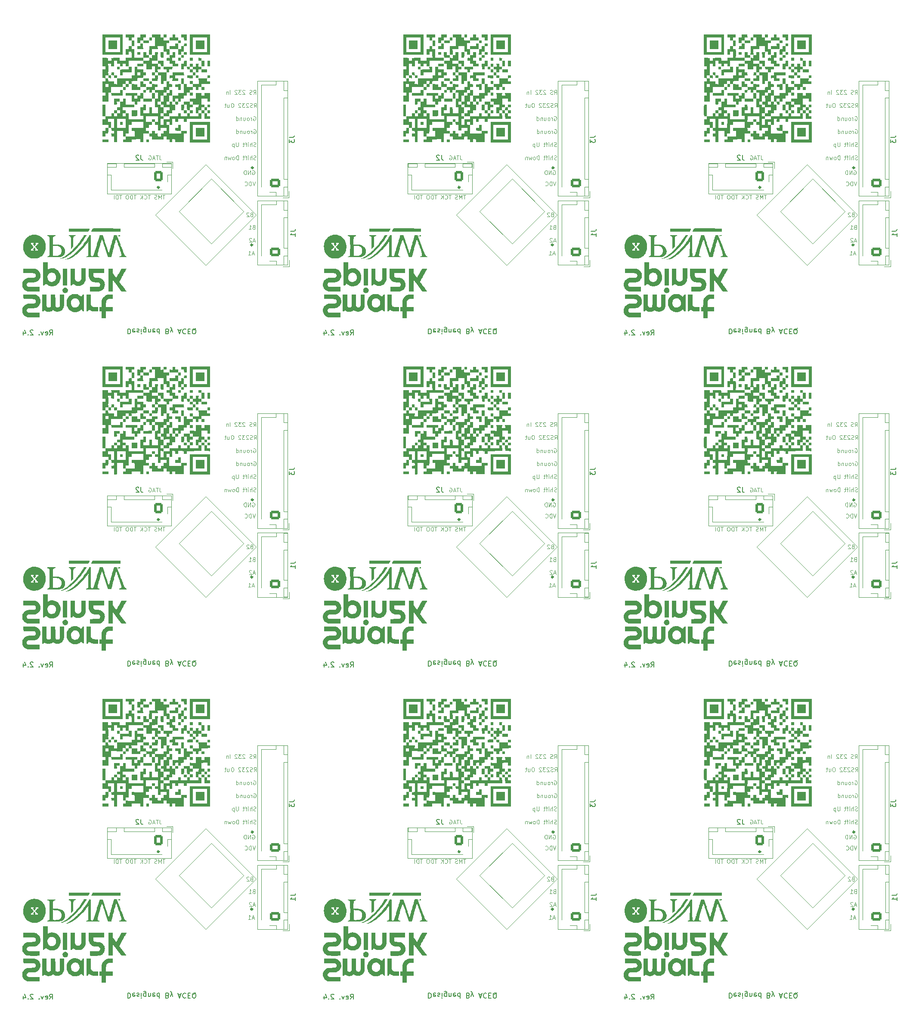
<source format=gbr>
%TF.GenerationSoftware,KiCad,Pcbnew,(6.0.7)*%
%TF.CreationDate,2023-01-21T14:40:08-06:00*%
%TF.ProjectId,SmartSpin2k_Panelized,536d6172-7453-4706-996e-326b5f50616e,2.35*%
%TF.SameCoordinates,Original*%
%TF.FileFunction,Legend,Bot*%
%TF.FilePolarity,Positive*%
%FSLAX46Y46*%
G04 Gerber Fmt 4.6, Leading zero omitted, Abs format (unit mm)*
G04 Created by KiCad (PCBNEW (6.0.7)) date 2023-01-21 14:40:08*
%MOMM*%
%LPD*%
G01*
G04 APERTURE LIST*
G04 Aperture macros list*
%AMRoundRect*
0 Rectangle with rounded corners*
0 $1 Rounding radius*
0 $2 $3 $4 $5 $6 $7 $8 $9 X,Y pos of 4 corners*
0 Add a 4 corners polygon primitive as box body*
4,1,4,$2,$3,$4,$5,$6,$7,$8,$9,$2,$3,0*
0 Add four circle primitives for the rounded corners*
1,1,$1+$1,$2,$3*
1,1,$1+$1,$4,$5*
1,1,$1+$1,$6,$7*
1,1,$1+$1,$8,$9*
0 Add four rect primitives between the rounded corners*
20,1,$1+$1,$2,$3,$4,$5,0*
20,1,$1+$1,$4,$5,$6,$7,0*
20,1,$1+$1,$6,$7,$8,$9,0*
20,1,$1+$1,$8,$9,$2,$3,0*%
G04 Aperture macros list end*
%ADD10C,0.150000*%
%ADD11C,0.100000*%
%ADD12C,0.120000*%
%ADD13C,0.346007*%
%ADD14C,2.000000*%
%ADD15C,1.200000*%
%ADD16RoundRect,0.250000X0.725000X-0.600000X0.725000X0.600000X-0.725000X0.600000X-0.725000X-0.600000X0*%
%ADD17O,1.950000X1.700000*%
%ADD18RoundRect,0.250000X0.600000X0.725000X-0.600000X0.725000X-0.600000X-0.725000X0.600000X-0.725000X0*%
%ADD19O,1.700000X1.950000*%
%ADD20O,1.000000X1.550000*%
%ADD21O,1.250000X0.950000*%
%ADD22C,0.900000*%
%ADD23C,1.152000*%
G04 APERTURE END LIST*
D10*
X14430723Y-132113580D02*
X14764057Y-131637390D01*
X15002152Y-132113580D02*
X15002152Y-131113580D01*
X14621200Y-131113580D01*
X14525961Y-131161200D01*
X14478342Y-131208819D01*
X14430723Y-131304057D01*
X14430723Y-131446914D01*
X14478342Y-131542152D01*
X14525961Y-131589771D01*
X14621200Y-131637390D01*
X15002152Y-131637390D01*
X13621200Y-132065961D02*
X13716438Y-132113580D01*
X13906914Y-132113580D01*
X14002152Y-132065961D01*
X14049771Y-131970723D01*
X14049771Y-131589771D01*
X14002152Y-131494533D01*
X13906914Y-131446914D01*
X13716438Y-131446914D01*
X13621200Y-131494533D01*
X13573580Y-131589771D01*
X13573580Y-131685009D01*
X14049771Y-131780247D01*
X13240247Y-131446914D02*
X13002152Y-132113580D01*
X12764057Y-131446914D01*
X12383104Y-132018342D02*
X12335485Y-132065961D01*
X12383104Y-132113580D01*
X12430723Y-132065961D01*
X12383104Y-132018342D01*
X12383104Y-132113580D01*
X11192628Y-131208819D02*
X11145009Y-131161200D01*
X11049771Y-131113580D01*
X10811676Y-131113580D01*
X10716438Y-131161200D01*
X10668819Y-131208819D01*
X10621200Y-131304057D01*
X10621200Y-131399295D01*
X10668819Y-131542152D01*
X11240247Y-132113580D01*
X10621200Y-132113580D01*
X10192628Y-132018342D02*
X10145009Y-132065961D01*
X10192628Y-132113580D01*
X10240247Y-132065961D01*
X10192628Y-132018342D01*
X10192628Y-132113580D01*
X9287866Y-131446914D02*
X9287866Y-132113580D01*
X9525961Y-131065961D02*
X9764057Y-131780247D01*
X9145009Y-131780247D01*
X73580723Y-197413580D02*
X73914057Y-196937390D01*
X74152152Y-197413580D02*
X74152152Y-196413580D01*
X73771200Y-196413580D01*
X73675961Y-196461200D01*
X73628342Y-196508819D01*
X73580723Y-196604057D01*
X73580723Y-196746914D01*
X73628342Y-196842152D01*
X73675961Y-196889771D01*
X73771200Y-196937390D01*
X74152152Y-196937390D01*
X72771200Y-197365961D02*
X72866438Y-197413580D01*
X73056914Y-197413580D01*
X73152152Y-197365961D01*
X73199771Y-197270723D01*
X73199771Y-196889771D01*
X73152152Y-196794533D01*
X73056914Y-196746914D01*
X72866438Y-196746914D01*
X72771200Y-196794533D01*
X72723580Y-196889771D01*
X72723580Y-196985009D01*
X73199771Y-197080247D01*
X72390247Y-196746914D02*
X72152152Y-197413580D01*
X71914057Y-196746914D01*
X71533104Y-197318342D02*
X71485485Y-197365961D01*
X71533104Y-197413580D01*
X71580723Y-197365961D01*
X71533104Y-197318342D01*
X71533104Y-197413580D01*
X70342628Y-196508819D02*
X70295009Y-196461200D01*
X70199771Y-196413580D01*
X69961676Y-196413580D01*
X69866438Y-196461200D01*
X69818819Y-196508819D01*
X69771200Y-196604057D01*
X69771200Y-196699295D01*
X69818819Y-196842152D01*
X70390247Y-197413580D01*
X69771200Y-197413580D01*
X69342628Y-197318342D02*
X69295009Y-197365961D01*
X69342628Y-197413580D01*
X69390247Y-197365961D01*
X69342628Y-197318342D01*
X69342628Y-197413580D01*
X68437866Y-196746914D02*
X68437866Y-197413580D01*
X68675961Y-196365961D02*
X68914057Y-197080247D01*
X68295009Y-197080247D01*
X14430723Y-197413580D02*
X14764057Y-196937390D01*
X15002152Y-197413580D02*
X15002152Y-196413580D01*
X14621200Y-196413580D01*
X14525961Y-196461200D01*
X14478342Y-196508819D01*
X14430723Y-196604057D01*
X14430723Y-196746914D01*
X14478342Y-196842152D01*
X14525961Y-196889771D01*
X14621200Y-196937390D01*
X15002152Y-196937390D01*
X13621200Y-197365961D02*
X13716438Y-197413580D01*
X13906914Y-197413580D01*
X14002152Y-197365961D01*
X14049771Y-197270723D01*
X14049771Y-196889771D01*
X14002152Y-196794533D01*
X13906914Y-196746914D01*
X13716438Y-196746914D01*
X13621200Y-196794533D01*
X13573580Y-196889771D01*
X13573580Y-196985009D01*
X14049771Y-197080247D01*
X13240247Y-196746914D02*
X13002152Y-197413580D01*
X12764057Y-196746914D01*
X12383104Y-197318342D02*
X12335485Y-197365961D01*
X12383104Y-197413580D01*
X12430723Y-197365961D01*
X12383104Y-197318342D01*
X12383104Y-197413580D01*
X11192628Y-196508819D02*
X11145009Y-196461200D01*
X11049771Y-196413580D01*
X10811676Y-196413580D01*
X10716438Y-196461200D01*
X10668819Y-196508819D01*
X10621200Y-196604057D01*
X10621200Y-196699295D01*
X10668819Y-196842152D01*
X11240247Y-197413580D01*
X10621200Y-197413580D01*
X10192628Y-197318342D02*
X10145009Y-197365961D01*
X10192628Y-197413580D01*
X10240247Y-197365961D01*
X10192628Y-197318342D01*
X10192628Y-197413580D01*
X9287866Y-196746914D02*
X9287866Y-197413580D01*
X9525961Y-196365961D02*
X9764057Y-197080247D01*
X9145009Y-197080247D01*
X14430723Y-66813580D02*
X14764057Y-66337390D01*
X15002152Y-66813580D02*
X15002152Y-65813580D01*
X14621200Y-65813580D01*
X14525961Y-65861200D01*
X14478342Y-65908819D01*
X14430723Y-66004057D01*
X14430723Y-66146914D01*
X14478342Y-66242152D01*
X14525961Y-66289771D01*
X14621200Y-66337390D01*
X15002152Y-66337390D01*
X13621200Y-66765961D02*
X13716438Y-66813580D01*
X13906914Y-66813580D01*
X14002152Y-66765961D01*
X14049771Y-66670723D01*
X14049771Y-66289771D01*
X14002152Y-66194533D01*
X13906914Y-66146914D01*
X13716438Y-66146914D01*
X13621200Y-66194533D01*
X13573580Y-66289771D01*
X13573580Y-66385009D01*
X14049771Y-66480247D01*
X13240247Y-66146914D02*
X13002152Y-66813580D01*
X12764057Y-66146914D01*
X12383104Y-66718342D02*
X12335485Y-66765961D01*
X12383104Y-66813580D01*
X12430723Y-66765961D01*
X12383104Y-66718342D01*
X12383104Y-66813580D01*
X11192628Y-65908819D02*
X11145009Y-65861200D01*
X11049771Y-65813580D01*
X10811676Y-65813580D01*
X10716438Y-65861200D01*
X10668819Y-65908819D01*
X10621200Y-66004057D01*
X10621200Y-66099295D01*
X10668819Y-66242152D01*
X11240247Y-66813580D01*
X10621200Y-66813580D01*
X10192628Y-66718342D02*
X10145009Y-66765961D01*
X10192628Y-66813580D01*
X10240247Y-66765961D01*
X10192628Y-66718342D01*
X10192628Y-66813580D01*
X9287866Y-66146914D02*
X9287866Y-66813580D01*
X9525961Y-65765961D02*
X9764057Y-66480247D01*
X9145009Y-66480247D01*
X132730723Y-66813580D02*
X133064057Y-66337390D01*
X133302152Y-66813580D02*
X133302152Y-65813580D01*
X132921200Y-65813580D01*
X132825961Y-65861200D01*
X132778342Y-65908819D01*
X132730723Y-66004057D01*
X132730723Y-66146914D01*
X132778342Y-66242152D01*
X132825961Y-66289771D01*
X132921200Y-66337390D01*
X133302152Y-66337390D01*
X131921200Y-66765961D02*
X132016438Y-66813580D01*
X132206914Y-66813580D01*
X132302152Y-66765961D01*
X132349771Y-66670723D01*
X132349771Y-66289771D01*
X132302152Y-66194533D01*
X132206914Y-66146914D01*
X132016438Y-66146914D01*
X131921200Y-66194533D01*
X131873580Y-66289771D01*
X131873580Y-66385009D01*
X132349771Y-66480247D01*
X131540247Y-66146914D02*
X131302152Y-66813580D01*
X131064057Y-66146914D01*
X130683104Y-66718342D02*
X130635485Y-66765961D01*
X130683104Y-66813580D01*
X130730723Y-66765961D01*
X130683104Y-66718342D01*
X130683104Y-66813580D01*
X129492628Y-65908819D02*
X129445009Y-65861200D01*
X129349771Y-65813580D01*
X129111676Y-65813580D01*
X129016438Y-65861200D01*
X128968819Y-65908819D01*
X128921200Y-66004057D01*
X128921200Y-66099295D01*
X128968819Y-66242152D01*
X129540247Y-66813580D01*
X128921200Y-66813580D01*
X128492628Y-66718342D02*
X128445009Y-66765961D01*
X128492628Y-66813580D01*
X128540247Y-66765961D01*
X128492628Y-66718342D01*
X128492628Y-66813580D01*
X127587866Y-66146914D02*
X127587866Y-66813580D01*
X127825961Y-65765961D02*
X128064057Y-66480247D01*
X127445009Y-66480247D01*
X73580723Y-132113580D02*
X73914057Y-131637390D01*
X74152152Y-132113580D02*
X74152152Y-131113580D01*
X73771200Y-131113580D01*
X73675961Y-131161200D01*
X73628342Y-131208819D01*
X73580723Y-131304057D01*
X73580723Y-131446914D01*
X73628342Y-131542152D01*
X73675961Y-131589771D01*
X73771200Y-131637390D01*
X74152152Y-131637390D01*
X72771200Y-132065961D02*
X72866438Y-132113580D01*
X73056914Y-132113580D01*
X73152152Y-132065961D01*
X73199771Y-131970723D01*
X73199771Y-131589771D01*
X73152152Y-131494533D01*
X73056914Y-131446914D01*
X72866438Y-131446914D01*
X72771200Y-131494533D01*
X72723580Y-131589771D01*
X72723580Y-131685009D01*
X73199771Y-131780247D01*
X72390247Y-131446914D02*
X72152152Y-132113580D01*
X71914057Y-131446914D01*
X71533104Y-132018342D02*
X71485485Y-132065961D01*
X71533104Y-132113580D01*
X71580723Y-132065961D01*
X71533104Y-132018342D01*
X71533104Y-132113580D01*
X70342628Y-131208819D02*
X70295009Y-131161200D01*
X70199771Y-131113580D01*
X69961676Y-131113580D01*
X69866438Y-131161200D01*
X69818819Y-131208819D01*
X69771200Y-131304057D01*
X69771200Y-131399295D01*
X69818819Y-131542152D01*
X70390247Y-132113580D01*
X69771200Y-132113580D01*
X69342628Y-132018342D02*
X69295009Y-132065961D01*
X69342628Y-132113580D01*
X69390247Y-132065961D01*
X69342628Y-132018342D01*
X69342628Y-132113580D01*
X68437866Y-131446914D02*
X68437866Y-132113580D01*
X68675961Y-131065961D02*
X68914057Y-131780247D01*
X68295009Y-131780247D01*
X132730723Y-197413580D02*
X133064057Y-196937390D01*
X133302152Y-197413580D02*
X133302152Y-196413580D01*
X132921200Y-196413580D01*
X132825961Y-196461200D01*
X132778342Y-196508819D01*
X132730723Y-196604057D01*
X132730723Y-196746914D01*
X132778342Y-196842152D01*
X132825961Y-196889771D01*
X132921200Y-196937390D01*
X133302152Y-196937390D01*
X131921200Y-197365961D02*
X132016438Y-197413580D01*
X132206914Y-197413580D01*
X132302152Y-197365961D01*
X132349771Y-197270723D01*
X132349771Y-196889771D01*
X132302152Y-196794533D01*
X132206914Y-196746914D01*
X132016438Y-196746914D01*
X131921200Y-196794533D01*
X131873580Y-196889771D01*
X131873580Y-196985009D01*
X132349771Y-197080247D01*
X131540247Y-196746914D02*
X131302152Y-197413580D01*
X131064057Y-196746914D01*
X130683104Y-197318342D02*
X130635485Y-197365961D01*
X130683104Y-197413580D01*
X130730723Y-197365961D01*
X130683104Y-197318342D01*
X130683104Y-197413580D01*
X129492628Y-196508819D02*
X129445009Y-196461200D01*
X129349771Y-196413580D01*
X129111676Y-196413580D01*
X129016438Y-196461200D01*
X128968819Y-196508819D01*
X128921200Y-196604057D01*
X128921200Y-196699295D01*
X128968819Y-196842152D01*
X129540247Y-197413580D01*
X128921200Y-197413580D01*
X128492628Y-197318342D02*
X128445009Y-197365961D01*
X128492628Y-197413580D01*
X128540247Y-197365961D01*
X128492628Y-197318342D01*
X128492628Y-197413580D01*
X127587866Y-196746914D02*
X127587866Y-197413580D01*
X127825961Y-196365961D02*
X128064057Y-197080247D01*
X127445009Y-197080247D01*
X132730723Y-132113580D02*
X133064057Y-131637390D01*
X133302152Y-132113580D02*
X133302152Y-131113580D01*
X132921200Y-131113580D01*
X132825961Y-131161200D01*
X132778342Y-131208819D01*
X132730723Y-131304057D01*
X132730723Y-131446914D01*
X132778342Y-131542152D01*
X132825961Y-131589771D01*
X132921200Y-131637390D01*
X133302152Y-131637390D01*
X131921200Y-132065961D02*
X132016438Y-132113580D01*
X132206914Y-132113580D01*
X132302152Y-132065961D01*
X132349771Y-131970723D01*
X132349771Y-131589771D01*
X132302152Y-131494533D01*
X132206914Y-131446914D01*
X132016438Y-131446914D01*
X131921200Y-131494533D01*
X131873580Y-131589771D01*
X131873580Y-131685009D01*
X132349771Y-131780247D01*
X131540247Y-131446914D02*
X131302152Y-132113580D01*
X131064057Y-131446914D01*
X130683104Y-132018342D02*
X130635485Y-132065961D01*
X130683104Y-132113580D01*
X130730723Y-132065961D01*
X130683104Y-132018342D01*
X130683104Y-132113580D01*
X129492628Y-131208819D02*
X129445009Y-131161200D01*
X129349771Y-131113580D01*
X129111676Y-131113580D01*
X129016438Y-131161200D01*
X128968819Y-131208819D01*
X128921200Y-131304057D01*
X128921200Y-131399295D01*
X128968819Y-131542152D01*
X129540247Y-132113580D01*
X128921200Y-132113580D01*
X128492628Y-132018342D02*
X128445009Y-132065961D01*
X128492628Y-132113580D01*
X128540247Y-132065961D01*
X128492628Y-132018342D01*
X128492628Y-132113580D01*
X127587866Y-131446914D02*
X127587866Y-132113580D01*
X127825961Y-131065961D02*
X128064057Y-131780247D01*
X127445009Y-131780247D01*
X73580723Y-66813580D02*
X73914057Y-66337390D01*
X74152152Y-66813580D02*
X74152152Y-65813580D01*
X73771200Y-65813580D01*
X73675961Y-65861200D01*
X73628342Y-65908819D01*
X73580723Y-66004057D01*
X73580723Y-66146914D01*
X73628342Y-66242152D01*
X73675961Y-66289771D01*
X73771200Y-66337390D01*
X74152152Y-66337390D01*
X72771200Y-66765961D02*
X72866438Y-66813580D01*
X73056914Y-66813580D01*
X73152152Y-66765961D01*
X73199771Y-66670723D01*
X73199771Y-66289771D01*
X73152152Y-66194533D01*
X73056914Y-66146914D01*
X72866438Y-66146914D01*
X72771200Y-66194533D01*
X72723580Y-66289771D01*
X72723580Y-66385009D01*
X73199771Y-66480247D01*
X72390247Y-66146914D02*
X72152152Y-66813580D01*
X71914057Y-66146914D01*
X71533104Y-66718342D02*
X71485485Y-66765961D01*
X71533104Y-66813580D01*
X71580723Y-66765961D01*
X71533104Y-66718342D01*
X71533104Y-66813580D01*
X70342628Y-65908819D02*
X70295009Y-65861200D01*
X70199771Y-65813580D01*
X69961676Y-65813580D01*
X69866438Y-65861200D01*
X69818819Y-65908819D01*
X69771200Y-66004057D01*
X69771200Y-66099295D01*
X69818819Y-66242152D01*
X70390247Y-66813580D01*
X69771200Y-66813580D01*
X69342628Y-66718342D02*
X69295009Y-66765961D01*
X69342628Y-66813580D01*
X69390247Y-66765961D01*
X69342628Y-66718342D01*
X69342628Y-66813580D01*
X68437866Y-66146914D02*
X68437866Y-66813580D01*
X68675961Y-65765961D02*
X68914057Y-66480247D01*
X68295009Y-66480247D01*
D11*
X172619523Y-34510000D02*
X172695714Y-34471904D01*
X172810000Y-34471904D01*
X172924285Y-34510000D01*
X173000476Y-34586190D01*
X173038571Y-34662380D01*
X173076666Y-34814761D01*
X173076666Y-34929047D01*
X173038571Y-35081428D01*
X173000476Y-35157619D01*
X172924285Y-35233809D01*
X172810000Y-35271904D01*
X172733809Y-35271904D01*
X172619523Y-35233809D01*
X172581428Y-35195714D01*
X172581428Y-34929047D01*
X172733809Y-34929047D01*
X172238571Y-35271904D02*
X172238571Y-34471904D01*
X171781428Y-35271904D01*
X171781428Y-34471904D01*
X171400476Y-35271904D02*
X171400476Y-34471904D01*
X171210000Y-34471904D01*
X171095714Y-34510000D01*
X171019523Y-34586190D01*
X170981428Y-34662380D01*
X170943333Y-34814761D01*
X170943333Y-34929047D01*
X170981428Y-35081428D01*
X171019523Y-35157619D01*
X171095714Y-35233809D01*
X171210000Y-35271904D01*
X171400476Y-35271904D01*
X54319523Y-165110000D02*
X54395714Y-165071904D01*
X54510000Y-165071904D01*
X54624285Y-165110000D01*
X54700476Y-165186190D01*
X54738571Y-165262380D01*
X54776666Y-165414761D01*
X54776666Y-165529047D01*
X54738571Y-165681428D01*
X54700476Y-165757619D01*
X54624285Y-165833809D01*
X54510000Y-165871904D01*
X54433809Y-165871904D01*
X54319523Y-165833809D01*
X54281428Y-165795714D01*
X54281428Y-165529047D01*
X54433809Y-165529047D01*
X53938571Y-165871904D02*
X53938571Y-165071904D01*
X53481428Y-165871904D01*
X53481428Y-165071904D01*
X53100476Y-165871904D02*
X53100476Y-165071904D01*
X52910000Y-165071904D01*
X52795714Y-165110000D01*
X52719523Y-165186190D01*
X52681428Y-165262380D01*
X52643333Y-165414761D01*
X52643333Y-165529047D01*
X52681428Y-165681428D01*
X52719523Y-165757619D01*
X52795714Y-165833809D01*
X52910000Y-165871904D01*
X53100476Y-165871904D01*
X54319523Y-99810000D02*
X54395714Y-99771904D01*
X54510000Y-99771904D01*
X54624285Y-99810000D01*
X54700476Y-99886190D01*
X54738571Y-99962380D01*
X54776666Y-100114761D01*
X54776666Y-100229047D01*
X54738571Y-100381428D01*
X54700476Y-100457619D01*
X54624285Y-100533809D01*
X54510000Y-100571904D01*
X54433809Y-100571904D01*
X54319523Y-100533809D01*
X54281428Y-100495714D01*
X54281428Y-100229047D01*
X54433809Y-100229047D01*
X53938571Y-100571904D02*
X53938571Y-99771904D01*
X53481428Y-100571904D01*
X53481428Y-99771904D01*
X53100476Y-100571904D02*
X53100476Y-99771904D01*
X52910000Y-99771904D01*
X52795714Y-99810000D01*
X52719523Y-99886190D01*
X52681428Y-99962380D01*
X52643333Y-100114761D01*
X52643333Y-100229047D01*
X52681428Y-100381428D01*
X52719523Y-100457619D01*
X52795714Y-100533809D01*
X52910000Y-100571904D01*
X53100476Y-100571904D01*
X54319523Y-34510000D02*
X54395714Y-34471904D01*
X54510000Y-34471904D01*
X54624285Y-34510000D01*
X54700476Y-34586190D01*
X54738571Y-34662380D01*
X54776666Y-34814761D01*
X54776666Y-34929047D01*
X54738571Y-35081428D01*
X54700476Y-35157619D01*
X54624285Y-35233809D01*
X54510000Y-35271904D01*
X54433809Y-35271904D01*
X54319523Y-35233809D01*
X54281428Y-35195714D01*
X54281428Y-34929047D01*
X54433809Y-34929047D01*
X53938571Y-35271904D02*
X53938571Y-34471904D01*
X53481428Y-35271904D01*
X53481428Y-34471904D01*
X53100476Y-35271904D02*
X53100476Y-34471904D01*
X52910000Y-34471904D01*
X52795714Y-34510000D01*
X52719523Y-34586190D01*
X52681428Y-34662380D01*
X52643333Y-34814761D01*
X52643333Y-34929047D01*
X52681428Y-35081428D01*
X52719523Y-35157619D01*
X52795714Y-35233809D01*
X52910000Y-35271904D01*
X53100476Y-35271904D01*
X172619523Y-165110000D02*
X172695714Y-165071904D01*
X172810000Y-165071904D01*
X172924285Y-165110000D01*
X173000476Y-165186190D01*
X173038571Y-165262380D01*
X173076666Y-165414761D01*
X173076666Y-165529047D01*
X173038571Y-165681428D01*
X173000476Y-165757619D01*
X172924285Y-165833809D01*
X172810000Y-165871904D01*
X172733809Y-165871904D01*
X172619523Y-165833809D01*
X172581428Y-165795714D01*
X172581428Y-165529047D01*
X172733809Y-165529047D01*
X172238571Y-165871904D02*
X172238571Y-165071904D01*
X171781428Y-165871904D01*
X171781428Y-165071904D01*
X171400476Y-165871904D02*
X171400476Y-165071904D01*
X171210000Y-165071904D01*
X171095714Y-165110000D01*
X171019523Y-165186190D01*
X170981428Y-165262380D01*
X170943333Y-165414761D01*
X170943333Y-165529047D01*
X170981428Y-165681428D01*
X171019523Y-165757619D01*
X171095714Y-165833809D01*
X171210000Y-165871904D01*
X171400476Y-165871904D01*
X113469523Y-34510000D02*
X113545714Y-34471904D01*
X113660000Y-34471904D01*
X113774285Y-34510000D01*
X113850476Y-34586190D01*
X113888571Y-34662380D01*
X113926666Y-34814761D01*
X113926666Y-34929047D01*
X113888571Y-35081428D01*
X113850476Y-35157619D01*
X113774285Y-35233809D01*
X113660000Y-35271904D01*
X113583809Y-35271904D01*
X113469523Y-35233809D01*
X113431428Y-35195714D01*
X113431428Y-34929047D01*
X113583809Y-34929047D01*
X113088571Y-35271904D02*
X113088571Y-34471904D01*
X112631428Y-35271904D01*
X112631428Y-34471904D01*
X112250476Y-35271904D02*
X112250476Y-34471904D01*
X112060000Y-34471904D01*
X111945714Y-34510000D01*
X111869523Y-34586190D01*
X111831428Y-34662380D01*
X111793333Y-34814761D01*
X111793333Y-34929047D01*
X111831428Y-35081428D01*
X111869523Y-35157619D01*
X111945714Y-35233809D01*
X112060000Y-35271904D01*
X112250476Y-35271904D01*
X113469523Y-99810000D02*
X113545714Y-99771904D01*
X113660000Y-99771904D01*
X113774285Y-99810000D01*
X113850476Y-99886190D01*
X113888571Y-99962380D01*
X113926666Y-100114761D01*
X113926666Y-100229047D01*
X113888571Y-100381428D01*
X113850476Y-100457619D01*
X113774285Y-100533809D01*
X113660000Y-100571904D01*
X113583809Y-100571904D01*
X113469523Y-100533809D01*
X113431428Y-100495714D01*
X113431428Y-100229047D01*
X113583809Y-100229047D01*
X113088571Y-100571904D02*
X113088571Y-99771904D01*
X112631428Y-100571904D01*
X112631428Y-99771904D01*
X112250476Y-100571904D02*
X112250476Y-99771904D01*
X112060000Y-99771904D01*
X111945714Y-99810000D01*
X111869523Y-99886190D01*
X111831428Y-99962380D01*
X111793333Y-100114761D01*
X111793333Y-100229047D01*
X111831428Y-100381428D01*
X111869523Y-100457619D01*
X111945714Y-100533809D01*
X112060000Y-100571904D01*
X112250476Y-100571904D01*
X172619523Y-99810000D02*
X172695714Y-99771904D01*
X172810000Y-99771904D01*
X172924285Y-99810000D01*
X173000476Y-99886190D01*
X173038571Y-99962380D01*
X173076666Y-100114761D01*
X173076666Y-100229047D01*
X173038571Y-100381428D01*
X173000476Y-100457619D01*
X172924285Y-100533809D01*
X172810000Y-100571904D01*
X172733809Y-100571904D01*
X172619523Y-100533809D01*
X172581428Y-100495714D01*
X172581428Y-100229047D01*
X172733809Y-100229047D01*
X172238571Y-100571904D02*
X172238571Y-99771904D01*
X171781428Y-100571904D01*
X171781428Y-99771904D01*
X171400476Y-100571904D02*
X171400476Y-99771904D01*
X171210000Y-99771904D01*
X171095714Y-99810000D01*
X171019523Y-99886190D01*
X170981428Y-99962380D01*
X170943333Y-100114761D01*
X170943333Y-100229047D01*
X170981428Y-100381428D01*
X171019523Y-100457619D01*
X171095714Y-100533809D01*
X171210000Y-100571904D01*
X171400476Y-100571904D01*
X113469523Y-165110000D02*
X113545714Y-165071904D01*
X113660000Y-165071904D01*
X113774285Y-165110000D01*
X113850476Y-165186190D01*
X113888571Y-165262380D01*
X113926666Y-165414761D01*
X113926666Y-165529047D01*
X113888571Y-165681428D01*
X113850476Y-165757619D01*
X113774285Y-165833809D01*
X113660000Y-165871904D01*
X113583809Y-165871904D01*
X113469523Y-165833809D01*
X113431428Y-165795714D01*
X113431428Y-165529047D01*
X113583809Y-165529047D01*
X113088571Y-165871904D02*
X113088571Y-165071904D01*
X112631428Y-165871904D01*
X112631428Y-165071904D01*
X112250476Y-165871904D02*
X112250476Y-165071904D01*
X112060000Y-165071904D01*
X111945714Y-165110000D01*
X111869523Y-165186190D01*
X111831428Y-165262380D01*
X111793333Y-165414761D01*
X111793333Y-165529047D01*
X111831428Y-165681428D01*
X111869523Y-165757619D01*
X111945714Y-165833809D01*
X112060000Y-165871904D01*
X112250476Y-165871904D01*
X173293809Y-29713809D02*
X173179523Y-29751904D01*
X172989047Y-29751904D01*
X172912857Y-29713809D01*
X172874761Y-29675714D01*
X172836666Y-29599523D01*
X172836666Y-29523333D01*
X172874761Y-29447142D01*
X172912857Y-29409047D01*
X172989047Y-29370952D01*
X173141428Y-29332857D01*
X173217619Y-29294761D01*
X173255714Y-29256666D01*
X173293809Y-29180476D01*
X173293809Y-29104285D01*
X173255714Y-29028095D01*
X173217619Y-28990000D01*
X173141428Y-28951904D01*
X172950952Y-28951904D01*
X172836666Y-28990000D01*
X172493809Y-29751904D02*
X172493809Y-28951904D01*
X172150952Y-29751904D02*
X172150952Y-29332857D01*
X172189047Y-29256666D01*
X172265238Y-29218571D01*
X172379523Y-29218571D01*
X172455714Y-29256666D01*
X172493809Y-29294761D01*
X171770000Y-29751904D02*
X171770000Y-29218571D01*
X171770000Y-28951904D02*
X171808095Y-28990000D01*
X171770000Y-29028095D01*
X171731904Y-28990000D01*
X171770000Y-28951904D01*
X171770000Y-29028095D01*
X171503333Y-29218571D02*
X171198571Y-29218571D01*
X171389047Y-29751904D02*
X171389047Y-29066190D01*
X171350952Y-28990000D01*
X171274761Y-28951904D01*
X171198571Y-28951904D01*
X171046190Y-29218571D02*
X170741428Y-29218571D01*
X170931904Y-28951904D02*
X170931904Y-29637619D01*
X170893809Y-29713809D01*
X170817619Y-29751904D01*
X170741428Y-29751904D01*
X169865238Y-28951904D02*
X169865238Y-29599523D01*
X169827142Y-29675714D01*
X169789047Y-29713809D01*
X169712857Y-29751904D01*
X169560476Y-29751904D01*
X169484285Y-29713809D01*
X169446190Y-29675714D01*
X169408095Y-29599523D01*
X169408095Y-28951904D01*
X169027142Y-29218571D02*
X169027142Y-30018571D01*
X169027142Y-29256666D02*
X168950952Y-29218571D01*
X168798571Y-29218571D01*
X168722380Y-29256666D01*
X168684285Y-29294761D01*
X168646190Y-29370952D01*
X168646190Y-29599523D01*
X168684285Y-29675714D01*
X168722380Y-29713809D01*
X168798571Y-29751904D01*
X168950952Y-29751904D01*
X169027142Y-29713809D01*
X114143809Y-160313809D02*
X114029523Y-160351904D01*
X113839047Y-160351904D01*
X113762857Y-160313809D01*
X113724761Y-160275714D01*
X113686666Y-160199523D01*
X113686666Y-160123333D01*
X113724761Y-160047142D01*
X113762857Y-160009047D01*
X113839047Y-159970952D01*
X113991428Y-159932857D01*
X114067619Y-159894761D01*
X114105714Y-159856666D01*
X114143809Y-159780476D01*
X114143809Y-159704285D01*
X114105714Y-159628095D01*
X114067619Y-159590000D01*
X113991428Y-159551904D01*
X113800952Y-159551904D01*
X113686666Y-159590000D01*
X113343809Y-160351904D02*
X113343809Y-159551904D01*
X113000952Y-160351904D02*
X113000952Y-159932857D01*
X113039047Y-159856666D01*
X113115238Y-159818571D01*
X113229523Y-159818571D01*
X113305714Y-159856666D01*
X113343809Y-159894761D01*
X112620000Y-160351904D02*
X112620000Y-159818571D01*
X112620000Y-159551904D02*
X112658095Y-159590000D01*
X112620000Y-159628095D01*
X112581904Y-159590000D01*
X112620000Y-159551904D01*
X112620000Y-159628095D01*
X112353333Y-159818571D02*
X112048571Y-159818571D01*
X112239047Y-160351904D02*
X112239047Y-159666190D01*
X112200952Y-159590000D01*
X112124761Y-159551904D01*
X112048571Y-159551904D01*
X111896190Y-159818571D02*
X111591428Y-159818571D01*
X111781904Y-159551904D02*
X111781904Y-160237619D01*
X111743809Y-160313809D01*
X111667619Y-160351904D01*
X111591428Y-160351904D01*
X110715238Y-159551904D02*
X110715238Y-160199523D01*
X110677142Y-160275714D01*
X110639047Y-160313809D01*
X110562857Y-160351904D01*
X110410476Y-160351904D01*
X110334285Y-160313809D01*
X110296190Y-160275714D01*
X110258095Y-160199523D01*
X110258095Y-159551904D01*
X109877142Y-159818571D02*
X109877142Y-160618571D01*
X109877142Y-159856666D02*
X109800952Y-159818571D01*
X109648571Y-159818571D01*
X109572380Y-159856666D01*
X109534285Y-159894761D01*
X109496190Y-159970952D01*
X109496190Y-160199523D01*
X109534285Y-160275714D01*
X109572380Y-160313809D01*
X109648571Y-160351904D01*
X109800952Y-160351904D01*
X109877142Y-160313809D01*
X173293809Y-95013809D02*
X173179523Y-95051904D01*
X172989047Y-95051904D01*
X172912857Y-95013809D01*
X172874761Y-94975714D01*
X172836666Y-94899523D01*
X172836666Y-94823333D01*
X172874761Y-94747142D01*
X172912857Y-94709047D01*
X172989047Y-94670952D01*
X173141428Y-94632857D01*
X173217619Y-94594761D01*
X173255714Y-94556666D01*
X173293809Y-94480476D01*
X173293809Y-94404285D01*
X173255714Y-94328095D01*
X173217619Y-94290000D01*
X173141428Y-94251904D01*
X172950952Y-94251904D01*
X172836666Y-94290000D01*
X172493809Y-95051904D02*
X172493809Y-94251904D01*
X172150952Y-95051904D02*
X172150952Y-94632857D01*
X172189047Y-94556666D01*
X172265238Y-94518571D01*
X172379523Y-94518571D01*
X172455714Y-94556666D01*
X172493809Y-94594761D01*
X171770000Y-95051904D02*
X171770000Y-94518571D01*
X171770000Y-94251904D02*
X171808095Y-94290000D01*
X171770000Y-94328095D01*
X171731904Y-94290000D01*
X171770000Y-94251904D01*
X171770000Y-94328095D01*
X171503333Y-94518571D02*
X171198571Y-94518571D01*
X171389047Y-95051904D02*
X171389047Y-94366190D01*
X171350952Y-94290000D01*
X171274761Y-94251904D01*
X171198571Y-94251904D01*
X171046190Y-94518571D02*
X170741428Y-94518571D01*
X170931904Y-94251904D02*
X170931904Y-94937619D01*
X170893809Y-95013809D01*
X170817619Y-95051904D01*
X170741428Y-95051904D01*
X169865238Y-94251904D02*
X169865238Y-94899523D01*
X169827142Y-94975714D01*
X169789047Y-95013809D01*
X169712857Y-95051904D01*
X169560476Y-95051904D01*
X169484285Y-95013809D01*
X169446190Y-94975714D01*
X169408095Y-94899523D01*
X169408095Y-94251904D01*
X169027142Y-94518571D02*
X169027142Y-95318571D01*
X169027142Y-94556666D02*
X168950952Y-94518571D01*
X168798571Y-94518571D01*
X168722380Y-94556666D01*
X168684285Y-94594761D01*
X168646190Y-94670952D01*
X168646190Y-94899523D01*
X168684285Y-94975714D01*
X168722380Y-95013809D01*
X168798571Y-95051904D01*
X168950952Y-95051904D01*
X169027142Y-95013809D01*
X54993809Y-29713809D02*
X54879523Y-29751904D01*
X54689047Y-29751904D01*
X54612857Y-29713809D01*
X54574761Y-29675714D01*
X54536666Y-29599523D01*
X54536666Y-29523333D01*
X54574761Y-29447142D01*
X54612857Y-29409047D01*
X54689047Y-29370952D01*
X54841428Y-29332857D01*
X54917619Y-29294761D01*
X54955714Y-29256666D01*
X54993809Y-29180476D01*
X54993809Y-29104285D01*
X54955714Y-29028095D01*
X54917619Y-28990000D01*
X54841428Y-28951904D01*
X54650952Y-28951904D01*
X54536666Y-28990000D01*
X54193809Y-29751904D02*
X54193809Y-28951904D01*
X53850952Y-29751904D02*
X53850952Y-29332857D01*
X53889047Y-29256666D01*
X53965238Y-29218571D01*
X54079523Y-29218571D01*
X54155714Y-29256666D01*
X54193809Y-29294761D01*
X53470000Y-29751904D02*
X53470000Y-29218571D01*
X53470000Y-28951904D02*
X53508095Y-28990000D01*
X53470000Y-29028095D01*
X53431904Y-28990000D01*
X53470000Y-28951904D01*
X53470000Y-29028095D01*
X53203333Y-29218571D02*
X52898571Y-29218571D01*
X53089047Y-29751904D02*
X53089047Y-29066190D01*
X53050952Y-28990000D01*
X52974761Y-28951904D01*
X52898571Y-28951904D01*
X52746190Y-29218571D02*
X52441428Y-29218571D01*
X52631904Y-28951904D02*
X52631904Y-29637619D01*
X52593809Y-29713809D01*
X52517619Y-29751904D01*
X52441428Y-29751904D01*
X51565238Y-28951904D02*
X51565238Y-29599523D01*
X51527142Y-29675714D01*
X51489047Y-29713809D01*
X51412857Y-29751904D01*
X51260476Y-29751904D01*
X51184285Y-29713809D01*
X51146190Y-29675714D01*
X51108095Y-29599523D01*
X51108095Y-28951904D01*
X50727142Y-29218571D02*
X50727142Y-30018571D01*
X50727142Y-29256666D02*
X50650952Y-29218571D01*
X50498571Y-29218571D01*
X50422380Y-29256666D01*
X50384285Y-29294761D01*
X50346190Y-29370952D01*
X50346190Y-29599523D01*
X50384285Y-29675714D01*
X50422380Y-29713809D01*
X50498571Y-29751904D01*
X50650952Y-29751904D01*
X50727142Y-29713809D01*
X173293809Y-160313809D02*
X173179523Y-160351904D01*
X172989047Y-160351904D01*
X172912857Y-160313809D01*
X172874761Y-160275714D01*
X172836666Y-160199523D01*
X172836666Y-160123333D01*
X172874761Y-160047142D01*
X172912857Y-160009047D01*
X172989047Y-159970952D01*
X173141428Y-159932857D01*
X173217619Y-159894761D01*
X173255714Y-159856666D01*
X173293809Y-159780476D01*
X173293809Y-159704285D01*
X173255714Y-159628095D01*
X173217619Y-159590000D01*
X173141428Y-159551904D01*
X172950952Y-159551904D01*
X172836666Y-159590000D01*
X172493809Y-160351904D02*
X172493809Y-159551904D01*
X172150952Y-160351904D02*
X172150952Y-159932857D01*
X172189047Y-159856666D01*
X172265238Y-159818571D01*
X172379523Y-159818571D01*
X172455714Y-159856666D01*
X172493809Y-159894761D01*
X171770000Y-160351904D02*
X171770000Y-159818571D01*
X171770000Y-159551904D02*
X171808095Y-159590000D01*
X171770000Y-159628095D01*
X171731904Y-159590000D01*
X171770000Y-159551904D01*
X171770000Y-159628095D01*
X171503333Y-159818571D02*
X171198571Y-159818571D01*
X171389047Y-160351904D02*
X171389047Y-159666190D01*
X171350952Y-159590000D01*
X171274761Y-159551904D01*
X171198571Y-159551904D01*
X171046190Y-159818571D02*
X170741428Y-159818571D01*
X170931904Y-159551904D02*
X170931904Y-160237619D01*
X170893809Y-160313809D01*
X170817619Y-160351904D01*
X170741428Y-160351904D01*
X169865238Y-159551904D02*
X169865238Y-160199523D01*
X169827142Y-160275714D01*
X169789047Y-160313809D01*
X169712857Y-160351904D01*
X169560476Y-160351904D01*
X169484285Y-160313809D01*
X169446190Y-160275714D01*
X169408095Y-160199523D01*
X169408095Y-159551904D01*
X169027142Y-159818571D02*
X169027142Y-160618571D01*
X169027142Y-159856666D02*
X168950952Y-159818571D01*
X168798571Y-159818571D01*
X168722380Y-159856666D01*
X168684285Y-159894761D01*
X168646190Y-159970952D01*
X168646190Y-160199523D01*
X168684285Y-160275714D01*
X168722380Y-160313809D01*
X168798571Y-160351904D01*
X168950952Y-160351904D01*
X169027142Y-160313809D01*
X54993809Y-160313809D02*
X54879523Y-160351904D01*
X54689047Y-160351904D01*
X54612857Y-160313809D01*
X54574761Y-160275714D01*
X54536666Y-160199523D01*
X54536666Y-160123333D01*
X54574761Y-160047142D01*
X54612857Y-160009047D01*
X54689047Y-159970952D01*
X54841428Y-159932857D01*
X54917619Y-159894761D01*
X54955714Y-159856666D01*
X54993809Y-159780476D01*
X54993809Y-159704285D01*
X54955714Y-159628095D01*
X54917619Y-159590000D01*
X54841428Y-159551904D01*
X54650952Y-159551904D01*
X54536666Y-159590000D01*
X54193809Y-160351904D02*
X54193809Y-159551904D01*
X53850952Y-160351904D02*
X53850952Y-159932857D01*
X53889047Y-159856666D01*
X53965238Y-159818571D01*
X54079523Y-159818571D01*
X54155714Y-159856666D01*
X54193809Y-159894761D01*
X53470000Y-160351904D02*
X53470000Y-159818571D01*
X53470000Y-159551904D02*
X53508095Y-159590000D01*
X53470000Y-159628095D01*
X53431904Y-159590000D01*
X53470000Y-159551904D01*
X53470000Y-159628095D01*
X53203333Y-159818571D02*
X52898571Y-159818571D01*
X53089047Y-160351904D02*
X53089047Y-159666190D01*
X53050952Y-159590000D01*
X52974761Y-159551904D01*
X52898571Y-159551904D01*
X52746190Y-159818571D02*
X52441428Y-159818571D01*
X52631904Y-159551904D02*
X52631904Y-160237619D01*
X52593809Y-160313809D01*
X52517619Y-160351904D01*
X52441428Y-160351904D01*
X51565238Y-159551904D02*
X51565238Y-160199523D01*
X51527142Y-160275714D01*
X51489047Y-160313809D01*
X51412857Y-160351904D01*
X51260476Y-160351904D01*
X51184285Y-160313809D01*
X51146190Y-160275714D01*
X51108095Y-160199523D01*
X51108095Y-159551904D01*
X50727142Y-159818571D02*
X50727142Y-160618571D01*
X50727142Y-159856666D02*
X50650952Y-159818571D01*
X50498571Y-159818571D01*
X50422380Y-159856666D01*
X50384285Y-159894761D01*
X50346190Y-159970952D01*
X50346190Y-160199523D01*
X50384285Y-160275714D01*
X50422380Y-160313809D01*
X50498571Y-160351904D01*
X50650952Y-160351904D01*
X50727142Y-160313809D01*
X114143809Y-95013809D02*
X114029523Y-95051904D01*
X113839047Y-95051904D01*
X113762857Y-95013809D01*
X113724761Y-94975714D01*
X113686666Y-94899523D01*
X113686666Y-94823333D01*
X113724761Y-94747142D01*
X113762857Y-94709047D01*
X113839047Y-94670952D01*
X113991428Y-94632857D01*
X114067619Y-94594761D01*
X114105714Y-94556666D01*
X114143809Y-94480476D01*
X114143809Y-94404285D01*
X114105714Y-94328095D01*
X114067619Y-94290000D01*
X113991428Y-94251904D01*
X113800952Y-94251904D01*
X113686666Y-94290000D01*
X113343809Y-95051904D02*
X113343809Y-94251904D01*
X113000952Y-95051904D02*
X113000952Y-94632857D01*
X113039047Y-94556666D01*
X113115238Y-94518571D01*
X113229523Y-94518571D01*
X113305714Y-94556666D01*
X113343809Y-94594761D01*
X112620000Y-95051904D02*
X112620000Y-94518571D01*
X112620000Y-94251904D02*
X112658095Y-94290000D01*
X112620000Y-94328095D01*
X112581904Y-94290000D01*
X112620000Y-94251904D01*
X112620000Y-94328095D01*
X112353333Y-94518571D02*
X112048571Y-94518571D01*
X112239047Y-95051904D02*
X112239047Y-94366190D01*
X112200952Y-94290000D01*
X112124761Y-94251904D01*
X112048571Y-94251904D01*
X111896190Y-94518571D02*
X111591428Y-94518571D01*
X111781904Y-94251904D02*
X111781904Y-94937619D01*
X111743809Y-95013809D01*
X111667619Y-95051904D01*
X111591428Y-95051904D01*
X110715238Y-94251904D02*
X110715238Y-94899523D01*
X110677142Y-94975714D01*
X110639047Y-95013809D01*
X110562857Y-95051904D01*
X110410476Y-95051904D01*
X110334285Y-95013809D01*
X110296190Y-94975714D01*
X110258095Y-94899523D01*
X110258095Y-94251904D01*
X109877142Y-94518571D02*
X109877142Y-95318571D01*
X109877142Y-94556666D02*
X109800952Y-94518571D01*
X109648571Y-94518571D01*
X109572380Y-94556666D01*
X109534285Y-94594761D01*
X109496190Y-94670952D01*
X109496190Y-94899523D01*
X109534285Y-94975714D01*
X109572380Y-95013809D01*
X109648571Y-95051904D01*
X109800952Y-95051904D01*
X109877142Y-95013809D01*
X54993809Y-95013809D02*
X54879523Y-95051904D01*
X54689047Y-95051904D01*
X54612857Y-95013809D01*
X54574761Y-94975714D01*
X54536666Y-94899523D01*
X54536666Y-94823333D01*
X54574761Y-94747142D01*
X54612857Y-94709047D01*
X54689047Y-94670952D01*
X54841428Y-94632857D01*
X54917619Y-94594761D01*
X54955714Y-94556666D01*
X54993809Y-94480476D01*
X54993809Y-94404285D01*
X54955714Y-94328095D01*
X54917619Y-94290000D01*
X54841428Y-94251904D01*
X54650952Y-94251904D01*
X54536666Y-94290000D01*
X54193809Y-95051904D02*
X54193809Y-94251904D01*
X53850952Y-95051904D02*
X53850952Y-94632857D01*
X53889047Y-94556666D01*
X53965238Y-94518571D01*
X54079523Y-94518571D01*
X54155714Y-94556666D01*
X54193809Y-94594761D01*
X53470000Y-95051904D02*
X53470000Y-94518571D01*
X53470000Y-94251904D02*
X53508095Y-94290000D01*
X53470000Y-94328095D01*
X53431904Y-94290000D01*
X53470000Y-94251904D01*
X53470000Y-94328095D01*
X53203333Y-94518571D02*
X52898571Y-94518571D01*
X53089047Y-95051904D02*
X53089047Y-94366190D01*
X53050952Y-94290000D01*
X52974761Y-94251904D01*
X52898571Y-94251904D01*
X52746190Y-94518571D02*
X52441428Y-94518571D01*
X52631904Y-94251904D02*
X52631904Y-94937619D01*
X52593809Y-95013809D01*
X52517619Y-95051904D01*
X52441428Y-95051904D01*
X51565238Y-94251904D02*
X51565238Y-94899523D01*
X51527142Y-94975714D01*
X51489047Y-95013809D01*
X51412857Y-95051904D01*
X51260476Y-95051904D01*
X51184285Y-95013809D01*
X51146190Y-94975714D01*
X51108095Y-94899523D01*
X51108095Y-94251904D01*
X50727142Y-94518571D02*
X50727142Y-95318571D01*
X50727142Y-94556666D02*
X50650952Y-94518571D01*
X50498571Y-94518571D01*
X50422380Y-94556666D01*
X50384285Y-94594761D01*
X50346190Y-94670952D01*
X50346190Y-94899523D01*
X50384285Y-94975714D01*
X50422380Y-95013809D01*
X50498571Y-95051904D01*
X50650952Y-95051904D01*
X50727142Y-95013809D01*
X114143809Y-29713809D02*
X114029523Y-29751904D01*
X113839047Y-29751904D01*
X113762857Y-29713809D01*
X113724761Y-29675714D01*
X113686666Y-29599523D01*
X113686666Y-29523333D01*
X113724761Y-29447142D01*
X113762857Y-29409047D01*
X113839047Y-29370952D01*
X113991428Y-29332857D01*
X114067619Y-29294761D01*
X114105714Y-29256666D01*
X114143809Y-29180476D01*
X114143809Y-29104285D01*
X114105714Y-29028095D01*
X114067619Y-28990000D01*
X113991428Y-28951904D01*
X113800952Y-28951904D01*
X113686666Y-28990000D01*
X113343809Y-29751904D02*
X113343809Y-28951904D01*
X113000952Y-29751904D02*
X113000952Y-29332857D01*
X113039047Y-29256666D01*
X113115238Y-29218571D01*
X113229523Y-29218571D01*
X113305714Y-29256666D01*
X113343809Y-29294761D01*
X112620000Y-29751904D02*
X112620000Y-29218571D01*
X112620000Y-28951904D02*
X112658095Y-28990000D01*
X112620000Y-29028095D01*
X112581904Y-28990000D01*
X112620000Y-28951904D01*
X112620000Y-29028095D01*
X112353333Y-29218571D02*
X112048571Y-29218571D01*
X112239047Y-29751904D02*
X112239047Y-29066190D01*
X112200952Y-28990000D01*
X112124761Y-28951904D01*
X112048571Y-28951904D01*
X111896190Y-29218571D02*
X111591428Y-29218571D01*
X111781904Y-28951904D02*
X111781904Y-29637619D01*
X111743809Y-29713809D01*
X111667619Y-29751904D01*
X111591428Y-29751904D01*
X110715238Y-28951904D02*
X110715238Y-29599523D01*
X110677142Y-29675714D01*
X110639047Y-29713809D01*
X110562857Y-29751904D01*
X110410476Y-29751904D01*
X110334285Y-29713809D01*
X110296190Y-29675714D01*
X110258095Y-29599523D01*
X110258095Y-28951904D01*
X109877142Y-29218571D02*
X109877142Y-30018571D01*
X109877142Y-29256666D02*
X109800952Y-29218571D01*
X109648571Y-29218571D01*
X109572380Y-29256666D01*
X109534285Y-29294761D01*
X109496190Y-29370952D01*
X109496190Y-29599523D01*
X109534285Y-29675714D01*
X109572380Y-29713809D01*
X109648571Y-29751904D01*
X109800952Y-29751904D01*
X109877142Y-29713809D01*
D10*
X148103333Y-65597619D02*
X148103333Y-66597619D01*
X148341428Y-66597619D01*
X148484285Y-66550000D01*
X148579523Y-66454761D01*
X148627142Y-66359523D01*
X148674761Y-66169047D01*
X148674761Y-66026190D01*
X148627142Y-65835714D01*
X148579523Y-65740476D01*
X148484285Y-65645238D01*
X148341428Y-65597619D01*
X148103333Y-65597619D01*
X149484285Y-65645238D02*
X149389047Y-65597619D01*
X149198571Y-65597619D01*
X149103333Y-65645238D01*
X149055714Y-65740476D01*
X149055714Y-66121428D01*
X149103333Y-66216666D01*
X149198571Y-66264285D01*
X149389047Y-66264285D01*
X149484285Y-66216666D01*
X149531904Y-66121428D01*
X149531904Y-66026190D01*
X149055714Y-65930952D01*
X149912857Y-65645238D02*
X150008095Y-65597619D01*
X150198571Y-65597619D01*
X150293809Y-65645238D01*
X150341428Y-65740476D01*
X150341428Y-65788095D01*
X150293809Y-65883333D01*
X150198571Y-65930952D01*
X150055714Y-65930952D01*
X149960476Y-65978571D01*
X149912857Y-66073809D01*
X149912857Y-66121428D01*
X149960476Y-66216666D01*
X150055714Y-66264285D01*
X150198571Y-66264285D01*
X150293809Y-66216666D01*
X150770000Y-65597619D02*
X150770000Y-66264285D01*
X150770000Y-66597619D02*
X150722380Y-66550000D01*
X150770000Y-66502380D01*
X150817619Y-66550000D01*
X150770000Y-66597619D01*
X150770000Y-66502380D01*
X151674761Y-66264285D02*
X151674761Y-65454761D01*
X151627142Y-65359523D01*
X151579523Y-65311904D01*
X151484285Y-65264285D01*
X151341428Y-65264285D01*
X151246190Y-65311904D01*
X151674761Y-65645238D02*
X151579523Y-65597619D01*
X151389047Y-65597619D01*
X151293809Y-65645238D01*
X151246190Y-65692857D01*
X151198571Y-65788095D01*
X151198571Y-66073809D01*
X151246190Y-66169047D01*
X151293809Y-66216666D01*
X151389047Y-66264285D01*
X151579523Y-66264285D01*
X151674761Y-66216666D01*
X152150952Y-66264285D02*
X152150952Y-65597619D01*
X152150952Y-66169047D02*
X152198571Y-66216666D01*
X152293809Y-66264285D01*
X152436666Y-66264285D01*
X152531904Y-66216666D01*
X152579523Y-66121428D01*
X152579523Y-65597619D01*
X153436666Y-65645238D02*
X153341428Y-65597619D01*
X153150952Y-65597619D01*
X153055714Y-65645238D01*
X153008095Y-65740476D01*
X153008095Y-66121428D01*
X153055714Y-66216666D01*
X153150952Y-66264285D01*
X153341428Y-66264285D01*
X153436666Y-66216666D01*
X153484285Y-66121428D01*
X153484285Y-66026190D01*
X153008095Y-65930952D01*
X154341428Y-65597619D02*
X154341428Y-66597619D01*
X154341428Y-65645238D02*
X154246190Y-65597619D01*
X154055714Y-65597619D01*
X153960476Y-65645238D01*
X153912857Y-65692857D01*
X153865238Y-65788095D01*
X153865238Y-66073809D01*
X153912857Y-66169047D01*
X153960476Y-66216666D01*
X154055714Y-66264285D01*
X154246190Y-66264285D01*
X154341428Y-66216666D01*
X155912857Y-66121428D02*
X156055714Y-66073809D01*
X156103333Y-66026190D01*
X156150952Y-65930952D01*
X156150952Y-65788095D01*
X156103333Y-65692857D01*
X156055714Y-65645238D01*
X155960476Y-65597619D01*
X155579523Y-65597619D01*
X155579523Y-66597619D01*
X155912857Y-66597619D01*
X156008095Y-66550000D01*
X156055714Y-66502380D01*
X156103333Y-66407142D01*
X156103333Y-66311904D01*
X156055714Y-66216666D01*
X156008095Y-66169047D01*
X155912857Y-66121428D01*
X155579523Y-66121428D01*
X156484285Y-66264285D02*
X156722380Y-65597619D01*
X156960476Y-66264285D02*
X156722380Y-65597619D01*
X156627142Y-65359523D01*
X156579523Y-65311904D01*
X156484285Y-65264285D01*
X158055714Y-65883333D02*
X158531904Y-65883333D01*
X157960476Y-65597619D02*
X158293809Y-66597619D01*
X158627142Y-65597619D01*
X159531904Y-65692857D02*
X159484285Y-65645238D01*
X159341428Y-65597619D01*
X159246190Y-65597619D01*
X159103333Y-65645238D01*
X159008095Y-65740476D01*
X158960476Y-65835714D01*
X158912857Y-66026190D01*
X158912857Y-66169047D01*
X158960476Y-66359523D01*
X159008095Y-66454761D01*
X159103333Y-66550000D01*
X159246190Y-66597619D01*
X159341428Y-66597619D01*
X159484285Y-66550000D01*
X159531904Y-66502380D01*
X159960476Y-66121428D02*
X160293809Y-66121428D01*
X160436666Y-65597619D02*
X159960476Y-65597619D01*
X159960476Y-66597619D01*
X160436666Y-66597619D01*
X161531904Y-65502380D02*
X161436666Y-65550000D01*
X161341428Y-65645238D01*
X161198571Y-65788095D01*
X161103333Y-65835714D01*
X161008095Y-65835714D01*
X161055714Y-65597619D02*
X160960476Y-65645238D01*
X160865238Y-65740476D01*
X160817619Y-65930952D01*
X160817619Y-66264285D01*
X160865238Y-66454761D01*
X160960476Y-66550000D01*
X161055714Y-66597619D01*
X161246190Y-66597619D01*
X161341428Y-66550000D01*
X161436666Y-66454761D01*
X161484285Y-66264285D01*
X161484285Y-65930952D01*
X161436666Y-65740476D01*
X161341428Y-65645238D01*
X161246190Y-65597619D01*
X161055714Y-65597619D01*
X88953333Y-196197619D02*
X88953333Y-197197619D01*
X89191428Y-197197619D01*
X89334285Y-197150000D01*
X89429523Y-197054761D01*
X89477142Y-196959523D01*
X89524761Y-196769047D01*
X89524761Y-196626190D01*
X89477142Y-196435714D01*
X89429523Y-196340476D01*
X89334285Y-196245238D01*
X89191428Y-196197619D01*
X88953333Y-196197619D01*
X90334285Y-196245238D02*
X90239047Y-196197619D01*
X90048571Y-196197619D01*
X89953333Y-196245238D01*
X89905714Y-196340476D01*
X89905714Y-196721428D01*
X89953333Y-196816666D01*
X90048571Y-196864285D01*
X90239047Y-196864285D01*
X90334285Y-196816666D01*
X90381904Y-196721428D01*
X90381904Y-196626190D01*
X89905714Y-196530952D01*
X90762857Y-196245238D02*
X90858095Y-196197619D01*
X91048571Y-196197619D01*
X91143809Y-196245238D01*
X91191428Y-196340476D01*
X91191428Y-196388095D01*
X91143809Y-196483333D01*
X91048571Y-196530952D01*
X90905714Y-196530952D01*
X90810476Y-196578571D01*
X90762857Y-196673809D01*
X90762857Y-196721428D01*
X90810476Y-196816666D01*
X90905714Y-196864285D01*
X91048571Y-196864285D01*
X91143809Y-196816666D01*
X91620000Y-196197619D02*
X91620000Y-196864285D01*
X91620000Y-197197619D02*
X91572380Y-197150000D01*
X91620000Y-197102380D01*
X91667619Y-197150000D01*
X91620000Y-197197619D01*
X91620000Y-197102380D01*
X92524761Y-196864285D02*
X92524761Y-196054761D01*
X92477142Y-195959523D01*
X92429523Y-195911904D01*
X92334285Y-195864285D01*
X92191428Y-195864285D01*
X92096190Y-195911904D01*
X92524761Y-196245238D02*
X92429523Y-196197619D01*
X92239047Y-196197619D01*
X92143809Y-196245238D01*
X92096190Y-196292857D01*
X92048571Y-196388095D01*
X92048571Y-196673809D01*
X92096190Y-196769047D01*
X92143809Y-196816666D01*
X92239047Y-196864285D01*
X92429523Y-196864285D01*
X92524761Y-196816666D01*
X93000952Y-196864285D02*
X93000952Y-196197619D01*
X93000952Y-196769047D02*
X93048571Y-196816666D01*
X93143809Y-196864285D01*
X93286666Y-196864285D01*
X93381904Y-196816666D01*
X93429523Y-196721428D01*
X93429523Y-196197619D01*
X94286666Y-196245238D02*
X94191428Y-196197619D01*
X94000952Y-196197619D01*
X93905714Y-196245238D01*
X93858095Y-196340476D01*
X93858095Y-196721428D01*
X93905714Y-196816666D01*
X94000952Y-196864285D01*
X94191428Y-196864285D01*
X94286666Y-196816666D01*
X94334285Y-196721428D01*
X94334285Y-196626190D01*
X93858095Y-196530952D01*
X95191428Y-196197619D02*
X95191428Y-197197619D01*
X95191428Y-196245238D02*
X95096190Y-196197619D01*
X94905714Y-196197619D01*
X94810476Y-196245238D01*
X94762857Y-196292857D01*
X94715238Y-196388095D01*
X94715238Y-196673809D01*
X94762857Y-196769047D01*
X94810476Y-196816666D01*
X94905714Y-196864285D01*
X95096190Y-196864285D01*
X95191428Y-196816666D01*
X96762857Y-196721428D02*
X96905714Y-196673809D01*
X96953333Y-196626190D01*
X97000952Y-196530952D01*
X97000952Y-196388095D01*
X96953333Y-196292857D01*
X96905714Y-196245238D01*
X96810476Y-196197619D01*
X96429523Y-196197619D01*
X96429523Y-197197619D01*
X96762857Y-197197619D01*
X96858095Y-197150000D01*
X96905714Y-197102380D01*
X96953333Y-197007142D01*
X96953333Y-196911904D01*
X96905714Y-196816666D01*
X96858095Y-196769047D01*
X96762857Y-196721428D01*
X96429523Y-196721428D01*
X97334285Y-196864285D02*
X97572380Y-196197619D01*
X97810476Y-196864285D02*
X97572380Y-196197619D01*
X97477142Y-195959523D01*
X97429523Y-195911904D01*
X97334285Y-195864285D01*
X98905714Y-196483333D02*
X99381904Y-196483333D01*
X98810476Y-196197619D02*
X99143809Y-197197619D01*
X99477142Y-196197619D01*
X100381904Y-196292857D02*
X100334285Y-196245238D01*
X100191428Y-196197619D01*
X100096190Y-196197619D01*
X99953333Y-196245238D01*
X99858095Y-196340476D01*
X99810476Y-196435714D01*
X99762857Y-196626190D01*
X99762857Y-196769047D01*
X99810476Y-196959523D01*
X99858095Y-197054761D01*
X99953333Y-197150000D01*
X100096190Y-197197619D01*
X100191428Y-197197619D01*
X100334285Y-197150000D01*
X100381904Y-197102380D01*
X100810476Y-196721428D02*
X101143809Y-196721428D01*
X101286666Y-196197619D02*
X100810476Y-196197619D01*
X100810476Y-197197619D01*
X101286666Y-197197619D01*
X102381904Y-196102380D02*
X102286666Y-196150000D01*
X102191428Y-196245238D01*
X102048571Y-196388095D01*
X101953333Y-196435714D01*
X101858095Y-196435714D01*
X101905714Y-196197619D02*
X101810476Y-196245238D01*
X101715238Y-196340476D01*
X101667619Y-196530952D01*
X101667619Y-196864285D01*
X101715238Y-197054761D01*
X101810476Y-197150000D01*
X101905714Y-197197619D01*
X102096190Y-197197619D01*
X102191428Y-197150000D01*
X102286666Y-197054761D01*
X102334285Y-196864285D01*
X102334285Y-196530952D01*
X102286666Y-196340476D01*
X102191428Y-196245238D01*
X102096190Y-196197619D01*
X101905714Y-196197619D01*
X148103333Y-196197619D02*
X148103333Y-197197619D01*
X148341428Y-197197619D01*
X148484285Y-197150000D01*
X148579523Y-197054761D01*
X148627142Y-196959523D01*
X148674761Y-196769047D01*
X148674761Y-196626190D01*
X148627142Y-196435714D01*
X148579523Y-196340476D01*
X148484285Y-196245238D01*
X148341428Y-196197619D01*
X148103333Y-196197619D01*
X149484285Y-196245238D02*
X149389047Y-196197619D01*
X149198571Y-196197619D01*
X149103333Y-196245238D01*
X149055714Y-196340476D01*
X149055714Y-196721428D01*
X149103333Y-196816666D01*
X149198571Y-196864285D01*
X149389047Y-196864285D01*
X149484285Y-196816666D01*
X149531904Y-196721428D01*
X149531904Y-196626190D01*
X149055714Y-196530952D01*
X149912857Y-196245238D02*
X150008095Y-196197619D01*
X150198571Y-196197619D01*
X150293809Y-196245238D01*
X150341428Y-196340476D01*
X150341428Y-196388095D01*
X150293809Y-196483333D01*
X150198571Y-196530952D01*
X150055714Y-196530952D01*
X149960476Y-196578571D01*
X149912857Y-196673809D01*
X149912857Y-196721428D01*
X149960476Y-196816666D01*
X150055714Y-196864285D01*
X150198571Y-196864285D01*
X150293809Y-196816666D01*
X150770000Y-196197619D02*
X150770000Y-196864285D01*
X150770000Y-197197619D02*
X150722380Y-197150000D01*
X150770000Y-197102380D01*
X150817619Y-197150000D01*
X150770000Y-197197619D01*
X150770000Y-197102380D01*
X151674761Y-196864285D02*
X151674761Y-196054761D01*
X151627142Y-195959523D01*
X151579523Y-195911904D01*
X151484285Y-195864285D01*
X151341428Y-195864285D01*
X151246190Y-195911904D01*
X151674761Y-196245238D02*
X151579523Y-196197619D01*
X151389047Y-196197619D01*
X151293809Y-196245238D01*
X151246190Y-196292857D01*
X151198571Y-196388095D01*
X151198571Y-196673809D01*
X151246190Y-196769047D01*
X151293809Y-196816666D01*
X151389047Y-196864285D01*
X151579523Y-196864285D01*
X151674761Y-196816666D01*
X152150952Y-196864285D02*
X152150952Y-196197619D01*
X152150952Y-196769047D02*
X152198571Y-196816666D01*
X152293809Y-196864285D01*
X152436666Y-196864285D01*
X152531904Y-196816666D01*
X152579523Y-196721428D01*
X152579523Y-196197619D01*
X153436666Y-196245238D02*
X153341428Y-196197619D01*
X153150952Y-196197619D01*
X153055714Y-196245238D01*
X153008095Y-196340476D01*
X153008095Y-196721428D01*
X153055714Y-196816666D01*
X153150952Y-196864285D01*
X153341428Y-196864285D01*
X153436666Y-196816666D01*
X153484285Y-196721428D01*
X153484285Y-196626190D01*
X153008095Y-196530952D01*
X154341428Y-196197619D02*
X154341428Y-197197619D01*
X154341428Y-196245238D02*
X154246190Y-196197619D01*
X154055714Y-196197619D01*
X153960476Y-196245238D01*
X153912857Y-196292857D01*
X153865238Y-196388095D01*
X153865238Y-196673809D01*
X153912857Y-196769047D01*
X153960476Y-196816666D01*
X154055714Y-196864285D01*
X154246190Y-196864285D01*
X154341428Y-196816666D01*
X155912857Y-196721428D02*
X156055714Y-196673809D01*
X156103333Y-196626190D01*
X156150952Y-196530952D01*
X156150952Y-196388095D01*
X156103333Y-196292857D01*
X156055714Y-196245238D01*
X155960476Y-196197619D01*
X155579523Y-196197619D01*
X155579523Y-197197619D01*
X155912857Y-197197619D01*
X156008095Y-197150000D01*
X156055714Y-197102380D01*
X156103333Y-197007142D01*
X156103333Y-196911904D01*
X156055714Y-196816666D01*
X156008095Y-196769047D01*
X155912857Y-196721428D01*
X155579523Y-196721428D01*
X156484285Y-196864285D02*
X156722380Y-196197619D01*
X156960476Y-196864285D02*
X156722380Y-196197619D01*
X156627142Y-195959523D01*
X156579523Y-195911904D01*
X156484285Y-195864285D01*
X158055714Y-196483333D02*
X158531904Y-196483333D01*
X157960476Y-196197619D02*
X158293809Y-197197619D01*
X158627142Y-196197619D01*
X159531904Y-196292857D02*
X159484285Y-196245238D01*
X159341428Y-196197619D01*
X159246190Y-196197619D01*
X159103333Y-196245238D01*
X159008095Y-196340476D01*
X158960476Y-196435714D01*
X158912857Y-196626190D01*
X158912857Y-196769047D01*
X158960476Y-196959523D01*
X159008095Y-197054761D01*
X159103333Y-197150000D01*
X159246190Y-197197619D01*
X159341428Y-197197619D01*
X159484285Y-197150000D01*
X159531904Y-197102380D01*
X159960476Y-196721428D02*
X160293809Y-196721428D01*
X160436666Y-196197619D02*
X159960476Y-196197619D01*
X159960476Y-197197619D01*
X160436666Y-197197619D01*
X161531904Y-196102380D02*
X161436666Y-196150000D01*
X161341428Y-196245238D01*
X161198571Y-196388095D01*
X161103333Y-196435714D01*
X161008095Y-196435714D01*
X161055714Y-196197619D02*
X160960476Y-196245238D01*
X160865238Y-196340476D01*
X160817619Y-196530952D01*
X160817619Y-196864285D01*
X160865238Y-197054761D01*
X160960476Y-197150000D01*
X161055714Y-197197619D01*
X161246190Y-197197619D01*
X161341428Y-197150000D01*
X161436666Y-197054761D01*
X161484285Y-196864285D01*
X161484285Y-196530952D01*
X161436666Y-196340476D01*
X161341428Y-196245238D01*
X161246190Y-196197619D01*
X161055714Y-196197619D01*
X29803333Y-196197619D02*
X29803333Y-197197619D01*
X30041428Y-197197619D01*
X30184285Y-197150000D01*
X30279523Y-197054761D01*
X30327142Y-196959523D01*
X30374761Y-196769047D01*
X30374761Y-196626190D01*
X30327142Y-196435714D01*
X30279523Y-196340476D01*
X30184285Y-196245238D01*
X30041428Y-196197619D01*
X29803333Y-196197619D01*
X31184285Y-196245238D02*
X31089047Y-196197619D01*
X30898571Y-196197619D01*
X30803333Y-196245238D01*
X30755714Y-196340476D01*
X30755714Y-196721428D01*
X30803333Y-196816666D01*
X30898571Y-196864285D01*
X31089047Y-196864285D01*
X31184285Y-196816666D01*
X31231904Y-196721428D01*
X31231904Y-196626190D01*
X30755714Y-196530952D01*
X31612857Y-196245238D02*
X31708095Y-196197619D01*
X31898571Y-196197619D01*
X31993809Y-196245238D01*
X32041428Y-196340476D01*
X32041428Y-196388095D01*
X31993809Y-196483333D01*
X31898571Y-196530952D01*
X31755714Y-196530952D01*
X31660476Y-196578571D01*
X31612857Y-196673809D01*
X31612857Y-196721428D01*
X31660476Y-196816666D01*
X31755714Y-196864285D01*
X31898571Y-196864285D01*
X31993809Y-196816666D01*
X32470000Y-196197619D02*
X32470000Y-196864285D01*
X32470000Y-197197619D02*
X32422380Y-197150000D01*
X32470000Y-197102380D01*
X32517619Y-197150000D01*
X32470000Y-197197619D01*
X32470000Y-197102380D01*
X33374761Y-196864285D02*
X33374761Y-196054761D01*
X33327142Y-195959523D01*
X33279523Y-195911904D01*
X33184285Y-195864285D01*
X33041428Y-195864285D01*
X32946190Y-195911904D01*
X33374761Y-196245238D02*
X33279523Y-196197619D01*
X33089047Y-196197619D01*
X32993809Y-196245238D01*
X32946190Y-196292857D01*
X32898571Y-196388095D01*
X32898571Y-196673809D01*
X32946190Y-196769047D01*
X32993809Y-196816666D01*
X33089047Y-196864285D01*
X33279523Y-196864285D01*
X33374761Y-196816666D01*
X33850952Y-196864285D02*
X33850952Y-196197619D01*
X33850952Y-196769047D02*
X33898571Y-196816666D01*
X33993809Y-196864285D01*
X34136666Y-196864285D01*
X34231904Y-196816666D01*
X34279523Y-196721428D01*
X34279523Y-196197619D01*
X35136666Y-196245238D02*
X35041428Y-196197619D01*
X34850952Y-196197619D01*
X34755714Y-196245238D01*
X34708095Y-196340476D01*
X34708095Y-196721428D01*
X34755714Y-196816666D01*
X34850952Y-196864285D01*
X35041428Y-196864285D01*
X35136666Y-196816666D01*
X35184285Y-196721428D01*
X35184285Y-196626190D01*
X34708095Y-196530952D01*
X36041428Y-196197619D02*
X36041428Y-197197619D01*
X36041428Y-196245238D02*
X35946190Y-196197619D01*
X35755714Y-196197619D01*
X35660476Y-196245238D01*
X35612857Y-196292857D01*
X35565238Y-196388095D01*
X35565238Y-196673809D01*
X35612857Y-196769047D01*
X35660476Y-196816666D01*
X35755714Y-196864285D01*
X35946190Y-196864285D01*
X36041428Y-196816666D01*
X37612857Y-196721428D02*
X37755714Y-196673809D01*
X37803333Y-196626190D01*
X37850952Y-196530952D01*
X37850952Y-196388095D01*
X37803333Y-196292857D01*
X37755714Y-196245238D01*
X37660476Y-196197619D01*
X37279523Y-196197619D01*
X37279523Y-197197619D01*
X37612857Y-197197619D01*
X37708095Y-197150000D01*
X37755714Y-197102380D01*
X37803333Y-197007142D01*
X37803333Y-196911904D01*
X37755714Y-196816666D01*
X37708095Y-196769047D01*
X37612857Y-196721428D01*
X37279523Y-196721428D01*
X38184285Y-196864285D02*
X38422380Y-196197619D01*
X38660476Y-196864285D02*
X38422380Y-196197619D01*
X38327142Y-195959523D01*
X38279523Y-195911904D01*
X38184285Y-195864285D01*
X39755714Y-196483333D02*
X40231904Y-196483333D01*
X39660476Y-196197619D02*
X39993809Y-197197619D01*
X40327142Y-196197619D01*
X41231904Y-196292857D02*
X41184285Y-196245238D01*
X41041428Y-196197619D01*
X40946190Y-196197619D01*
X40803333Y-196245238D01*
X40708095Y-196340476D01*
X40660476Y-196435714D01*
X40612857Y-196626190D01*
X40612857Y-196769047D01*
X40660476Y-196959523D01*
X40708095Y-197054761D01*
X40803333Y-197150000D01*
X40946190Y-197197619D01*
X41041428Y-197197619D01*
X41184285Y-197150000D01*
X41231904Y-197102380D01*
X41660476Y-196721428D02*
X41993809Y-196721428D01*
X42136666Y-196197619D02*
X41660476Y-196197619D01*
X41660476Y-197197619D01*
X42136666Y-197197619D01*
X43231904Y-196102380D02*
X43136666Y-196150000D01*
X43041428Y-196245238D01*
X42898571Y-196388095D01*
X42803333Y-196435714D01*
X42708095Y-196435714D01*
X42755714Y-196197619D02*
X42660476Y-196245238D01*
X42565238Y-196340476D01*
X42517619Y-196530952D01*
X42517619Y-196864285D01*
X42565238Y-197054761D01*
X42660476Y-197150000D01*
X42755714Y-197197619D01*
X42946190Y-197197619D01*
X43041428Y-197150000D01*
X43136666Y-197054761D01*
X43184285Y-196864285D01*
X43184285Y-196530952D01*
X43136666Y-196340476D01*
X43041428Y-196245238D01*
X42946190Y-196197619D01*
X42755714Y-196197619D01*
X88953333Y-65597619D02*
X88953333Y-66597619D01*
X89191428Y-66597619D01*
X89334285Y-66550000D01*
X89429523Y-66454761D01*
X89477142Y-66359523D01*
X89524761Y-66169047D01*
X89524761Y-66026190D01*
X89477142Y-65835714D01*
X89429523Y-65740476D01*
X89334285Y-65645238D01*
X89191428Y-65597619D01*
X88953333Y-65597619D01*
X90334285Y-65645238D02*
X90239047Y-65597619D01*
X90048571Y-65597619D01*
X89953333Y-65645238D01*
X89905714Y-65740476D01*
X89905714Y-66121428D01*
X89953333Y-66216666D01*
X90048571Y-66264285D01*
X90239047Y-66264285D01*
X90334285Y-66216666D01*
X90381904Y-66121428D01*
X90381904Y-66026190D01*
X89905714Y-65930952D01*
X90762857Y-65645238D02*
X90858095Y-65597619D01*
X91048571Y-65597619D01*
X91143809Y-65645238D01*
X91191428Y-65740476D01*
X91191428Y-65788095D01*
X91143809Y-65883333D01*
X91048571Y-65930952D01*
X90905714Y-65930952D01*
X90810476Y-65978571D01*
X90762857Y-66073809D01*
X90762857Y-66121428D01*
X90810476Y-66216666D01*
X90905714Y-66264285D01*
X91048571Y-66264285D01*
X91143809Y-66216666D01*
X91620000Y-65597619D02*
X91620000Y-66264285D01*
X91620000Y-66597619D02*
X91572380Y-66550000D01*
X91620000Y-66502380D01*
X91667619Y-66550000D01*
X91620000Y-66597619D01*
X91620000Y-66502380D01*
X92524761Y-66264285D02*
X92524761Y-65454761D01*
X92477142Y-65359523D01*
X92429523Y-65311904D01*
X92334285Y-65264285D01*
X92191428Y-65264285D01*
X92096190Y-65311904D01*
X92524761Y-65645238D02*
X92429523Y-65597619D01*
X92239047Y-65597619D01*
X92143809Y-65645238D01*
X92096190Y-65692857D01*
X92048571Y-65788095D01*
X92048571Y-66073809D01*
X92096190Y-66169047D01*
X92143809Y-66216666D01*
X92239047Y-66264285D01*
X92429523Y-66264285D01*
X92524761Y-66216666D01*
X93000952Y-66264285D02*
X93000952Y-65597619D01*
X93000952Y-66169047D02*
X93048571Y-66216666D01*
X93143809Y-66264285D01*
X93286666Y-66264285D01*
X93381904Y-66216666D01*
X93429523Y-66121428D01*
X93429523Y-65597619D01*
X94286666Y-65645238D02*
X94191428Y-65597619D01*
X94000952Y-65597619D01*
X93905714Y-65645238D01*
X93858095Y-65740476D01*
X93858095Y-66121428D01*
X93905714Y-66216666D01*
X94000952Y-66264285D01*
X94191428Y-66264285D01*
X94286666Y-66216666D01*
X94334285Y-66121428D01*
X94334285Y-66026190D01*
X93858095Y-65930952D01*
X95191428Y-65597619D02*
X95191428Y-66597619D01*
X95191428Y-65645238D02*
X95096190Y-65597619D01*
X94905714Y-65597619D01*
X94810476Y-65645238D01*
X94762857Y-65692857D01*
X94715238Y-65788095D01*
X94715238Y-66073809D01*
X94762857Y-66169047D01*
X94810476Y-66216666D01*
X94905714Y-66264285D01*
X95096190Y-66264285D01*
X95191428Y-66216666D01*
X96762857Y-66121428D02*
X96905714Y-66073809D01*
X96953333Y-66026190D01*
X97000952Y-65930952D01*
X97000952Y-65788095D01*
X96953333Y-65692857D01*
X96905714Y-65645238D01*
X96810476Y-65597619D01*
X96429523Y-65597619D01*
X96429523Y-66597619D01*
X96762857Y-66597619D01*
X96858095Y-66550000D01*
X96905714Y-66502380D01*
X96953333Y-66407142D01*
X96953333Y-66311904D01*
X96905714Y-66216666D01*
X96858095Y-66169047D01*
X96762857Y-66121428D01*
X96429523Y-66121428D01*
X97334285Y-66264285D02*
X97572380Y-65597619D01*
X97810476Y-66264285D02*
X97572380Y-65597619D01*
X97477142Y-65359523D01*
X97429523Y-65311904D01*
X97334285Y-65264285D01*
X98905714Y-65883333D02*
X99381904Y-65883333D01*
X98810476Y-65597619D02*
X99143809Y-66597619D01*
X99477142Y-65597619D01*
X100381904Y-65692857D02*
X100334285Y-65645238D01*
X100191428Y-65597619D01*
X100096190Y-65597619D01*
X99953333Y-65645238D01*
X99858095Y-65740476D01*
X99810476Y-65835714D01*
X99762857Y-66026190D01*
X99762857Y-66169047D01*
X99810476Y-66359523D01*
X99858095Y-66454761D01*
X99953333Y-66550000D01*
X100096190Y-66597619D01*
X100191428Y-66597619D01*
X100334285Y-66550000D01*
X100381904Y-66502380D01*
X100810476Y-66121428D02*
X101143809Y-66121428D01*
X101286666Y-65597619D02*
X100810476Y-65597619D01*
X100810476Y-66597619D01*
X101286666Y-66597619D01*
X102381904Y-65502380D02*
X102286666Y-65550000D01*
X102191428Y-65645238D01*
X102048571Y-65788095D01*
X101953333Y-65835714D01*
X101858095Y-65835714D01*
X101905714Y-65597619D02*
X101810476Y-65645238D01*
X101715238Y-65740476D01*
X101667619Y-65930952D01*
X101667619Y-66264285D01*
X101715238Y-66454761D01*
X101810476Y-66550000D01*
X101905714Y-66597619D01*
X102096190Y-66597619D01*
X102191428Y-66550000D01*
X102286666Y-66454761D01*
X102334285Y-66264285D01*
X102334285Y-65930952D01*
X102286666Y-65740476D01*
X102191428Y-65645238D01*
X102096190Y-65597619D01*
X101905714Y-65597619D01*
X148103333Y-130897619D02*
X148103333Y-131897619D01*
X148341428Y-131897619D01*
X148484285Y-131850000D01*
X148579523Y-131754761D01*
X148627142Y-131659523D01*
X148674761Y-131469047D01*
X148674761Y-131326190D01*
X148627142Y-131135714D01*
X148579523Y-131040476D01*
X148484285Y-130945238D01*
X148341428Y-130897619D01*
X148103333Y-130897619D01*
X149484285Y-130945238D02*
X149389047Y-130897619D01*
X149198571Y-130897619D01*
X149103333Y-130945238D01*
X149055714Y-131040476D01*
X149055714Y-131421428D01*
X149103333Y-131516666D01*
X149198571Y-131564285D01*
X149389047Y-131564285D01*
X149484285Y-131516666D01*
X149531904Y-131421428D01*
X149531904Y-131326190D01*
X149055714Y-131230952D01*
X149912857Y-130945238D02*
X150008095Y-130897619D01*
X150198571Y-130897619D01*
X150293809Y-130945238D01*
X150341428Y-131040476D01*
X150341428Y-131088095D01*
X150293809Y-131183333D01*
X150198571Y-131230952D01*
X150055714Y-131230952D01*
X149960476Y-131278571D01*
X149912857Y-131373809D01*
X149912857Y-131421428D01*
X149960476Y-131516666D01*
X150055714Y-131564285D01*
X150198571Y-131564285D01*
X150293809Y-131516666D01*
X150770000Y-130897619D02*
X150770000Y-131564285D01*
X150770000Y-131897619D02*
X150722380Y-131850000D01*
X150770000Y-131802380D01*
X150817619Y-131850000D01*
X150770000Y-131897619D01*
X150770000Y-131802380D01*
X151674761Y-131564285D02*
X151674761Y-130754761D01*
X151627142Y-130659523D01*
X151579523Y-130611904D01*
X151484285Y-130564285D01*
X151341428Y-130564285D01*
X151246190Y-130611904D01*
X151674761Y-130945238D02*
X151579523Y-130897619D01*
X151389047Y-130897619D01*
X151293809Y-130945238D01*
X151246190Y-130992857D01*
X151198571Y-131088095D01*
X151198571Y-131373809D01*
X151246190Y-131469047D01*
X151293809Y-131516666D01*
X151389047Y-131564285D01*
X151579523Y-131564285D01*
X151674761Y-131516666D01*
X152150952Y-131564285D02*
X152150952Y-130897619D01*
X152150952Y-131469047D02*
X152198571Y-131516666D01*
X152293809Y-131564285D01*
X152436666Y-131564285D01*
X152531904Y-131516666D01*
X152579523Y-131421428D01*
X152579523Y-130897619D01*
X153436666Y-130945238D02*
X153341428Y-130897619D01*
X153150952Y-130897619D01*
X153055714Y-130945238D01*
X153008095Y-131040476D01*
X153008095Y-131421428D01*
X153055714Y-131516666D01*
X153150952Y-131564285D01*
X153341428Y-131564285D01*
X153436666Y-131516666D01*
X153484285Y-131421428D01*
X153484285Y-131326190D01*
X153008095Y-131230952D01*
X154341428Y-130897619D02*
X154341428Y-131897619D01*
X154341428Y-130945238D02*
X154246190Y-130897619D01*
X154055714Y-130897619D01*
X153960476Y-130945238D01*
X153912857Y-130992857D01*
X153865238Y-131088095D01*
X153865238Y-131373809D01*
X153912857Y-131469047D01*
X153960476Y-131516666D01*
X154055714Y-131564285D01*
X154246190Y-131564285D01*
X154341428Y-131516666D01*
X155912857Y-131421428D02*
X156055714Y-131373809D01*
X156103333Y-131326190D01*
X156150952Y-131230952D01*
X156150952Y-131088095D01*
X156103333Y-130992857D01*
X156055714Y-130945238D01*
X155960476Y-130897619D01*
X155579523Y-130897619D01*
X155579523Y-131897619D01*
X155912857Y-131897619D01*
X156008095Y-131850000D01*
X156055714Y-131802380D01*
X156103333Y-131707142D01*
X156103333Y-131611904D01*
X156055714Y-131516666D01*
X156008095Y-131469047D01*
X155912857Y-131421428D01*
X155579523Y-131421428D01*
X156484285Y-131564285D02*
X156722380Y-130897619D01*
X156960476Y-131564285D02*
X156722380Y-130897619D01*
X156627142Y-130659523D01*
X156579523Y-130611904D01*
X156484285Y-130564285D01*
X158055714Y-131183333D02*
X158531904Y-131183333D01*
X157960476Y-130897619D02*
X158293809Y-131897619D01*
X158627142Y-130897619D01*
X159531904Y-130992857D02*
X159484285Y-130945238D01*
X159341428Y-130897619D01*
X159246190Y-130897619D01*
X159103333Y-130945238D01*
X159008095Y-131040476D01*
X158960476Y-131135714D01*
X158912857Y-131326190D01*
X158912857Y-131469047D01*
X158960476Y-131659523D01*
X159008095Y-131754761D01*
X159103333Y-131850000D01*
X159246190Y-131897619D01*
X159341428Y-131897619D01*
X159484285Y-131850000D01*
X159531904Y-131802380D01*
X159960476Y-131421428D02*
X160293809Y-131421428D01*
X160436666Y-130897619D02*
X159960476Y-130897619D01*
X159960476Y-131897619D01*
X160436666Y-131897619D01*
X161531904Y-130802380D02*
X161436666Y-130850000D01*
X161341428Y-130945238D01*
X161198571Y-131088095D01*
X161103333Y-131135714D01*
X161008095Y-131135714D01*
X161055714Y-130897619D02*
X160960476Y-130945238D01*
X160865238Y-131040476D01*
X160817619Y-131230952D01*
X160817619Y-131564285D01*
X160865238Y-131754761D01*
X160960476Y-131850000D01*
X161055714Y-131897619D01*
X161246190Y-131897619D01*
X161341428Y-131850000D01*
X161436666Y-131754761D01*
X161484285Y-131564285D01*
X161484285Y-131230952D01*
X161436666Y-131040476D01*
X161341428Y-130945238D01*
X161246190Y-130897619D01*
X161055714Y-130897619D01*
X29803333Y-130897619D02*
X29803333Y-131897619D01*
X30041428Y-131897619D01*
X30184285Y-131850000D01*
X30279523Y-131754761D01*
X30327142Y-131659523D01*
X30374761Y-131469047D01*
X30374761Y-131326190D01*
X30327142Y-131135714D01*
X30279523Y-131040476D01*
X30184285Y-130945238D01*
X30041428Y-130897619D01*
X29803333Y-130897619D01*
X31184285Y-130945238D02*
X31089047Y-130897619D01*
X30898571Y-130897619D01*
X30803333Y-130945238D01*
X30755714Y-131040476D01*
X30755714Y-131421428D01*
X30803333Y-131516666D01*
X30898571Y-131564285D01*
X31089047Y-131564285D01*
X31184285Y-131516666D01*
X31231904Y-131421428D01*
X31231904Y-131326190D01*
X30755714Y-131230952D01*
X31612857Y-130945238D02*
X31708095Y-130897619D01*
X31898571Y-130897619D01*
X31993809Y-130945238D01*
X32041428Y-131040476D01*
X32041428Y-131088095D01*
X31993809Y-131183333D01*
X31898571Y-131230952D01*
X31755714Y-131230952D01*
X31660476Y-131278571D01*
X31612857Y-131373809D01*
X31612857Y-131421428D01*
X31660476Y-131516666D01*
X31755714Y-131564285D01*
X31898571Y-131564285D01*
X31993809Y-131516666D01*
X32470000Y-130897619D02*
X32470000Y-131564285D01*
X32470000Y-131897619D02*
X32422380Y-131850000D01*
X32470000Y-131802380D01*
X32517619Y-131850000D01*
X32470000Y-131897619D01*
X32470000Y-131802380D01*
X33374761Y-131564285D02*
X33374761Y-130754761D01*
X33327142Y-130659523D01*
X33279523Y-130611904D01*
X33184285Y-130564285D01*
X33041428Y-130564285D01*
X32946190Y-130611904D01*
X33374761Y-130945238D02*
X33279523Y-130897619D01*
X33089047Y-130897619D01*
X32993809Y-130945238D01*
X32946190Y-130992857D01*
X32898571Y-131088095D01*
X32898571Y-131373809D01*
X32946190Y-131469047D01*
X32993809Y-131516666D01*
X33089047Y-131564285D01*
X33279523Y-131564285D01*
X33374761Y-131516666D01*
X33850952Y-131564285D02*
X33850952Y-130897619D01*
X33850952Y-131469047D02*
X33898571Y-131516666D01*
X33993809Y-131564285D01*
X34136666Y-131564285D01*
X34231904Y-131516666D01*
X34279523Y-131421428D01*
X34279523Y-130897619D01*
X35136666Y-130945238D02*
X35041428Y-130897619D01*
X34850952Y-130897619D01*
X34755714Y-130945238D01*
X34708095Y-131040476D01*
X34708095Y-131421428D01*
X34755714Y-131516666D01*
X34850952Y-131564285D01*
X35041428Y-131564285D01*
X35136666Y-131516666D01*
X35184285Y-131421428D01*
X35184285Y-131326190D01*
X34708095Y-131230952D01*
X36041428Y-130897619D02*
X36041428Y-131897619D01*
X36041428Y-130945238D02*
X35946190Y-130897619D01*
X35755714Y-130897619D01*
X35660476Y-130945238D01*
X35612857Y-130992857D01*
X35565238Y-131088095D01*
X35565238Y-131373809D01*
X35612857Y-131469047D01*
X35660476Y-131516666D01*
X35755714Y-131564285D01*
X35946190Y-131564285D01*
X36041428Y-131516666D01*
X37612857Y-131421428D02*
X37755714Y-131373809D01*
X37803333Y-131326190D01*
X37850952Y-131230952D01*
X37850952Y-131088095D01*
X37803333Y-130992857D01*
X37755714Y-130945238D01*
X37660476Y-130897619D01*
X37279523Y-130897619D01*
X37279523Y-131897619D01*
X37612857Y-131897619D01*
X37708095Y-131850000D01*
X37755714Y-131802380D01*
X37803333Y-131707142D01*
X37803333Y-131611904D01*
X37755714Y-131516666D01*
X37708095Y-131469047D01*
X37612857Y-131421428D01*
X37279523Y-131421428D01*
X38184285Y-131564285D02*
X38422380Y-130897619D01*
X38660476Y-131564285D02*
X38422380Y-130897619D01*
X38327142Y-130659523D01*
X38279523Y-130611904D01*
X38184285Y-130564285D01*
X39755714Y-131183333D02*
X40231904Y-131183333D01*
X39660476Y-130897619D02*
X39993809Y-131897619D01*
X40327142Y-130897619D01*
X41231904Y-130992857D02*
X41184285Y-130945238D01*
X41041428Y-130897619D01*
X40946190Y-130897619D01*
X40803333Y-130945238D01*
X40708095Y-131040476D01*
X40660476Y-131135714D01*
X40612857Y-131326190D01*
X40612857Y-131469047D01*
X40660476Y-131659523D01*
X40708095Y-131754761D01*
X40803333Y-131850000D01*
X40946190Y-131897619D01*
X41041428Y-131897619D01*
X41184285Y-131850000D01*
X41231904Y-131802380D01*
X41660476Y-131421428D02*
X41993809Y-131421428D01*
X42136666Y-130897619D02*
X41660476Y-130897619D01*
X41660476Y-131897619D01*
X42136666Y-131897619D01*
X43231904Y-130802380D02*
X43136666Y-130850000D01*
X43041428Y-130945238D01*
X42898571Y-131088095D01*
X42803333Y-131135714D01*
X42708095Y-131135714D01*
X42755714Y-130897619D02*
X42660476Y-130945238D01*
X42565238Y-131040476D01*
X42517619Y-131230952D01*
X42517619Y-131564285D01*
X42565238Y-131754761D01*
X42660476Y-131850000D01*
X42755714Y-131897619D01*
X42946190Y-131897619D01*
X43041428Y-131850000D01*
X43136666Y-131754761D01*
X43184285Y-131564285D01*
X43184285Y-131230952D01*
X43136666Y-131040476D01*
X43041428Y-130945238D01*
X42946190Y-130897619D01*
X42755714Y-130897619D01*
X29803333Y-65597619D02*
X29803333Y-66597619D01*
X30041428Y-66597619D01*
X30184285Y-66550000D01*
X30279523Y-66454761D01*
X30327142Y-66359523D01*
X30374761Y-66169047D01*
X30374761Y-66026190D01*
X30327142Y-65835714D01*
X30279523Y-65740476D01*
X30184285Y-65645238D01*
X30041428Y-65597619D01*
X29803333Y-65597619D01*
X31184285Y-65645238D02*
X31089047Y-65597619D01*
X30898571Y-65597619D01*
X30803333Y-65645238D01*
X30755714Y-65740476D01*
X30755714Y-66121428D01*
X30803333Y-66216666D01*
X30898571Y-66264285D01*
X31089047Y-66264285D01*
X31184285Y-66216666D01*
X31231904Y-66121428D01*
X31231904Y-66026190D01*
X30755714Y-65930952D01*
X31612857Y-65645238D02*
X31708095Y-65597619D01*
X31898571Y-65597619D01*
X31993809Y-65645238D01*
X32041428Y-65740476D01*
X32041428Y-65788095D01*
X31993809Y-65883333D01*
X31898571Y-65930952D01*
X31755714Y-65930952D01*
X31660476Y-65978571D01*
X31612857Y-66073809D01*
X31612857Y-66121428D01*
X31660476Y-66216666D01*
X31755714Y-66264285D01*
X31898571Y-66264285D01*
X31993809Y-66216666D01*
X32470000Y-65597619D02*
X32470000Y-66264285D01*
X32470000Y-66597619D02*
X32422380Y-66550000D01*
X32470000Y-66502380D01*
X32517619Y-66550000D01*
X32470000Y-66597619D01*
X32470000Y-66502380D01*
X33374761Y-66264285D02*
X33374761Y-65454761D01*
X33327142Y-65359523D01*
X33279523Y-65311904D01*
X33184285Y-65264285D01*
X33041428Y-65264285D01*
X32946190Y-65311904D01*
X33374761Y-65645238D02*
X33279523Y-65597619D01*
X33089047Y-65597619D01*
X32993809Y-65645238D01*
X32946190Y-65692857D01*
X32898571Y-65788095D01*
X32898571Y-66073809D01*
X32946190Y-66169047D01*
X32993809Y-66216666D01*
X33089047Y-66264285D01*
X33279523Y-66264285D01*
X33374761Y-66216666D01*
X33850952Y-66264285D02*
X33850952Y-65597619D01*
X33850952Y-66169047D02*
X33898571Y-66216666D01*
X33993809Y-66264285D01*
X34136666Y-66264285D01*
X34231904Y-66216666D01*
X34279523Y-66121428D01*
X34279523Y-65597619D01*
X35136666Y-65645238D02*
X35041428Y-65597619D01*
X34850952Y-65597619D01*
X34755714Y-65645238D01*
X34708095Y-65740476D01*
X34708095Y-66121428D01*
X34755714Y-66216666D01*
X34850952Y-66264285D01*
X35041428Y-66264285D01*
X35136666Y-66216666D01*
X35184285Y-66121428D01*
X35184285Y-66026190D01*
X34708095Y-65930952D01*
X36041428Y-65597619D02*
X36041428Y-66597619D01*
X36041428Y-65645238D02*
X35946190Y-65597619D01*
X35755714Y-65597619D01*
X35660476Y-65645238D01*
X35612857Y-65692857D01*
X35565238Y-65788095D01*
X35565238Y-66073809D01*
X35612857Y-66169047D01*
X35660476Y-66216666D01*
X35755714Y-66264285D01*
X35946190Y-66264285D01*
X36041428Y-66216666D01*
X37612857Y-66121428D02*
X37755714Y-66073809D01*
X37803333Y-66026190D01*
X37850952Y-65930952D01*
X37850952Y-65788095D01*
X37803333Y-65692857D01*
X37755714Y-65645238D01*
X37660476Y-65597619D01*
X37279523Y-65597619D01*
X37279523Y-66597619D01*
X37612857Y-66597619D01*
X37708095Y-66550000D01*
X37755714Y-66502380D01*
X37803333Y-66407142D01*
X37803333Y-66311904D01*
X37755714Y-66216666D01*
X37708095Y-66169047D01*
X37612857Y-66121428D01*
X37279523Y-66121428D01*
X38184285Y-66264285D02*
X38422380Y-65597619D01*
X38660476Y-66264285D02*
X38422380Y-65597619D01*
X38327142Y-65359523D01*
X38279523Y-65311904D01*
X38184285Y-65264285D01*
X39755714Y-65883333D02*
X40231904Y-65883333D01*
X39660476Y-65597619D02*
X39993809Y-66597619D01*
X40327142Y-65597619D01*
X41231904Y-65692857D02*
X41184285Y-65645238D01*
X41041428Y-65597619D01*
X40946190Y-65597619D01*
X40803333Y-65645238D01*
X40708095Y-65740476D01*
X40660476Y-65835714D01*
X40612857Y-66026190D01*
X40612857Y-66169047D01*
X40660476Y-66359523D01*
X40708095Y-66454761D01*
X40803333Y-66550000D01*
X40946190Y-66597619D01*
X41041428Y-66597619D01*
X41184285Y-66550000D01*
X41231904Y-66502380D01*
X41660476Y-66121428D02*
X41993809Y-66121428D01*
X42136666Y-65597619D02*
X41660476Y-65597619D01*
X41660476Y-66597619D01*
X42136666Y-66597619D01*
X43231904Y-65502380D02*
X43136666Y-65550000D01*
X43041428Y-65645238D01*
X42898571Y-65788095D01*
X42803333Y-65835714D01*
X42708095Y-65835714D01*
X42755714Y-65597619D02*
X42660476Y-65645238D01*
X42565238Y-65740476D01*
X42517619Y-65930952D01*
X42517619Y-66264285D01*
X42565238Y-66454761D01*
X42660476Y-66550000D01*
X42755714Y-66597619D01*
X42946190Y-66597619D01*
X43041428Y-66550000D01*
X43136666Y-66454761D01*
X43184285Y-66264285D01*
X43184285Y-65930952D01*
X43136666Y-65740476D01*
X43041428Y-65645238D01*
X42946190Y-65597619D01*
X42755714Y-65597619D01*
X88953333Y-130897619D02*
X88953333Y-131897619D01*
X89191428Y-131897619D01*
X89334285Y-131850000D01*
X89429523Y-131754761D01*
X89477142Y-131659523D01*
X89524761Y-131469047D01*
X89524761Y-131326190D01*
X89477142Y-131135714D01*
X89429523Y-131040476D01*
X89334285Y-130945238D01*
X89191428Y-130897619D01*
X88953333Y-130897619D01*
X90334285Y-130945238D02*
X90239047Y-130897619D01*
X90048571Y-130897619D01*
X89953333Y-130945238D01*
X89905714Y-131040476D01*
X89905714Y-131421428D01*
X89953333Y-131516666D01*
X90048571Y-131564285D01*
X90239047Y-131564285D01*
X90334285Y-131516666D01*
X90381904Y-131421428D01*
X90381904Y-131326190D01*
X89905714Y-131230952D01*
X90762857Y-130945238D02*
X90858095Y-130897619D01*
X91048571Y-130897619D01*
X91143809Y-130945238D01*
X91191428Y-131040476D01*
X91191428Y-131088095D01*
X91143809Y-131183333D01*
X91048571Y-131230952D01*
X90905714Y-131230952D01*
X90810476Y-131278571D01*
X90762857Y-131373809D01*
X90762857Y-131421428D01*
X90810476Y-131516666D01*
X90905714Y-131564285D01*
X91048571Y-131564285D01*
X91143809Y-131516666D01*
X91620000Y-130897619D02*
X91620000Y-131564285D01*
X91620000Y-131897619D02*
X91572380Y-131850000D01*
X91620000Y-131802380D01*
X91667619Y-131850000D01*
X91620000Y-131897619D01*
X91620000Y-131802380D01*
X92524761Y-131564285D02*
X92524761Y-130754761D01*
X92477142Y-130659523D01*
X92429523Y-130611904D01*
X92334285Y-130564285D01*
X92191428Y-130564285D01*
X92096190Y-130611904D01*
X92524761Y-130945238D02*
X92429523Y-130897619D01*
X92239047Y-130897619D01*
X92143809Y-130945238D01*
X92096190Y-130992857D01*
X92048571Y-131088095D01*
X92048571Y-131373809D01*
X92096190Y-131469047D01*
X92143809Y-131516666D01*
X92239047Y-131564285D01*
X92429523Y-131564285D01*
X92524761Y-131516666D01*
X93000952Y-131564285D02*
X93000952Y-130897619D01*
X93000952Y-131469047D02*
X93048571Y-131516666D01*
X93143809Y-131564285D01*
X93286666Y-131564285D01*
X93381904Y-131516666D01*
X93429523Y-131421428D01*
X93429523Y-130897619D01*
X94286666Y-130945238D02*
X94191428Y-130897619D01*
X94000952Y-130897619D01*
X93905714Y-130945238D01*
X93858095Y-131040476D01*
X93858095Y-131421428D01*
X93905714Y-131516666D01*
X94000952Y-131564285D01*
X94191428Y-131564285D01*
X94286666Y-131516666D01*
X94334285Y-131421428D01*
X94334285Y-131326190D01*
X93858095Y-131230952D01*
X95191428Y-130897619D02*
X95191428Y-131897619D01*
X95191428Y-130945238D02*
X95096190Y-130897619D01*
X94905714Y-130897619D01*
X94810476Y-130945238D01*
X94762857Y-130992857D01*
X94715238Y-131088095D01*
X94715238Y-131373809D01*
X94762857Y-131469047D01*
X94810476Y-131516666D01*
X94905714Y-131564285D01*
X95096190Y-131564285D01*
X95191428Y-131516666D01*
X96762857Y-131421428D02*
X96905714Y-131373809D01*
X96953333Y-131326190D01*
X97000952Y-131230952D01*
X97000952Y-131088095D01*
X96953333Y-130992857D01*
X96905714Y-130945238D01*
X96810476Y-130897619D01*
X96429523Y-130897619D01*
X96429523Y-131897619D01*
X96762857Y-131897619D01*
X96858095Y-131850000D01*
X96905714Y-131802380D01*
X96953333Y-131707142D01*
X96953333Y-131611904D01*
X96905714Y-131516666D01*
X96858095Y-131469047D01*
X96762857Y-131421428D01*
X96429523Y-131421428D01*
X97334285Y-131564285D02*
X97572380Y-130897619D01*
X97810476Y-131564285D02*
X97572380Y-130897619D01*
X97477142Y-130659523D01*
X97429523Y-130611904D01*
X97334285Y-130564285D01*
X98905714Y-131183333D02*
X99381904Y-131183333D01*
X98810476Y-130897619D02*
X99143809Y-131897619D01*
X99477142Y-130897619D01*
X100381904Y-130992857D02*
X100334285Y-130945238D01*
X100191428Y-130897619D01*
X100096190Y-130897619D01*
X99953333Y-130945238D01*
X99858095Y-131040476D01*
X99810476Y-131135714D01*
X99762857Y-131326190D01*
X99762857Y-131469047D01*
X99810476Y-131659523D01*
X99858095Y-131754761D01*
X99953333Y-131850000D01*
X100096190Y-131897619D01*
X100191428Y-131897619D01*
X100334285Y-131850000D01*
X100381904Y-131802380D01*
X100810476Y-131421428D02*
X101143809Y-131421428D01*
X101286666Y-130897619D02*
X100810476Y-130897619D01*
X100810476Y-131897619D01*
X101286666Y-131897619D01*
X102381904Y-130802380D02*
X102286666Y-130850000D01*
X102191428Y-130945238D01*
X102048571Y-131088095D01*
X101953333Y-131135714D01*
X101858095Y-131135714D01*
X101905714Y-130897619D02*
X101810476Y-130945238D01*
X101715238Y-131040476D01*
X101667619Y-131230952D01*
X101667619Y-131564285D01*
X101715238Y-131754761D01*
X101810476Y-131850000D01*
X101905714Y-131897619D01*
X102096190Y-131897619D01*
X102191428Y-131850000D01*
X102286666Y-131754761D01*
X102334285Y-131564285D01*
X102334285Y-131230952D01*
X102286666Y-131040476D01*
X102191428Y-130945238D01*
X102096190Y-130897619D01*
X101905714Y-130897619D01*
D11*
X87749047Y-104561904D02*
X87291904Y-104561904D01*
X87520476Y-105361904D02*
X87520476Y-104561904D01*
X87025238Y-105361904D02*
X87025238Y-104561904D01*
X86834761Y-104561904D01*
X86720476Y-104600000D01*
X86644285Y-104676190D01*
X86606190Y-104752380D01*
X86568095Y-104904761D01*
X86568095Y-105019047D01*
X86606190Y-105171428D01*
X86644285Y-105247619D01*
X86720476Y-105323809D01*
X86834761Y-105361904D01*
X87025238Y-105361904D01*
X86225238Y-105361904D02*
X86225238Y-104561904D01*
X146899047Y-39261904D02*
X146441904Y-39261904D01*
X146670476Y-40061904D02*
X146670476Y-39261904D01*
X146175238Y-40061904D02*
X146175238Y-39261904D01*
X145984761Y-39261904D01*
X145870476Y-39300000D01*
X145794285Y-39376190D01*
X145756190Y-39452380D01*
X145718095Y-39604761D01*
X145718095Y-39719047D01*
X145756190Y-39871428D01*
X145794285Y-39947619D01*
X145870476Y-40023809D01*
X145984761Y-40061904D01*
X146175238Y-40061904D01*
X145375238Y-40061904D02*
X145375238Y-39261904D01*
X28599047Y-39261904D02*
X28141904Y-39261904D01*
X28370476Y-40061904D02*
X28370476Y-39261904D01*
X27875238Y-40061904D02*
X27875238Y-39261904D01*
X27684761Y-39261904D01*
X27570476Y-39300000D01*
X27494285Y-39376190D01*
X27456190Y-39452380D01*
X27418095Y-39604761D01*
X27418095Y-39719047D01*
X27456190Y-39871428D01*
X27494285Y-39947619D01*
X27570476Y-40023809D01*
X27684761Y-40061904D01*
X27875238Y-40061904D01*
X27075238Y-40061904D02*
X27075238Y-39261904D01*
X87749047Y-169861904D02*
X87291904Y-169861904D01*
X87520476Y-170661904D02*
X87520476Y-169861904D01*
X87025238Y-170661904D02*
X87025238Y-169861904D01*
X86834761Y-169861904D01*
X86720476Y-169900000D01*
X86644285Y-169976190D01*
X86606190Y-170052380D01*
X86568095Y-170204761D01*
X86568095Y-170319047D01*
X86606190Y-170471428D01*
X86644285Y-170547619D01*
X86720476Y-170623809D01*
X86834761Y-170661904D01*
X87025238Y-170661904D01*
X86225238Y-170661904D02*
X86225238Y-169861904D01*
X146899047Y-104561904D02*
X146441904Y-104561904D01*
X146670476Y-105361904D02*
X146670476Y-104561904D01*
X146175238Y-105361904D02*
X146175238Y-104561904D01*
X145984761Y-104561904D01*
X145870476Y-104600000D01*
X145794285Y-104676190D01*
X145756190Y-104752380D01*
X145718095Y-104904761D01*
X145718095Y-105019047D01*
X145756190Y-105171428D01*
X145794285Y-105247619D01*
X145870476Y-105323809D01*
X145984761Y-105361904D01*
X146175238Y-105361904D01*
X145375238Y-105361904D02*
X145375238Y-104561904D01*
X87749047Y-39261904D02*
X87291904Y-39261904D01*
X87520476Y-40061904D02*
X87520476Y-39261904D01*
X87025238Y-40061904D02*
X87025238Y-39261904D01*
X86834761Y-39261904D01*
X86720476Y-39300000D01*
X86644285Y-39376190D01*
X86606190Y-39452380D01*
X86568095Y-39604761D01*
X86568095Y-39719047D01*
X86606190Y-39871428D01*
X86644285Y-39947619D01*
X86720476Y-40023809D01*
X86834761Y-40061904D01*
X87025238Y-40061904D01*
X86225238Y-40061904D02*
X86225238Y-39261904D01*
X28599047Y-169861904D02*
X28141904Y-169861904D01*
X28370476Y-170661904D02*
X28370476Y-169861904D01*
X27875238Y-170661904D02*
X27875238Y-169861904D01*
X27684761Y-169861904D01*
X27570476Y-169900000D01*
X27494285Y-169976190D01*
X27456190Y-170052380D01*
X27418095Y-170204761D01*
X27418095Y-170319047D01*
X27456190Y-170471428D01*
X27494285Y-170547619D01*
X27570476Y-170623809D01*
X27684761Y-170661904D01*
X27875238Y-170661904D01*
X27075238Y-170661904D02*
X27075238Y-169861904D01*
X146899047Y-169861904D02*
X146441904Y-169861904D01*
X146670476Y-170661904D02*
X146670476Y-169861904D01*
X146175238Y-170661904D02*
X146175238Y-169861904D01*
X145984761Y-169861904D01*
X145870476Y-169900000D01*
X145794285Y-169976190D01*
X145756190Y-170052380D01*
X145718095Y-170204761D01*
X145718095Y-170319047D01*
X145756190Y-170471428D01*
X145794285Y-170547619D01*
X145870476Y-170623809D01*
X145984761Y-170661904D01*
X146175238Y-170661904D01*
X145375238Y-170661904D02*
X145375238Y-169861904D01*
X28599047Y-104561904D02*
X28141904Y-104561904D01*
X28370476Y-105361904D02*
X28370476Y-104561904D01*
X27875238Y-105361904D02*
X27875238Y-104561904D01*
X27684761Y-104561904D01*
X27570476Y-104600000D01*
X27494285Y-104676190D01*
X27456190Y-104752380D01*
X27418095Y-104904761D01*
X27418095Y-105019047D01*
X27456190Y-105171428D01*
X27494285Y-105247619D01*
X27570476Y-105323809D01*
X27684761Y-105361904D01*
X27875238Y-105361904D01*
X27075238Y-105361904D02*
X27075238Y-104561904D01*
X36063333Y-96851904D02*
X36063333Y-97423333D01*
X36101428Y-97537619D01*
X36177619Y-97613809D01*
X36291904Y-97651904D01*
X36368095Y-97651904D01*
X35796666Y-96851904D02*
X35339523Y-96851904D01*
X35568095Y-97651904D02*
X35568095Y-96851904D01*
X35110952Y-97423333D02*
X34730000Y-97423333D01*
X35187142Y-97651904D02*
X34920476Y-96851904D01*
X34653809Y-97651904D01*
X33968095Y-96890000D02*
X34044285Y-96851904D01*
X34158571Y-96851904D01*
X34272857Y-96890000D01*
X34349047Y-96966190D01*
X34387142Y-97042380D01*
X34425238Y-97194761D01*
X34425238Y-97309047D01*
X34387142Y-97461428D01*
X34349047Y-97537619D01*
X34272857Y-97613809D01*
X34158571Y-97651904D01*
X34082380Y-97651904D01*
X33968095Y-97613809D01*
X33930000Y-97575714D01*
X33930000Y-97309047D01*
X34082380Y-97309047D01*
X36063333Y-31551904D02*
X36063333Y-32123333D01*
X36101428Y-32237619D01*
X36177619Y-32313809D01*
X36291904Y-32351904D01*
X36368095Y-32351904D01*
X35796666Y-31551904D02*
X35339523Y-31551904D01*
X35568095Y-32351904D02*
X35568095Y-31551904D01*
X35110952Y-32123333D02*
X34730000Y-32123333D01*
X35187142Y-32351904D02*
X34920476Y-31551904D01*
X34653809Y-32351904D01*
X33968095Y-31590000D02*
X34044285Y-31551904D01*
X34158571Y-31551904D01*
X34272857Y-31590000D01*
X34349047Y-31666190D01*
X34387142Y-31742380D01*
X34425238Y-31894761D01*
X34425238Y-32009047D01*
X34387142Y-32161428D01*
X34349047Y-32237619D01*
X34272857Y-32313809D01*
X34158571Y-32351904D01*
X34082380Y-32351904D01*
X33968095Y-32313809D01*
X33930000Y-32275714D01*
X33930000Y-32009047D01*
X34082380Y-32009047D01*
X154363333Y-31551904D02*
X154363333Y-32123333D01*
X154401428Y-32237619D01*
X154477619Y-32313809D01*
X154591904Y-32351904D01*
X154668095Y-32351904D01*
X154096666Y-31551904D02*
X153639523Y-31551904D01*
X153868095Y-32351904D02*
X153868095Y-31551904D01*
X153410952Y-32123333D02*
X153030000Y-32123333D01*
X153487142Y-32351904D02*
X153220476Y-31551904D01*
X152953809Y-32351904D01*
X152268095Y-31590000D02*
X152344285Y-31551904D01*
X152458571Y-31551904D01*
X152572857Y-31590000D01*
X152649047Y-31666190D01*
X152687142Y-31742380D01*
X152725238Y-31894761D01*
X152725238Y-32009047D01*
X152687142Y-32161428D01*
X152649047Y-32237619D01*
X152572857Y-32313809D01*
X152458571Y-32351904D01*
X152382380Y-32351904D01*
X152268095Y-32313809D01*
X152230000Y-32275714D01*
X152230000Y-32009047D01*
X152382380Y-32009047D01*
X154363333Y-162151904D02*
X154363333Y-162723333D01*
X154401428Y-162837619D01*
X154477619Y-162913809D01*
X154591904Y-162951904D01*
X154668095Y-162951904D01*
X154096666Y-162151904D02*
X153639523Y-162151904D01*
X153868095Y-162951904D02*
X153868095Y-162151904D01*
X153410952Y-162723333D02*
X153030000Y-162723333D01*
X153487142Y-162951904D02*
X153220476Y-162151904D01*
X152953809Y-162951904D01*
X152268095Y-162190000D02*
X152344285Y-162151904D01*
X152458571Y-162151904D01*
X152572857Y-162190000D01*
X152649047Y-162266190D01*
X152687142Y-162342380D01*
X152725238Y-162494761D01*
X152725238Y-162609047D01*
X152687142Y-162761428D01*
X152649047Y-162837619D01*
X152572857Y-162913809D01*
X152458571Y-162951904D01*
X152382380Y-162951904D01*
X152268095Y-162913809D01*
X152230000Y-162875714D01*
X152230000Y-162609047D01*
X152382380Y-162609047D01*
X95213333Y-162151904D02*
X95213333Y-162723333D01*
X95251428Y-162837619D01*
X95327619Y-162913809D01*
X95441904Y-162951904D01*
X95518095Y-162951904D01*
X94946666Y-162151904D02*
X94489523Y-162151904D01*
X94718095Y-162951904D02*
X94718095Y-162151904D01*
X94260952Y-162723333D02*
X93880000Y-162723333D01*
X94337142Y-162951904D02*
X94070476Y-162151904D01*
X93803809Y-162951904D01*
X93118095Y-162190000D02*
X93194285Y-162151904D01*
X93308571Y-162151904D01*
X93422857Y-162190000D01*
X93499047Y-162266190D01*
X93537142Y-162342380D01*
X93575238Y-162494761D01*
X93575238Y-162609047D01*
X93537142Y-162761428D01*
X93499047Y-162837619D01*
X93422857Y-162913809D01*
X93308571Y-162951904D01*
X93232380Y-162951904D01*
X93118095Y-162913809D01*
X93080000Y-162875714D01*
X93080000Y-162609047D01*
X93232380Y-162609047D01*
X154363333Y-96851904D02*
X154363333Y-97423333D01*
X154401428Y-97537619D01*
X154477619Y-97613809D01*
X154591904Y-97651904D01*
X154668095Y-97651904D01*
X154096666Y-96851904D02*
X153639523Y-96851904D01*
X153868095Y-97651904D02*
X153868095Y-96851904D01*
X153410952Y-97423333D02*
X153030000Y-97423333D01*
X153487142Y-97651904D02*
X153220476Y-96851904D01*
X152953809Y-97651904D01*
X152268095Y-96890000D02*
X152344285Y-96851904D01*
X152458571Y-96851904D01*
X152572857Y-96890000D01*
X152649047Y-96966190D01*
X152687142Y-97042380D01*
X152725238Y-97194761D01*
X152725238Y-97309047D01*
X152687142Y-97461428D01*
X152649047Y-97537619D01*
X152572857Y-97613809D01*
X152458571Y-97651904D01*
X152382380Y-97651904D01*
X152268095Y-97613809D01*
X152230000Y-97575714D01*
X152230000Y-97309047D01*
X152382380Y-97309047D01*
X36063333Y-162151904D02*
X36063333Y-162723333D01*
X36101428Y-162837619D01*
X36177619Y-162913809D01*
X36291904Y-162951904D01*
X36368095Y-162951904D01*
X35796666Y-162151904D02*
X35339523Y-162151904D01*
X35568095Y-162951904D02*
X35568095Y-162151904D01*
X35110952Y-162723333D02*
X34730000Y-162723333D01*
X35187142Y-162951904D02*
X34920476Y-162151904D01*
X34653809Y-162951904D01*
X33968095Y-162190000D02*
X34044285Y-162151904D01*
X34158571Y-162151904D01*
X34272857Y-162190000D01*
X34349047Y-162266190D01*
X34387142Y-162342380D01*
X34425238Y-162494761D01*
X34425238Y-162609047D01*
X34387142Y-162761428D01*
X34349047Y-162837619D01*
X34272857Y-162913809D01*
X34158571Y-162951904D01*
X34082380Y-162951904D01*
X33968095Y-162913809D01*
X33930000Y-162875714D01*
X33930000Y-162609047D01*
X34082380Y-162609047D01*
X95213333Y-31551904D02*
X95213333Y-32123333D01*
X95251428Y-32237619D01*
X95327619Y-32313809D01*
X95441904Y-32351904D01*
X95518095Y-32351904D01*
X94946666Y-31551904D02*
X94489523Y-31551904D01*
X94718095Y-32351904D02*
X94718095Y-31551904D01*
X94260952Y-32123333D02*
X93880000Y-32123333D01*
X94337142Y-32351904D02*
X94070476Y-31551904D01*
X93803809Y-32351904D01*
X93118095Y-31590000D02*
X93194285Y-31551904D01*
X93308571Y-31551904D01*
X93422857Y-31590000D01*
X93499047Y-31666190D01*
X93537142Y-31742380D01*
X93575238Y-31894761D01*
X93575238Y-32009047D01*
X93537142Y-32161428D01*
X93499047Y-32237619D01*
X93422857Y-32313809D01*
X93308571Y-32351904D01*
X93232380Y-32351904D01*
X93118095Y-32313809D01*
X93080000Y-32275714D01*
X93080000Y-32009047D01*
X93232380Y-32009047D01*
X95213333Y-96851904D02*
X95213333Y-97423333D01*
X95251428Y-97537619D01*
X95327619Y-97613809D01*
X95441904Y-97651904D01*
X95518095Y-97651904D01*
X94946666Y-96851904D02*
X94489523Y-96851904D01*
X94718095Y-97651904D02*
X94718095Y-96851904D01*
X94260952Y-97423333D02*
X93880000Y-97423333D01*
X94337142Y-97651904D02*
X94070476Y-96851904D01*
X93803809Y-97651904D01*
X93118095Y-96890000D02*
X93194285Y-96851904D01*
X93308571Y-96851904D01*
X93422857Y-96890000D01*
X93499047Y-96966190D01*
X93537142Y-97042380D01*
X93575238Y-97194761D01*
X93575238Y-97309047D01*
X93537142Y-97461428D01*
X93499047Y-97537619D01*
X93422857Y-97613809D01*
X93308571Y-97651904D01*
X93232380Y-97651904D01*
X93118095Y-97613809D01*
X93080000Y-97575714D01*
X93080000Y-97309047D01*
X93232380Y-97309047D01*
X54600476Y-152643332D02*
X54867142Y-152262380D01*
X55057619Y-152643332D02*
X55057619Y-151843332D01*
X54752857Y-151843332D01*
X54676666Y-151881428D01*
X54638571Y-151919523D01*
X54600476Y-151995713D01*
X54600476Y-152109999D01*
X54638571Y-152186189D01*
X54676666Y-152224285D01*
X54752857Y-152262380D01*
X55057619Y-152262380D01*
X54295714Y-152605237D02*
X54181428Y-152643332D01*
X53990952Y-152643332D01*
X53914761Y-152605237D01*
X53876666Y-152567142D01*
X53838571Y-152490951D01*
X53838571Y-152414761D01*
X53876666Y-152338570D01*
X53914761Y-152300475D01*
X53990952Y-152262380D01*
X54143333Y-152224285D01*
X54219523Y-152186189D01*
X54257619Y-152148094D01*
X54295714Y-152071904D01*
X54295714Y-151995713D01*
X54257619Y-151919523D01*
X54219523Y-151881428D01*
X54143333Y-151843332D01*
X53952857Y-151843332D01*
X53838571Y-151881428D01*
X53533809Y-151919523D02*
X53495714Y-151881428D01*
X53419523Y-151843332D01*
X53229047Y-151843332D01*
X53152857Y-151881428D01*
X53114761Y-151919523D01*
X53076666Y-151995713D01*
X53076666Y-152071904D01*
X53114761Y-152186189D01*
X53571904Y-152643332D01*
X53076666Y-152643332D01*
X52810000Y-151843332D02*
X52314761Y-151843332D01*
X52581428Y-152148094D01*
X52467142Y-152148094D01*
X52390952Y-152186189D01*
X52352857Y-152224285D01*
X52314761Y-152300475D01*
X52314761Y-152490951D01*
X52352857Y-152567142D01*
X52390952Y-152605237D01*
X52467142Y-152643332D01*
X52695714Y-152643332D01*
X52771904Y-152605237D01*
X52810000Y-152567142D01*
X52010000Y-151919523D02*
X51971904Y-151881428D01*
X51895714Y-151843332D01*
X51705238Y-151843332D01*
X51629047Y-151881428D01*
X51590952Y-151919523D01*
X51552857Y-151995713D01*
X51552857Y-152071904D01*
X51590952Y-152186189D01*
X52048095Y-152643332D01*
X51552857Y-152643332D01*
X50448095Y-151843332D02*
X50295714Y-151843332D01*
X50219523Y-151881428D01*
X50143333Y-151957618D01*
X50105238Y-152109999D01*
X50105238Y-152376666D01*
X50143333Y-152529047D01*
X50219523Y-152605237D01*
X50295714Y-152643332D01*
X50448095Y-152643332D01*
X50524285Y-152605237D01*
X50600476Y-152529047D01*
X50638571Y-152376666D01*
X50638571Y-152109999D01*
X50600476Y-151957618D01*
X50524285Y-151881428D01*
X50448095Y-151843332D01*
X49419523Y-152109999D02*
X49419523Y-152643332D01*
X49762380Y-152109999D02*
X49762380Y-152529047D01*
X49724285Y-152605237D01*
X49648095Y-152643332D01*
X49533809Y-152643332D01*
X49457619Y-152605237D01*
X49419523Y-152567142D01*
X49152857Y-152109999D02*
X48848095Y-152109999D01*
X49038571Y-151843332D02*
X49038571Y-152529047D01*
X49000476Y-152605237D01*
X48924285Y-152643332D01*
X48848095Y-152643332D01*
X54600476Y-22043332D02*
X54867142Y-21662380D01*
X55057619Y-22043332D02*
X55057619Y-21243332D01*
X54752857Y-21243332D01*
X54676666Y-21281428D01*
X54638571Y-21319523D01*
X54600476Y-21395713D01*
X54600476Y-21509999D01*
X54638571Y-21586189D01*
X54676666Y-21624285D01*
X54752857Y-21662380D01*
X55057619Y-21662380D01*
X54295714Y-22005237D02*
X54181428Y-22043332D01*
X53990952Y-22043332D01*
X53914761Y-22005237D01*
X53876666Y-21967142D01*
X53838571Y-21890951D01*
X53838571Y-21814761D01*
X53876666Y-21738570D01*
X53914761Y-21700475D01*
X53990952Y-21662380D01*
X54143333Y-21624285D01*
X54219523Y-21586189D01*
X54257619Y-21548094D01*
X54295714Y-21471904D01*
X54295714Y-21395713D01*
X54257619Y-21319523D01*
X54219523Y-21281428D01*
X54143333Y-21243332D01*
X53952857Y-21243332D01*
X53838571Y-21281428D01*
X53533809Y-21319523D02*
X53495714Y-21281428D01*
X53419523Y-21243332D01*
X53229047Y-21243332D01*
X53152857Y-21281428D01*
X53114761Y-21319523D01*
X53076666Y-21395713D01*
X53076666Y-21471904D01*
X53114761Y-21586189D01*
X53571904Y-22043332D01*
X53076666Y-22043332D01*
X52810000Y-21243332D02*
X52314761Y-21243332D01*
X52581428Y-21548094D01*
X52467142Y-21548094D01*
X52390952Y-21586189D01*
X52352857Y-21624285D01*
X52314761Y-21700475D01*
X52314761Y-21890951D01*
X52352857Y-21967142D01*
X52390952Y-22005237D01*
X52467142Y-22043332D01*
X52695714Y-22043332D01*
X52771904Y-22005237D01*
X52810000Y-21967142D01*
X52010000Y-21319523D02*
X51971904Y-21281428D01*
X51895714Y-21243332D01*
X51705238Y-21243332D01*
X51629047Y-21281428D01*
X51590952Y-21319523D01*
X51552857Y-21395713D01*
X51552857Y-21471904D01*
X51590952Y-21586189D01*
X52048095Y-22043332D01*
X51552857Y-22043332D01*
X50448095Y-21243332D02*
X50295714Y-21243332D01*
X50219523Y-21281428D01*
X50143333Y-21357618D01*
X50105238Y-21509999D01*
X50105238Y-21776666D01*
X50143333Y-21929047D01*
X50219523Y-22005237D01*
X50295714Y-22043332D01*
X50448095Y-22043332D01*
X50524285Y-22005237D01*
X50600476Y-21929047D01*
X50638571Y-21776666D01*
X50638571Y-21509999D01*
X50600476Y-21357618D01*
X50524285Y-21281428D01*
X50448095Y-21243332D01*
X49419523Y-21509999D02*
X49419523Y-22043332D01*
X49762380Y-21509999D02*
X49762380Y-21929047D01*
X49724285Y-22005237D01*
X49648095Y-22043332D01*
X49533809Y-22043332D01*
X49457619Y-22005237D01*
X49419523Y-21967142D01*
X49152857Y-21509999D02*
X48848095Y-21509999D01*
X49038571Y-21243332D02*
X49038571Y-21929047D01*
X49000476Y-22005237D01*
X48924285Y-22043332D01*
X48848095Y-22043332D01*
X113750476Y-22043332D02*
X114017142Y-21662380D01*
X114207619Y-22043332D02*
X114207619Y-21243332D01*
X113902857Y-21243332D01*
X113826666Y-21281428D01*
X113788571Y-21319523D01*
X113750476Y-21395713D01*
X113750476Y-21509999D01*
X113788571Y-21586189D01*
X113826666Y-21624285D01*
X113902857Y-21662380D01*
X114207619Y-21662380D01*
X113445714Y-22005237D02*
X113331428Y-22043332D01*
X113140952Y-22043332D01*
X113064761Y-22005237D01*
X113026666Y-21967142D01*
X112988571Y-21890951D01*
X112988571Y-21814761D01*
X113026666Y-21738570D01*
X113064761Y-21700475D01*
X113140952Y-21662380D01*
X113293333Y-21624285D01*
X113369523Y-21586189D01*
X113407619Y-21548094D01*
X113445714Y-21471904D01*
X113445714Y-21395713D01*
X113407619Y-21319523D01*
X113369523Y-21281428D01*
X113293333Y-21243332D01*
X113102857Y-21243332D01*
X112988571Y-21281428D01*
X112683809Y-21319523D02*
X112645714Y-21281428D01*
X112569523Y-21243332D01*
X112379047Y-21243332D01*
X112302857Y-21281428D01*
X112264761Y-21319523D01*
X112226666Y-21395713D01*
X112226666Y-21471904D01*
X112264761Y-21586189D01*
X112721904Y-22043332D01*
X112226666Y-22043332D01*
X111960000Y-21243332D02*
X111464761Y-21243332D01*
X111731428Y-21548094D01*
X111617142Y-21548094D01*
X111540952Y-21586189D01*
X111502857Y-21624285D01*
X111464761Y-21700475D01*
X111464761Y-21890951D01*
X111502857Y-21967142D01*
X111540952Y-22005237D01*
X111617142Y-22043332D01*
X111845714Y-22043332D01*
X111921904Y-22005237D01*
X111960000Y-21967142D01*
X111160000Y-21319523D02*
X111121904Y-21281428D01*
X111045714Y-21243332D01*
X110855238Y-21243332D01*
X110779047Y-21281428D01*
X110740952Y-21319523D01*
X110702857Y-21395713D01*
X110702857Y-21471904D01*
X110740952Y-21586189D01*
X111198095Y-22043332D01*
X110702857Y-22043332D01*
X109598095Y-21243332D02*
X109445714Y-21243332D01*
X109369523Y-21281428D01*
X109293333Y-21357618D01*
X109255238Y-21509999D01*
X109255238Y-21776666D01*
X109293333Y-21929047D01*
X109369523Y-22005237D01*
X109445714Y-22043332D01*
X109598095Y-22043332D01*
X109674285Y-22005237D01*
X109750476Y-21929047D01*
X109788571Y-21776666D01*
X109788571Y-21509999D01*
X109750476Y-21357618D01*
X109674285Y-21281428D01*
X109598095Y-21243332D01*
X108569523Y-21509999D02*
X108569523Y-22043332D01*
X108912380Y-21509999D02*
X108912380Y-21929047D01*
X108874285Y-22005237D01*
X108798095Y-22043332D01*
X108683809Y-22043332D01*
X108607619Y-22005237D01*
X108569523Y-21967142D01*
X108302857Y-21509999D02*
X107998095Y-21509999D01*
X108188571Y-21243332D02*
X108188571Y-21929047D01*
X108150476Y-22005237D01*
X108074285Y-22043332D01*
X107998095Y-22043332D01*
X54600476Y-87343332D02*
X54867142Y-86962380D01*
X55057619Y-87343332D02*
X55057619Y-86543332D01*
X54752857Y-86543332D01*
X54676666Y-86581428D01*
X54638571Y-86619523D01*
X54600476Y-86695713D01*
X54600476Y-86809999D01*
X54638571Y-86886189D01*
X54676666Y-86924285D01*
X54752857Y-86962380D01*
X55057619Y-86962380D01*
X54295714Y-87305237D02*
X54181428Y-87343332D01*
X53990952Y-87343332D01*
X53914761Y-87305237D01*
X53876666Y-87267142D01*
X53838571Y-87190951D01*
X53838571Y-87114761D01*
X53876666Y-87038570D01*
X53914761Y-87000475D01*
X53990952Y-86962380D01*
X54143333Y-86924285D01*
X54219523Y-86886189D01*
X54257619Y-86848094D01*
X54295714Y-86771904D01*
X54295714Y-86695713D01*
X54257619Y-86619523D01*
X54219523Y-86581428D01*
X54143333Y-86543332D01*
X53952857Y-86543332D01*
X53838571Y-86581428D01*
X53533809Y-86619523D02*
X53495714Y-86581428D01*
X53419523Y-86543332D01*
X53229047Y-86543332D01*
X53152857Y-86581428D01*
X53114761Y-86619523D01*
X53076666Y-86695713D01*
X53076666Y-86771904D01*
X53114761Y-86886189D01*
X53571904Y-87343332D01*
X53076666Y-87343332D01*
X52810000Y-86543332D02*
X52314761Y-86543332D01*
X52581428Y-86848094D01*
X52467142Y-86848094D01*
X52390952Y-86886189D01*
X52352857Y-86924285D01*
X52314761Y-87000475D01*
X52314761Y-87190951D01*
X52352857Y-87267142D01*
X52390952Y-87305237D01*
X52467142Y-87343332D01*
X52695714Y-87343332D01*
X52771904Y-87305237D01*
X52810000Y-87267142D01*
X52010000Y-86619523D02*
X51971904Y-86581428D01*
X51895714Y-86543332D01*
X51705238Y-86543332D01*
X51629047Y-86581428D01*
X51590952Y-86619523D01*
X51552857Y-86695713D01*
X51552857Y-86771904D01*
X51590952Y-86886189D01*
X52048095Y-87343332D01*
X51552857Y-87343332D01*
X50448095Y-86543332D02*
X50295714Y-86543332D01*
X50219523Y-86581428D01*
X50143333Y-86657618D01*
X50105238Y-86809999D01*
X50105238Y-87076666D01*
X50143333Y-87229047D01*
X50219523Y-87305237D01*
X50295714Y-87343332D01*
X50448095Y-87343332D01*
X50524285Y-87305237D01*
X50600476Y-87229047D01*
X50638571Y-87076666D01*
X50638571Y-86809999D01*
X50600476Y-86657618D01*
X50524285Y-86581428D01*
X50448095Y-86543332D01*
X49419523Y-86809999D02*
X49419523Y-87343332D01*
X49762380Y-86809999D02*
X49762380Y-87229047D01*
X49724285Y-87305237D01*
X49648095Y-87343332D01*
X49533809Y-87343332D01*
X49457619Y-87305237D01*
X49419523Y-87267142D01*
X49152857Y-86809999D02*
X48848095Y-86809999D01*
X49038571Y-86543332D02*
X49038571Y-87229047D01*
X49000476Y-87305237D01*
X48924285Y-87343332D01*
X48848095Y-87343332D01*
X113750476Y-152643332D02*
X114017142Y-152262380D01*
X114207619Y-152643332D02*
X114207619Y-151843332D01*
X113902857Y-151843332D01*
X113826666Y-151881428D01*
X113788571Y-151919523D01*
X113750476Y-151995713D01*
X113750476Y-152109999D01*
X113788571Y-152186189D01*
X113826666Y-152224285D01*
X113902857Y-152262380D01*
X114207619Y-152262380D01*
X113445714Y-152605237D02*
X113331428Y-152643332D01*
X113140952Y-152643332D01*
X113064761Y-152605237D01*
X113026666Y-152567142D01*
X112988571Y-152490951D01*
X112988571Y-152414761D01*
X113026666Y-152338570D01*
X113064761Y-152300475D01*
X113140952Y-152262380D01*
X113293333Y-152224285D01*
X113369523Y-152186189D01*
X113407619Y-152148094D01*
X113445714Y-152071904D01*
X113445714Y-151995713D01*
X113407619Y-151919523D01*
X113369523Y-151881428D01*
X113293333Y-151843332D01*
X113102857Y-151843332D01*
X112988571Y-151881428D01*
X112683809Y-151919523D02*
X112645714Y-151881428D01*
X112569523Y-151843332D01*
X112379047Y-151843332D01*
X112302857Y-151881428D01*
X112264761Y-151919523D01*
X112226666Y-151995713D01*
X112226666Y-152071904D01*
X112264761Y-152186189D01*
X112721904Y-152643332D01*
X112226666Y-152643332D01*
X111960000Y-151843332D02*
X111464761Y-151843332D01*
X111731428Y-152148094D01*
X111617142Y-152148094D01*
X111540952Y-152186189D01*
X111502857Y-152224285D01*
X111464761Y-152300475D01*
X111464761Y-152490951D01*
X111502857Y-152567142D01*
X111540952Y-152605237D01*
X111617142Y-152643332D01*
X111845714Y-152643332D01*
X111921904Y-152605237D01*
X111960000Y-152567142D01*
X111160000Y-151919523D02*
X111121904Y-151881428D01*
X111045714Y-151843332D01*
X110855238Y-151843332D01*
X110779047Y-151881428D01*
X110740952Y-151919523D01*
X110702857Y-151995713D01*
X110702857Y-152071904D01*
X110740952Y-152186189D01*
X111198095Y-152643332D01*
X110702857Y-152643332D01*
X109598095Y-151843332D02*
X109445714Y-151843332D01*
X109369523Y-151881428D01*
X109293333Y-151957618D01*
X109255238Y-152109999D01*
X109255238Y-152376666D01*
X109293333Y-152529047D01*
X109369523Y-152605237D01*
X109445714Y-152643332D01*
X109598095Y-152643332D01*
X109674285Y-152605237D01*
X109750476Y-152529047D01*
X109788571Y-152376666D01*
X109788571Y-152109999D01*
X109750476Y-151957618D01*
X109674285Y-151881428D01*
X109598095Y-151843332D01*
X108569523Y-152109999D02*
X108569523Y-152643332D01*
X108912380Y-152109999D02*
X108912380Y-152529047D01*
X108874285Y-152605237D01*
X108798095Y-152643332D01*
X108683809Y-152643332D01*
X108607619Y-152605237D01*
X108569523Y-152567142D01*
X108302857Y-152109999D02*
X107998095Y-152109999D01*
X108188571Y-151843332D02*
X108188571Y-152529047D01*
X108150476Y-152605237D01*
X108074285Y-152643332D01*
X107998095Y-152643332D01*
X172900476Y-87343332D02*
X173167142Y-86962380D01*
X173357619Y-87343332D02*
X173357619Y-86543332D01*
X173052857Y-86543332D01*
X172976666Y-86581428D01*
X172938571Y-86619523D01*
X172900476Y-86695713D01*
X172900476Y-86809999D01*
X172938571Y-86886189D01*
X172976666Y-86924285D01*
X173052857Y-86962380D01*
X173357619Y-86962380D01*
X172595714Y-87305237D02*
X172481428Y-87343332D01*
X172290952Y-87343332D01*
X172214761Y-87305237D01*
X172176666Y-87267142D01*
X172138571Y-87190951D01*
X172138571Y-87114761D01*
X172176666Y-87038570D01*
X172214761Y-87000475D01*
X172290952Y-86962380D01*
X172443333Y-86924285D01*
X172519523Y-86886189D01*
X172557619Y-86848094D01*
X172595714Y-86771904D01*
X172595714Y-86695713D01*
X172557619Y-86619523D01*
X172519523Y-86581428D01*
X172443333Y-86543332D01*
X172252857Y-86543332D01*
X172138571Y-86581428D01*
X171833809Y-86619523D02*
X171795714Y-86581428D01*
X171719523Y-86543332D01*
X171529047Y-86543332D01*
X171452857Y-86581428D01*
X171414761Y-86619523D01*
X171376666Y-86695713D01*
X171376666Y-86771904D01*
X171414761Y-86886189D01*
X171871904Y-87343332D01*
X171376666Y-87343332D01*
X171110000Y-86543332D02*
X170614761Y-86543332D01*
X170881428Y-86848094D01*
X170767142Y-86848094D01*
X170690952Y-86886189D01*
X170652857Y-86924285D01*
X170614761Y-87000475D01*
X170614761Y-87190951D01*
X170652857Y-87267142D01*
X170690952Y-87305237D01*
X170767142Y-87343332D01*
X170995714Y-87343332D01*
X171071904Y-87305237D01*
X171110000Y-87267142D01*
X170310000Y-86619523D02*
X170271904Y-86581428D01*
X170195714Y-86543332D01*
X170005238Y-86543332D01*
X169929047Y-86581428D01*
X169890952Y-86619523D01*
X169852857Y-86695713D01*
X169852857Y-86771904D01*
X169890952Y-86886189D01*
X170348095Y-87343332D01*
X169852857Y-87343332D01*
X168748095Y-86543332D02*
X168595714Y-86543332D01*
X168519523Y-86581428D01*
X168443333Y-86657618D01*
X168405238Y-86809999D01*
X168405238Y-87076666D01*
X168443333Y-87229047D01*
X168519523Y-87305237D01*
X168595714Y-87343332D01*
X168748095Y-87343332D01*
X168824285Y-87305237D01*
X168900476Y-87229047D01*
X168938571Y-87076666D01*
X168938571Y-86809999D01*
X168900476Y-86657618D01*
X168824285Y-86581428D01*
X168748095Y-86543332D01*
X167719523Y-86809999D02*
X167719523Y-87343332D01*
X168062380Y-86809999D02*
X168062380Y-87229047D01*
X168024285Y-87305237D01*
X167948095Y-87343332D01*
X167833809Y-87343332D01*
X167757619Y-87305237D01*
X167719523Y-87267142D01*
X167452857Y-86809999D02*
X167148095Y-86809999D01*
X167338571Y-86543332D02*
X167338571Y-87229047D01*
X167300476Y-87305237D01*
X167224285Y-87343332D01*
X167148095Y-87343332D01*
X172900476Y-152643332D02*
X173167142Y-152262380D01*
X173357619Y-152643332D02*
X173357619Y-151843332D01*
X173052857Y-151843332D01*
X172976666Y-151881428D01*
X172938571Y-151919523D01*
X172900476Y-151995713D01*
X172900476Y-152109999D01*
X172938571Y-152186189D01*
X172976666Y-152224285D01*
X173052857Y-152262380D01*
X173357619Y-152262380D01*
X172595714Y-152605237D02*
X172481428Y-152643332D01*
X172290952Y-152643332D01*
X172214761Y-152605237D01*
X172176666Y-152567142D01*
X172138571Y-152490951D01*
X172138571Y-152414761D01*
X172176666Y-152338570D01*
X172214761Y-152300475D01*
X172290952Y-152262380D01*
X172443333Y-152224285D01*
X172519523Y-152186189D01*
X172557619Y-152148094D01*
X172595714Y-152071904D01*
X172595714Y-151995713D01*
X172557619Y-151919523D01*
X172519523Y-151881428D01*
X172443333Y-151843332D01*
X172252857Y-151843332D01*
X172138571Y-151881428D01*
X171833809Y-151919523D02*
X171795714Y-151881428D01*
X171719523Y-151843332D01*
X171529047Y-151843332D01*
X171452857Y-151881428D01*
X171414761Y-151919523D01*
X171376666Y-151995713D01*
X171376666Y-152071904D01*
X171414761Y-152186189D01*
X171871904Y-152643332D01*
X171376666Y-152643332D01*
X171110000Y-151843332D02*
X170614761Y-151843332D01*
X170881428Y-152148094D01*
X170767142Y-152148094D01*
X170690952Y-152186189D01*
X170652857Y-152224285D01*
X170614761Y-152300475D01*
X170614761Y-152490951D01*
X170652857Y-152567142D01*
X170690952Y-152605237D01*
X170767142Y-152643332D01*
X170995714Y-152643332D01*
X171071904Y-152605237D01*
X171110000Y-152567142D01*
X170310000Y-151919523D02*
X170271904Y-151881428D01*
X170195714Y-151843332D01*
X170005238Y-151843332D01*
X169929047Y-151881428D01*
X169890952Y-151919523D01*
X169852857Y-151995713D01*
X169852857Y-152071904D01*
X169890952Y-152186189D01*
X170348095Y-152643332D01*
X169852857Y-152643332D01*
X168748095Y-151843332D02*
X168595714Y-151843332D01*
X168519523Y-151881428D01*
X168443333Y-151957618D01*
X168405238Y-152109999D01*
X168405238Y-152376666D01*
X168443333Y-152529047D01*
X168519523Y-152605237D01*
X168595714Y-152643332D01*
X168748095Y-152643332D01*
X168824285Y-152605237D01*
X168900476Y-152529047D01*
X168938571Y-152376666D01*
X168938571Y-152109999D01*
X168900476Y-151957618D01*
X168824285Y-151881428D01*
X168748095Y-151843332D01*
X167719523Y-152109999D02*
X167719523Y-152643332D01*
X168062380Y-152109999D02*
X168062380Y-152529047D01*
X168024285Y-152605237D01*
X167948095Y-152643332D01*
X167833809Y-152643332D01*
X167757619Y-152605237D01*
X167719523Y-152567142D01*
X167452857Y-152109999D02*
X167148095Y-152109999D01*
X167338571Y-151843332D02*
X167338571Y-152529047D01*
X167300476Y-152605237D01*
X167224285Y-152643332D01*
X167148095Y-152643332D01*
X172900476Y-22043332D02*
X173167142Y-21662380D01*
X173357619Y-22043332D02*
X173357619Y-21243332D01*
X173052857Y-21243332D01*
X172976666Y-21281428D01*
X172938571Y-21319523D01*
X172900476Y-21395713D01*
X172900476Y-21509999D01*
X172938571Y-21586189D01*
X172976666Y-21624285D01*
X173052857Y-21662380D01*
X173357619Y-21662380D01*
X172595714Y-22005237D02*
X172481428Y-22043332D01*
X172290952Y-22043332D01*
X172214761Y-22005237D01*
X172176666Y-21967142D01*
X172138571Y-21890951D01*
X172138571Y-21814761D01*
X172176666Y-21738570D01*
X172214761Y-21700475D01*
X172290952Y-21662380D01*
X172443333Y-21624285D01*
X172519523Y-21586189D01*
X172557619Y-21548094D01*
X172595714Y-21471904D01*
X172595714Y-21395713D01*
X172557619Y-21319523D01*
X172519523Y-21281428D01*
X172443333Y-21243332D01*
X172252857Y-21243332D01*
X172138571Y-21281428D01*
X171833809Y-21319523D02*
X171795714Y-21281428D01*
X171719523Y-21243332D01*
X171529047Y-21243332D01*
X171452857Y-21281428D01*
X171414761Y-21319523D01*
X171376666Y-21395713D01*
X171376666Y-21471904D01*
X171414761Y-21586189D01*
X171871904Y-22043332D01*
X171376666Y-22043332D01*
X171110000Y-21243332D02*
X170614761Y-21243332D01*
X170881428Y-21548094D01*
X170767142Y-21548094D01*
X170690952Y-21586189D01*
X170652857Y-21624285D01*
X170614761Y-21700475D01*
X170614761Y-21890951D01*
X170652857Y-21967142D01*
X170690952Y-22005237D01*
X170767142Y-22043332D01*
X170995714Y-22043332D01*
X171071904Y-22005237D01*
X171110000Y-21967142D01*
X170310000Y-21319523D02*
X170271904Y-21281428D01*
X170195714Y-21243332D01*
X170005238Y-21243332D01*
X169929047Y-21281428D01*
X169890952Y-21319523D01*
X169852857Y-21395713D01*
X169852857Y-21471904D01*
X169890952Y-21586189D01*
X170348095Y-22043332D01*
X169852857Y-22043332D01*
X168748095Y-21243332D02*
X168595714Y-21243332D01*
X168519523Y-21281428D01*
X168443333Y-21357618D01*
X168405238Y-21509999D01*
X168405238Y-21776666D01*
X168443333Y-21929047D01*
X168519523Y-22005237D01*
X168595714Y-22043332D01*
X168748095Y-22043332D01*
X168824285Y-22005237D01*
X168900476Y-21929047D01*
X168938571Y-21776666D01*
X168938571Y-21509999D01*
X168900476Y-21357618D01*
X168824285Y-21281428D01*
X168748095Y-21243332D01*
X167719523Y-21509999D02*
X167719523Y-22043332D01*
X168062380Y-21509999D02*
X168062380Y-21929047D01*
X168024285Y-22005237D01*
X167948095Y-22043332D01*
X167833809Y-22043332D01*
X167757619Y-22005237D01*
X167719523Y-21967142D01*
X167452857Y-21509999D02*
X167148095Y-21509999D01*
X167338571Y-21243332D02*
X167338571Y-21929047D01*
X167300476Y-22005237D01*
X167224285Y-22043332D01*
X167148095Y-22043332D01*
X113750476Y-87343332D02*
X114017142Y-86962380D01*
X114207619Y-87343332D02*
X114207619Y-86543332D01*
X113902857Y-86543332D01*
X113826666Y-86581428D01*
X113788571Y-86619523D01*
X113750476Y-86695713D01*
X113750476Y-86809999D01*
X113788571Y-86886189D01*
X113826666Y-86924285D01*
X113902857Y-86962380D01*
X114207619Y-86962380D01*
X113445714Y-87305237D02*
X113331428Y-87343332D01*
X113140952Y-87343332D01*
X113064761Y-87305237D01*
X113026666Y-87267142D01*
X112988571Y-87190951D01*
X112988571Y-87114761D01*
X113026666Y-87038570D01*
X113064761Y-87000475D01*
X113140952Y-86962380D01*
X113293333Y-86924285D01*
X113369523Y-86886189D01*
X113407619Y-86848094D01*
X113445714Y-86771904D01*
X113445714Y-86695713D01*
X113407619Y-86619523D01*
X113369523Y-86581428D01*
X113293333Y-86543332D01*
X113102857Y-86543332D01*
X112988571Y-86581428D01*
X112683809Y-86619523D02*
X112645714Y-86581428D01*
X112569523Y-86543332D01*
X112379047Y-86543332D01*
X112302857Y-86581428D01*
X112264761Y-86619523D01*
X112226666Y-86695713D01*
X112226666Y-86771904D01*
X112264761Y-86886189D01*
X112721904Y-87343332D01*
X112226666Y-87343332D01*
X111960000Y-86543332D02*
X111464761Y-86543332D01*
X111731428Y-86848094D01*
X111617142Y-86848094D01*
X111540952Y-86886189D01*
X111502857Y-86924285D01*
X111464761Y-87000475D01*
X111464761Y-87190951D01*
X111502857Y-87267142D01*
X111540952Y-87305237D01*
X111617142Y-87343332D01*
X111845714Y-87343332D01*
X111921904Y-87305237D01*
X111960000Y-87267142D01*
X111160000Y-86619523D02*
X111121904Y-86581428D01*
X111045714Y-86543332D01*
X110855238Y-86543332D01*
X110779047Y-86581428D01*
X110740952Y-86619523D01*
X110702857Y-86695713D01*
X110702857Y-86771904D01*
X110740952Y-86886189D01*
X111198095Y-87343332D01*
X110702857Y-87343332D01*
X109598095Y-86543332D02*
X109445714Y-86543332D01*
X109369523Y-86581428D01*
X109293333Y-86657618D01*
X109255238Y-86809999D01*
X109255238Y-87076666D01*
X109293333Y-87229047D01*
X109369523Y-87305237D01*
X109445714Y-87343332D01*
X109598095Y-87343332D01*
X109674285Y-87305237D01*
X109750476Y-87229047D01*
X109788571Y-87076666D01*
X109788571Y-86809999D01*
X109750476Y-86657618D01*
X109674285Y-86581428D01*
X109598095Y-86543332D01*
X108569523Y-86809999D02*
X108569523Y-87343332D01*
X108912380Y-86809999D02*
X108912380Y-87229047D01*
X108874285Y-87305237D01*
X108798095Y-87343332D01*
X108683809Y-87343332D01*
X108607619Y-87305237D01*
X108569523Y-87267142D01*
X108302857Y-86809999D02*
X107998095Y-86809999D01*
X108188571Y-86543332D02*
X108188571Y-87229047D01*
X108150476Y-87305237D01*
X108074285Y-87343332D01*
X107998095Y-87343332D01*
X173121428Y-113623333D02*
X172740476Y-113623333D01*
X173197619Y-113851904D02*
X172930952Y-113051904D01*
X172664285Y-113851904D01*
X172435714Y-113128095D02*
X172397619Y-113090000D01*
X172321428Y-113051904D01*
X172130952Y-113051904D01*
X172054761Y-113090000D01*
X172016666Y-113128095D01*
X171978571Y-113204285D01*
X171978571Y-113280476D01*
X172016666Y-113394761D01*
X172473809Y-113851904D01*
X171978571Y-113851904D01*
X173121428Y-48323333D02*
X172740476Y-48323333D01*
X173197619Y-48551904D02*
X172930952Y-47751904D01*
X172664285Y-48551904D01*
X172435714Y-47828095D02*
X172397619Y-47790000D01*
X172321428Y-47751904D01*
X172130952Y-47751904D01*
X172054761Y-47790000D01*
X172016666Y-47828095D01*
X171978571Y-47904285D01*
X171978571Y-47980476D01*
X172016666Y-48094761D01*
X172473809Y-48551904D01*
X171978571Y-48551904D01*
X54821428Y-113623333D02*
X54440476Y-113623333D01*
X54897619Y-113851904D02*
X54630952Y-113051904D01*
X54364285Y-113851904D01*
X54135714Y-113128095D02*
X54097619Y-113090000D01*
X54021428Y-113051904D01*
X53830952Y-113051904D01*
X53754761Y-113090000D01*
X53716666Y-113128095D01*
X53678571Y-113204285D01*
X53678571Y-113280476D01*
X53716666Y-113394761D01*
X54173809Y-113851904D01*
X53678571Y-113851904D01*
X173121428Y-178923333D02*
X172740476Y-178923333D01*
X173197619Y-179151904D02*
X172930952Y-178351904D01*
X172664285Y-179151904D01*
X172435714Y-178428095D02*
X172397619Y-178390000D01*
X172321428Y-178351904D01*
X172130952Y-178351904D01*
X172054761Y-178390000D01*
X172016666Y-178428095D01*
X171978571Y-178504285D01*
X171978571Y-178580476D01*
X172016666Y-178694761D01*
X172473809Y-179151904D01*
X171978571Y-179151904D01*
X54821428Y-178923333D02*
X54440476Y-178923333D01*
X54897619Y-179151904D02*
X54630952Y-178351904D01*
X54364285Y-179151904D01*
X54135714Y-178428095D02*
X54097619Y-178390000D01*
X54021428Y-178351904D01*
X53830952Y-178351904D01*
X53754761Y-178390000D01*
X53716666Y-178428095D01*
X53678571Y-178504285D01*
X53678571Y-178580476D01*
X53716666Y-178694761D01*
X54173809Y-179151904D01*
X53678571Y-179151904D01*
X54821428Y-48323333D02*
X54440476Y-48323333D01*
X54897619Y-48551904D02*
X54630952Y-47751904D01*
X54364285Y-48551904D01*
X54135714Y-47828095D02*
X54097619Y-47790000D01*
X54021428Y-47751904D01*
X53830952Y-47751904D01*
X53754761Y-47790000D01*
X53716666Y-47828095D01*
X53678571Y-47904285D01*
X53678571Y-47980476D01*
X53716666Y-48094761D01*
X54173809Y-48551904D01*
X53678571Y-48551904D01*
X113971428Y-178923333D02*
X113590476Y-178923333D01*
X114047619Y-179151904D02*
X113780952Y-178351904D01*
X113514285Y-179151904D01*
X113285714Y-178428095D02*
X113247619Y-178390000D01*
X113171428Y-178351904D01*
X112980952Y-178351904D01*
X112904761Y-178390000D01*
X112866666Y-178428095D01*
X112828571Y-178504285D01*
X112828571Y-178580476D01*
X112866666Y-178694761D01*
X113323809Y-179151904D01*
X112828571Y-179151904D01*
X113971428Y-48323333D02*
X113590476Y-48323333D01*
X114047619Y-48551904D02*
X113780952Y-47751904D01*
X113514285Y-48551904D01*
X113285714Y-47828095D02*
X113247619Y-47790000D01*
X113171428Y-47751904D01*
X112980952Y-47751904D01*
X112904761Y-47790000D01*
X112866666Y-47828095D01*
X112828571Y-47904285D01*
X112828571Y-47980476D01*
X112866666Y-48094761D01*
X113323809Y-48551904D01*
X112828571Y-48551904D01*
X113971428Y-113623333D02*
X113590476Y-113623333D01*
X114047619Y-113851904D02*
X113780952Y-113051904D01*
X113514285Y-113851904D01*
X113285714Y-113128095D02*
X113247619Y-113090000D01*
X113171428Y-113051904D01*
X112980952Y-113051904D01*
X112904761Y-113090000D01*
X112866666Y-113128095D01*
X112828571Y-113204285D01*
X112828571Y-113280476D01*
X112866666Y-113394761D01*
X113323809Y-113851904D01*
X112828571Y-113851904D01*
X173295714Y-97590949D02*
X173181428Y-97629044D01*
X172990952Y-97629044D01*
X172914761Y-97590949D01*
X172876666Y-97552854D01*
X172838571Y-97476663D01*
X172838571Y-97400473D01*
X172876666Y-97324282D01*
X172914761Y-97286187D01*
X172990952Y-97248092D01*
X173143333Y-97209997D01*
X173219523Y-97171901D01*
X173257619Y-97133806D01*
X173295714Y-97057616D01*
X173295714Y-96981425D01*
X173257619Y-96905235D01*
X173219523Y-96867140D01*
X173143333Y-96829044D01*
X172952857Y-96829044D01*
X172838571Y-96867140D01*
X172495714Y-97629044D02*
X172495714Y-96829044D01*
X172152857Y-97629044D02*
X172152857Y-97209997D01*
X172190952Y-97133806D01*
X172267142Y-97095711D01*
X172381428Y-97095711D01*
X172457619Y-97133806D01*
X172495714Y-97171901D01*
X171771904Y-97629044D02*
X171771904Y-97095711D01*
X171771904Y-96829044D02*
X171810000Y-96867140D01*
X171771904Y-96905235D01*
X171733809Y-96867140D01*
X171771904Y-96829044D01*
X171771904Y-96905235D01*
X171505238Y-97095711D02*
X171200476Y-97095711D01*
X171390952Y-97629044D02*
X171390952Y-96943330D01*
X171352857Y-96867140D01*
X171276666Y-96829044D01*
X171200476Y-96829044D01*
X171048095Y-97095711D02*
X170743333Y-97095711D01*
X170933809Y-96829044D02*
X170933809Y-97514759D01*
X170895714Y-97590949D01*
X170819523Y-97629044D01*
X170743333Y-97629044D01*
X169867142Y-97629044D02*
X169867142Y-96829044D01*
X169676666Y-96829044D01*
X169562380Y-96867140D01*
X169486190Y-96943330D01*
X169448095Y-97019520D01*
X169410000Y-97171901D01*
X169410000Y-97286187D01*
X169448095Y-97438568D01*
X169486190Y-97514759D01*
X169562380Y-97590949D01*
X169676666Y-97629044D01*
X169867142Y-97629044D01*
X168952857Y-97629044D02*
X169029047Y-97590949D01*
X169067142Y-97552854D01*
X169105238Y-97476663D01*
X169105238Y-97248092D01*
X169067142Y-97171901D01*
X169029047Y-97133806D01*
X168952857Y-97095711D01*
X168838571Y-97095711D01*
X168762380Y-97133806D01*
X168724285Y-97171901D01*
X168686190Y-97248092D01*
X168686190Y-97476663D01*
X168724285Y-97552854D01*
X168762380Y-97590949D01*
X168838571Y-97629044D01*
X168952857Y-97629044D01*
X168419523Y-97095711D02*
X168267142Y-97629044D01*
X168114761Y-97248092D01*
X167962380Y-97629044D01*
X167810000Y-97095711D01*
X167505238Y-97095711D02*
X167505238Y-97629044D01*
X167505238Y-97171901D02*
X167467142Y-97133806D01*
X167390952Y-97095711D01*
X167276666Y-97095711D01*
X167200476Y-97133806D01*
X167162380Y-97209997D01*
X167162380Y-97629044D01*
X54995714Y-32290949D02*
X54881428Y-32329044D01*
X54690952Y-32329044D01*
X54614761Y-32290949D01*
X54576666Y-32252854D01*
X54538571Y-32176663D01*
X54538571Y-32100473D01*
X54576666Y-32024282D01*
X54614761Y-31986187D01*
X54690952Y-31948092D01*
X54843333Y-31909997D01*
X54919523Y-31871901D01*
X54957619Y-31833806D01*
X54995714Y-31757616D01*
X54995714Y-31681425D01*
X54957619Y-31605235D01*
X54919523Y-31567140D01*
X54843333Y-31529044D01*
X54652857Y-31529044D01*
X54538571Y-31567140D01*
X54195714Y-32329044D02*
X54195714Y-31529044D01*
X53852857Y-32329044D02*
X53852857Y-31909997D01*
X53890952Y-31833806D01*
X53967142Y-31795711D01*
X54081428Y-31795711D01*
X54157619Y-31833806D01*
X54195714Y-31871901D01*
X53471904Y-32329044D02*
X53471904Y-31795711D01*
X53471904Y-31529044D02*
X53510000Y-31567140D01*
X53471904Y-31605235D01*
X53433809Y-31567140D01*
X53471904Y-31529044D01*
X53471904Y-31605235D01*
X53205238Y-31795711D02*
X52900476Y-31795711D01*
X53090952Y-32329044D02*
X53090952Y-31643330D01*
X53052857Y-31567140D01*
X52976666Y-31529044D01*
X52900476Y-31529044D01*
X52748095Y-31795711D02*
X52443333Y-31795711D01*
X52633809Y-31529044D02*
X52633809Y-32214759D01*
X52595714Y-32290949D01*
X52519523Y-32329044D01*
X52443333Y-32329044D01*
X51567142Y-32329044D02*
X51567142Y-31529044D01*
X51376666Y-31529044D01*
X51262380Y-31567140D01*
X51186190Y-31643330D01*
X51148095Y-31719520D01*
X51110000Y-31871901D01*
X51110000Y-31986187D01*
X51148095Y-32138568D01*
X51186190Y-32214759D01*
X51262380Y-32290949D01*
X51376666Y-32329044D01*
X51567142Y-32329044D01*
X50652857Y-32329044D02*
X50729047Y-32290949D01*
X50767142Y-32252854D01*
X50805238Y-32176663D01*
X50805238Y-31948092D01*
X50767142Y-31871901D01*
X50729047Y-31833806D01*
X50652857Y-31795711D01*
X50538571Y-31795711D01*
X50462380Y-31833806D01*
X50424285Y-31871901D01*
X50386190Y-31948092D01*
X50386190Y-32176663D01*
X50424285Y-32252854D01*
X50462380Y-32290949D01*
X50538571Y-32329044D01*
X50652857Y-32329044D01*
X50119523Y-31795711D02*
X49967142Y-32329044D01*
X49814761Y-31948092D01*
X49662380Y-32329044D01*
X49510000Y-31795711D01*
X49205238Y-31795711D02*
X49205238Y-32329044D01*
X49205238Y-31871901D02*
X49167142Y-31833806D01*
X49090952Y-31795711D01*
X48976666Y-31795711D01*
X48900476Y-31833806D01*
X48862380Y-31909997D01*
X48862380Y-32329044D01*
X173295714Y-162890949D02*
X173181428Y-162929044D01*
X172990952Y-162929044D01*
X172914761Y-162890949D01*
X172876666Y-162852854D01*
X172838571Y-162776663D01*
X172838571Y-162700473D01*
X172876666Y-162624282D01*
X172914761Y-162586187D01*
X172990952Y-162548092D01*
X173143333Y-162509997D01*
X173219523Y-162471901D01*
X173257619Y-162433806D01*
X173295714Y-162357616D01*
X173295714Y-162281425D01*
X173257619Y-162205235D01*
X173219523Y-162167140D01*
X173143333Y-162129044D01*
X172952857Y-162129044D01*
X172838571Y-162167140D01*
X172495714Y-162929044D02*
X172495714Y-162129044D01*
X172152857Y-162929044D02*
X172152857Y-162509997D01*
X172190952Y-162433806D01*
X172267142Y-162395711D01*
X172381428Y-162395711D01*
X172457619Y-162433806D01*
X172495714Y-162471901D01*
X171771904Y-162929044D02*
X171771904Y-162395711D01*
X171771904Y-162129044D02*
X171810000Y-162167140D01*
X171771904Y-162205235D01*
X171733809Y-162167140D01*
X171771904Y-162129044D01*
X171771904Y-162205235D01*
X171505238Y-162395711D02*
X171200476Y-162395711D01*
X171390952Y-162929044D02*
X171390952Y-162243330D01*
X171352857Y-162167140D01*
X171276666Y-162129044D01*
X171200476Y-162129044D01*
X171048095Y-162395711D02*
X170743333Y-162395711D01*
X170933809Y-162129044D02*
X170933809Y-162814759D01*
X170895714Y-162890949D01*
X170819523Y-162929044D01*
X170743333Y-162929044D01*
X169867142Y-162929044D02*
X169867142Y-162129044D01*
X169676666Y-162129044D01*
X169562380Y-162167140D01*
X169486190Y-162243330D01*
X169448095Y-162319520D01*
X169410000Y-162471901D01*
X169410000Y-162586187D01*
X169448095Y-162738568D01*
X169486190Y-162814759D01*
X169562380Y-162890949D01*
X169676666Y-162929044D01*
X169867142Y-162929044D01*
X168952857Y-162929044D02*
X169029047Y-162890949D01*
X169067142Y-162852854D01*
X169105238Y-162776663D01*
X169105238Y-162548092D01*
X169067142Y-162471901D01*
X169029047Y-162433806D01*
X168952857Y-162395711D01*
X168838571Y-162395711D01*
X168762380Y-162433806D01*
X168724285Y-162471901D01*
X168686190Y-162548092D01*
X168686190Y-162776663D01*
X168724285Y-162852854D01*
X168762380Y-162890949D01*
X168838571Y-162929044D01*
X168952857Y-162929044D01*
X168419523Y-162395711D02*
X168267142Y-162929044D01*
X168114761Y-162548092D01*
X167962380Y-162929044D01*
X167810000Y-162395711D01*
X167505238Y-162395711D02*
X167505238Y-162929044D01*
X167505238Y-162471901D02*
X167467142Y-162433806D01*
X167390952Y-162395711D01*
X167276666Y-162395711D01*
X167200476Y-162433806D01*
X167162380Y-162509997D01*
X167162380Y-162929044D01*
X114145714Y-162890949D02*
X114031428Y-162929044D01*
X113840952Y-162929044D01*
X113764761Y-162890949D01*
X113726666Y-162852854D01*
X113688571Y-162776663D01*
X113688571Y-162700473D01*
X113726666Y-162624282D01*
X113764761Y-162586187D01*
X113840952Y-162548092D01*
X113993333Y-162509997D01*
X114069523Y-162471901D01*
X114107619Y-162433806D01*
X114145714Y-162357616D01*
X114145714Y-162281425D01*
X114107619Y-162205235D01*
X114069523Y-162167140D01*
X113993333Y-162129044D01*
X113802857Y-162129044D01*
X113688571Y-162167140D01*
X113345714Y-162929044D02*
X113345714Y-162129044D01*
X113002857Y-162929044D02*
X113002857Y-162509997D01*
X113040952Y-162433806D01*
X113117142Y-162395711D01*
X113231428Y-162395711D01*
X113307619Y-162433806D01*
X113345714Y-162471901D01*
X112621904Y-162929044D02*
X112621904Y-162395711D01*
X112621904Y-162129044D02*
X112660000Y-162167140D01*
X112621904Y-162205235D01*
X112583809Y-162167140D01*
X112621904Y-162129044D01*
X112621904Y-162205235D01*
X112355238Y-162395711D02*
X112050476Y-162395711D01*
X112240952Y-162929044D02*
X112240952Y-162243330D01*
X112202857Y-162167140D01*
X112126666Y-162129044D01*
X112050476Y-162129044D01*
X111898095Y-162395711D02*
X111593333Y-162395711D01*
X111783809Y-162129044D02*
X111783809Y-162814759D01*
X111745714Y-162890949D01*
X111669523Y-162929044D01*
X111593333Y-162929044D01*
X110717142Y-162929044D02*
X110717142Y-162129044D01*
X110526666Y-162129044D01*
X110412380Y-162167140D01*
X110336190Y-162243330D01*
X110298095Y-162319520D01*
X110260000Y-162471901D01*
X110260000Y-162586187D01*
X110298095Y-162738568D01*
X110336190Y-162814759D01*
X110412380Y-162890949D01*
X110526666Y-162929044D01*
X110717142Y-162929044D01*
X109802857Y-162929044D02*
X109879047Y-162890949D01*
X109917142Y-162852854D01*
X109955238Y-162776663D01*
X109955238Y-162548092D01*
X109917142Y-162471901D01*
X109879047Y-162433806D01*
X109802857Y-162395711D01*
X109688571Y-162395711D01*
X109612380Y-162433806D01*
X109574285Y-162471901D01*
X109536190Y-162548092D01*
X109536190Y-162776663D01*
X109574285Y-162852854D01*
X109612380Y-162890949D01*
X109688571Y-162929044D01*
X109802857Y-162929044D01*
X109269523Y-162395711D02*
X109117142Y-162929044D01*
X108964761Y-162548092D01*
X108812380Y-162929044D01*
X108660000Y-162395711D01*
X108355238Y-162395711D02*
X108355238Y-162929044D01*
X108355238Y-162471901D02*
X108317142Y-162433806D01*
X108240952Y-162395711D01*
X108126666Y-162395711D01*
X108050476Y-162433806D01*
X108012380Y-162509997D01*
X108012380Y-162929044D01*
X173295714Y-32290949D02*
X173181428Y-32329044D01*
X172990952Y-32329044D01*
X172914761Y-32290949D01*
X172876666Y-32252854D01*
X172838571Y-32176663D01*
X172838571Y-32100473D01*
X172876666Y-32024282D01*
X172914761Y-31986187D01*
X172990952Y-31948092D01*
X173143333Y-31909997D01*
X173219523Y-31871901D01*
X173257619Y-31833806D01*
X173295714Y-31757616D01*
X173295714Y-31681425D01*
X173257619Y-31605235D01*
X173219523Y-31567140D01*
X173143333Y-31529044D01*
X172952857Y-31529044D01*
X172838571Y-31567140D01*
X172495714Y-32329044D02*
X172495714Y-31529044D01*
X172152857Y-32329044D02*
X172152857Y-31909997D01*
X172190952Y-31833806D01*
X172267142Y-31795711D01*
X172381428Y-31795711D01*
X172457619Y-31833806D01*
X172495714Y-31871901D01*
X171771904Y-32329044D02*
X171771904Y-31795711D01*
X171771904Y-31529044D02*
X171810000Y-31567140D01*
X171771904Y-31605235D01*
X171733809Y-31567140D01*
X171771904Y-31529044D01*
X171771904Y-31605235D01*
X171505238Y-31795711D02*
X171200476Y-31795711D01*
X171390952Y-32329044D02*
X171390952Y-31643330D01*
X171352857Y-31567140D01*
X171276666Y-31529044D01*
X171200476Y-31529044D01*
X171048095Y-31795711D02*
X170743333Y-31795711D01*
X170933809Y-31529044D02*
X170933809Y-32214759D01*
X170895714Y-32290949D01*
X170819523Y-32329044D01*
X170743333Y-32329044D01*
X169867142Y-32329044D02*
X169867142Y-31529044D01*
X169676666Y-31529044D01*
X169562380Y-31567140D01*
X169486190Y-31643330D01*
X169448095Y-31719520D01*
X169410000Y-31871901D01*
X169410000Y-31986187D01*
X169448095Y-32138568D01*
X169486190Y-32214759D01*
X169562380Y-32290949D01*
X169676666Y-32329044D01*
X169867142Y-32329044D01*
X168952857Y-32329044D02*
X169029047Y-32290949D01*
X169067142Y-32252854D01*
X169105238Y-32176663D01*
X169105238Y-31948092D01*
X169067142Y-31871901D01*
X169029047Y-31833806D01*
X168952857Y-31795711D01*
X168838571Y-31795711D01*
X168762380Y-31833806D01*
X168724285Y-31871901D01*
X168686190Y-31948092D01*
X168686190Y-32176663D01*
X168724285Y-32252854D01*
X168762380Y-32290949D01*
X168838571Y-32329044D01*
X168952857Y-32329044D01*
X168419523Y-31795711D02*
X168267142Y-32329044D01*
X168114761Y-31948092D01*
X167962380Y-32329044D01*
X167810000Y-31795711D01*
X167505238Y-31795711D02*
X167505238Y-32329044D01*
X167505238Y-31871901D02*
X167467142Y-31833806D01*
X167390952Y-31795711D01*
X167276666Y-31795711D01*
X167200476Y-31833806D01*
X167162380Y-31909997D01*
X167162380Y-32329044D01*
X54995714Y-162890949D02*
X54881428Y-162929044D01*
X54690952Y-162929044D01*
X54614761Y-162890949D01*
X54576666Y-162852854D01*
X54538571Y-162776663D01*
X54538571Y-162700473D01*
X54576666Y-162624282D01*
X54614761Y-162586187D01*
X54690952Y-162548092D01*
X54843333Y-162509997D01*
X54919523Y-162471901D01*
X54957619Y-162433806D01*
X54995714Y-162357616D01*
X54995714Y-162281425D01*
X54957619Y-162205235D01*
X54919523Y-162167140D01*
X54843333Y-162129044D01*
X54652857Y-162129044D01*
X54538571Y-162167140D01*
X54195714Y-162929044D02*
X54195714Y-162129044D01*
X53852857Y-162929044D02*
X53852857Y-162509997D01*
X53890952Y-162433806D01*
X53967142Y-162395711D01*
X54081428Y-162395711D01*
X54157619Y-162433806D01*
X54195714Y-162471901D01*
X53471904Y-162929044D02*
X53471904Y-162395711D01*
X53471904Y-162129044D02*
X53510000Y-162167140D01*
X53471904Y-162205235D01*
X53433809Y-162167140D01*
X53471904Y-162129044D01*
X53471904Y-162205235D01*
X53205238Y-162395711D02*
X52900476Y-162395711D01*
X53090952Y-162929044D02*
X53090952Y-162243330D01*
X53052857Y-162167140D01*
X52976666Y-162129044D01*
X52900476Y-162129044D01*
X52748095Y-162395711D02*
X52443333Y-162395711D01*
X52633809Y-162129044D02*
X52633809Y-162814759D01*
X52595714Y-162890949D01*
X52519523Y-162929044D01*
X52443333Y-162929044D01*
X51567142Y-162929044D02*
X51567142Y-162129044D01*
X51376666Y-162129044D01*
X51262380Y-162167140D01*
X51186190Y-162243330D01*
X51148095Y-162319520D01*
X51110000Y-162471901D01*
X51110000Y-162586187D01*
X51148095Y-162738568D01*
X51186190Y-162814759D01*
X51262380Y-162890949D01*
X51376666Y-162929044D01*
X51567142Y-162929044D01*
X50652857Y-162929044D02*
X50729047Y-162890949D01*
X50767142Y-162852854D01*
X50805238Y-162776663D01*
X50805238Y-162548092D01*
X50767142Y-162471901D01*
X50729047Y-162433806D01*
X50652857Y-162395711D01*
X50538571Y-162395711D01*
X50462380Y-162433806D01*
X50424285Y-162471901D01*
X50386190Y-162548092D01*
X50386190Y-162776663D01*
X50424285Y-162852854D01*
X50462380Y-162890949D01*
X50538571Y-162929044D01*
X50652857Y-162929044D01*
X50119523Y-162395711D02*
X49967142Y-162929044D01*
X49814761Y-162548092D01*
X49662380Y-162929044D01*
X49510000Y-162395711D01*
X49205238Y-162395711D02*
X49205238Y-162929044D01*
X49205238Y-162471901D02*
X49167142Y-162433806D01*
X49090952Y-162395711D01*
X48976666Y-162395711D01*
X48900476Y-162433806D01*
X48862380Y-162509997D01*
X48862380Y-162929044D01*
X54995714Y-97590949D02*
X54881428Y-97629044D01*
X54690952Y-97629044D01*
X54614761Y-97590949D01*
X54576666Y-97552854D01*
X54538571Y-97476663D01*
X54538571Y-97400473D01*
X54576666Y-97324282D01*
X54614761Y-97286187D01*
X54690952Y-97248092D01*
X54843333Y-97209997D01*
X54919523Y-97171901D01*
X54957619Y-97133806D01*
X54995714Y-97057616D01*
X54995714Y-96981425D01*
X54957619Y-96905235D01*
X54919523Y-96867140D01*
X54843333Y-96829044D01*
X54652857Y-96829044D01*
X54538571Y-96867140D01*
X54195714Y-97629044D02*
X54195714Y-96829044D01*
X53852857Y-97629044D02*
X53852857Y-97209997D01*
X53890952Y-97133806D01*
X53967142Y-97095711D01*
X54081428Y-97095711D01*
X54157619Y-97133806D01*
X54195714Y-97171901D01*
X53471904Y-97629044D02*
X53471904Y-97095711D01*
X53471904Y-96829044D02*
X53510000Y-96867140D01*
X53471904Y-96905235D01*
X53433809Y-96867140D01*
X53471904Y-96829044D01*
X53471904Y-96905235D01*
X53205238Y-97095711D02*
X52900476Y-97095711D01*
X53090952Y-97629044D02*
X53090952Y-96943330D01*
X53052857Y-96867140D01*
X52976666Y-96829044D01*
X52900476Y-96829044D01*
X52748095Y-97095711D02*
X52443333Y-97095711D01*
X52633809Y-96829044D02*
X52633809Y-97514759D01*
X52595714Y-97590949D01*
X52519523Y-97629044D01*
X52443333Y-97629044D01*
X51567142Y-97629044D02*
X51567142Y-96829044D01*
X51376666Y-96829044D01*
X51262380Y-96867140D01*
X51186190Y-96943330D01*
X51148095Y-97019520D01*
X51110000Y-97171901D01*
X51110000Y-97286187D01*
X51148095Y-97438568D01*
X51186190Y-97514759D01*
X51262380Y-97590949D01*
X51376666Y-97629044D01*
X51567142Y-97629044D01*
X50652857Y-97629044D02*
X50729047Y-97590949D01*
X50767142Y-97552854D01*
X50805238Y-97476663D01*
X50805238Y-97248092D01*
X50767142Y-97171901D01*
X50729047Y-97133806D01*
X50652857Y-97095711D01*
X50538571Y-97095711D01*
X50462380Y-97133806D01*
X50424285Y-97171901D01*
X50386190Y-97248092D01*
X50386190Y-97476663D01*
X50424285Y-97552854D01*
X50462380Y-97590949D01*
X50538571Y-97629044D01*
X50652857Y-97629044D01*
X50119523Y-97095711D02*
X49967142Y-97629044D01*
X49814761Y-97248092D01*
X49662380Y-97629044D01*
X49510000Y-97095711D01*
X49205238Y-97095711D02*
X49205238Y-97629044D01*
X49205238Y-97171901D02*
X49167142Y-97133806D01*
X49090952Y-97095711D01*
X48976666Y-97095711D01*
X48900476Y-97133806D01*
X48862380Y-97209997D01*
X48862380Y-97629044D01*
X114145714Y-97590949D02*
X114031428Y-97629044D01*
X113840952Y-97629044D01*
X113764761Y-97590949D01*
X113726666Y-97552854D01*
X113688571Y-97476663D01*
X113688571Y-97400473D01*
X113726666Y-97324282D01*
X113764761Y-97286187D01*
X113840952Y-97248092D01*
X113993333Y-97209997D01*
X114069523Y-97171901D01*
X114107619Y-97133806D01*
X114145714Y-97057616D01*
X114145714Y-96981425D01*
X114107619Y-96905235D01*
X114069523Y-96867140D01*
X113993333Y-96829044D01*
X113802857Y-96829044D01*
X113688571Y-96867140D01*
X113345714Y-97629044D02*
X113345714Y-96829044D01*
X113002857Y-97629044D02*
X113002857Y-97209997D01*
X113040952Y-97133806D01*
X113117142Y-97095711D01*
X113231428Y-97095711D01*
X113307619Y-97133806D01*
X113345714Y-97171901D01*
X112621904Y-97629044D02*
X112621904Y-97095711D01*
X112621904Y-96829044D02*
X112660000Y-96867140D01*
X112621904Y-96905235D01*
X112583809Y-96867140D01*
X112621904Y-96829044D01*
X112621904Y-96905235D01*
X112355238Y-97095711D02*
X112050476Y-97095711D01*
X112240952Y-97629044D02*
X112240952Y-96943330D01*
X112202857Y-96867140D01*
X112126666Y-96829044D01*
X112050476Y-96829044D01*
X111898095Y-97095711D02*
X111593333Y-97095711D01*
X111783809Y-96829044D02*
X111783809Y-97514759D01*
X111745714Y-97590949D01*
X111669523Y-97629044D01*
X111593333Y-97629044D01*
X110717142Y-97629044D02*
X110717142Y-96829044D01*
X110526666Y-96829044D01*
X110412380Y-96867140D01*
X110336190Y-96943330D01*
X110298095Y-97019520D01*
X110260000Y-97171901D01*
X110260000Y-97286187D01*
X110298095Y-97438568D01*
X110336190Y-97514759D01*
X110412380Y-97590949D01*
X110526666Y-97629044D01*
X110717142Y-97629044D01*
X109802857Y-97629044D02*
X109879047Y-97590949D01*
X109917142Y-97552854D01*
X109955238Y-97476663D01*
X109955238Y-97248092D01*
X109917142Y-97171901D01*
X109879047Y-97133806D01*
X109802857Y-97095711D01*
X109688571Y-97095711D01*
X109612380Y-97133806D01*
X109574285Y-97171901D01*
X109536190Y-97248092D01*
X109536190Y-97476663D01*
X109574285Y-97552854D01*
X109612380Y-97590949D01*
X109688571Y-97629044D01*
X109802857Y-97629044D01*
X109269523Y-97095711D02*
X109117142Y-97629044D01*
X108964761Y-97248092D01*
X108812380Y-97629044D01*
X108660000Y-97095711D01*
X108355238Y-97095711D02*
X108355238Y-97629044D01*
X108355238Y-97171901D02*
X108317142Y-97133806D01*
X108240952Y-97095711D01*
X108126666Y-97095711D01*
X108050476Y-97133806D01*
X108012380Y-97209997D01*
X108012380Y-97629044D01*
X114145714Y-32290949D02*
X114031428Y-32329044D01*
X113840952Y-32329044D01*
X113764761Y-32290949D01*
X113726666Y-32252854D01*
X113688571Y-32176663D01*
X113688571Y-32100473D01*
X113726666Y-32024282D01*
X113764761Y-31986187D01*
X113840952Y-31948092D01*
X113993333Y-31909997D01*
X114069523Y-31871901D01*
X114107619Y-31833806D01*
X114145714Y-31757616D01*
X114145714Y-31681425D01*
X114107619Y-31605235D01*
X114069523Y-31567140D01*
X113993333Y-31529044D01*
X113802857Y-31529044D01*
X113688571Y-31567140D01*
X113345714Y-32329044D02*
X113345714Y-31529044D01*
X113002857Y-32329044D02*
X113002857Y-31909997D01*
X113040952Y-31833806D01*
X113117142Y-31795711D01*
X113231428Y-31795711D01*
X113307619Y-31833806D01*
X113345714Y-31871901D01*
X112621904Y-32329044D02*
X112621904Y-31795711D01*
X112621904Y-31529044D02*
X112660000Y-31567140D01*
X112621904Y-31605235D01*
X112583809Y-31567140D01*
X112621904Y-31529044D01*
X112621904Y-31605235D01*
X112355238Y-31795711D02*
X112050476Y-31795711D01*
X112240952Y-32329044D02*
X112240952Y-31643330D01*
X112202857Y-31567140D01*
X112126666Y-31529044D01*
X112050476Y-31529044D01*
X111898095Y-31795711D02*
X111593333Y-31795711D01*
X111783809Y-31529044D02*
X111783809Y-32214759D01*
X111745714Y-32290949D01*
X111669523Y-32329044D01*
X111593333Y-32329044D01*
X110717142Y-32329044D02*
X110717142Y-31529044D01*
X110526666Y-31529044D01*
X110412380Y-31567140D01*
X110336190Y-31643330D01*
X110298095Y-31719520D01*
X110260000Y-31871901D01*
X110260000Y-31986187D01*
X110298095Y-32138568D01*
X110336190Y-32214759D01*
X110412380Y-32290949D01*
X110526666Y-32329044D01*
X110717142Y-32329044D01*
X109802857Y-32329044D02*
X109879047Y-32290949D01*
X109917142Y-32252854D01*
X109955238Y-32176663D01*
X109955238Y-31948092D01*
X109917142Y-31871901D01*
X109879047Y-31833806D01*
X109802857Y-31795711D01*
X109688571Y-31795711D01*
X109612380Y-31833806D01*
X109574285Y-31871901D01*
X109536190Y-31948092D01*
X109536190Y-32176663D01*
X109574285Y-32252854D01*
X109612380Y-32290949D01*
X109688571Y-32329044D01*
X109802857Y-32329044D01*
X109269523Y-31795711D02*
X109117142Y-32329044D01*
X108964761Y-31948092D01*
X108812380Y-32329044D01*
X108660000Y-31795711D01*
X108355238Y-31795711D02*
X108355238Y-32329044D01*
X108355238Y-31871901D02*
X108317142Y-31833806D01*
X108240952Y-31795711D01*
X108126666Y-31795711D01*
X108050476Y-31833806D01*
X108012380Y-31909997D01*
X108012380Y-32329044D01*
X155416666Y-104561904D02*
X154959523Y-104561904D01*
X155188095Y-105361904D02*
X155188095Y-104561904D01*
X154692857Y-105361904D02*
X154692857Y-104561904D01*
X154426190Y-105133333D01*
X154159523Y-104561904D01*
X154159523Y-105361904D01*
X153816666Y-105323809D02*
X153702380Y-105361904D01*
X153511904Y-105361904D01*
X153435714Y-105323809D01*
X153397619Y-105285714D01*
X153359523Y-105209523D01*
X153359523Y-105133333D01*
X153397619Y-105057142D01*
X153435714Y-105019047D01*
X153511904Y-104980952D01*
X153664285Y-104942857D01*
X153740476Y-104904761D01*
X153778571Y-104866666D01*
X153816666Y-104790476D01*
X153816666Y-104714285D01*
X153778571Y-104638095D01*
X153740476Y-104600000D01*
X153664285Y-104561904D01*
X153473809Y-104561904D01*
X153359523Y-104600000D01*
X96266666Y-104561904D02*
X95809523Y-104561904D01*
X96038095Y-105361904D02*
X96038095Y-104561904D01*
X95542857Y-105361904D02*
X95542857Y-104561904D01*
X95276190Y-105133333D01*
X95009523Y-104561904D01*
X95009523Y-105361904D01*
X94666666Y-105323809D02*
X94552380Y-105361904D01*
X94361904Y-105361904D01*
X94285714Y-105323809D01*
X94247619Y-105285714D01*
X94209523Y-105209523D01*
X94209523Y-105133333D01*
X94247619Y-105057142D01*
X94285714Y-105019047D01*
X94361904Y-104980952D01*
X94514285Y-104942857D01*
X94590476Y-104904761D01*
X94628571Y-104866666D01*
X94666666Y-104790476D01*
X94666666Y-104714285D01*
X94628571Y-104638095D01*
X94590476Y-104600000D01*
X94514285Y-104561904D01*
X94323809Y-104561904D01*
X94209523Y-104600000D01*
X155416666Y-169861904D02*
X154959523Y-169861904D01*
X155188095Y-170661904D02*
X155188095Y-169861904D01*
X154692857Y-170661904D02*
X154692857Y-169861904D01*
X154426190Y-170433333D01*
X154159523Y-169861904D01*
X154159523Y-170661904D01*
X153816666Y-170623809D02*
X153702380Y-170661904D01*
X153511904Y-170661904D01*
X153435714Y-170623809D01*
X153397619Y-170585714D01*
X153359523Y-170509523D01*
X153359523Y-170433333D01*
X153397619Y-170357142D01*
X153435714Y-170319047D01*
X153511904Y-170280952D01*
X153664285Y-170242857D01*
X153740476Y-170204761D01*
X153778571Y-170166666D01*
X153816666Y-170090476D01*
X153816666Y-170014285D01*
X153778571Y-169938095D01*
X153740476Y-169900000D01*
X153664285Y-169861904D01*
X153473809Y-169861904D01*
X153359523Y-169900000D01*
X37116666Y-104561904D02*
X36659523Y-104561904D01*
X36888095Y-105361904D02*
X36888095Y-104561904D01*
X36392857Y-105361904D02*
X36392857Y-104561904D01*
X36126190Y-105133333D01*
X35859523Y-104561904D01*
X35859523Y-105361904D01*
X35516666Y-105323809D02*
X35402380Y-105361904D01*
X35211904Y-105361904D01*
X35135714Y-105323809D01*
X35097619Y-105285714D01*
X35059523Y-105209523D01*
X35059523Y-105133333D01*
X35097619Y-105057142D01*
X35135714Y-105019047D01*
X35211904Y-104980952D01*
X35364285Y-104942857D01*
X35440476Y-104904761D01*
X35478571Y-104866666D01*
X35516666Y-104790476D01*
X35516666Y-104714285D01*
X35478571Y-104638095D01*
X35440476Y-104600000D01*
X35364285Y-104561904D01*
X35173809Y-104561904D01*
X35059523Y-104600000D01*
X96266666Y-39261904D02*
X95809523Y-39261904D01*
X96038095Y-40061904D02*
X96038095Y-39261904D01*
X95542857Y-40061904D02*
X95542857Y-39261904D01*
X95276190Y-39833333D01*
X95009523Y-39261904D01*
X95009523Y-40061904D01*
X94666666Y-40023809D02*
X94552380Y-40061904D01*
X94361904Y-40061904D01*
X94285714Y-40023809D01*
X94247619Y-39985714D01*
X94209523Y-39909523D01*
X94209523Y-39833333D01*
X94247619Y-39757142D01*
X94285714Y-39719047D01*
X94361904Y-39680952D01*
X94514285Y-39642857D01*
X94590476Y-39604761D01*
X94628571Y-39566666D01*
X94666666Y-39490476D01*
X94666666Y-39414285D01*
X94628571Y-39338095D01*
X94590476Y-39300000D01*
X94514285Y-39261904D01*
X94323809Y-39261904D01*
X94209523Y-39300000D01*
X155416666Y-39261904D02*
X154959523Y-39261904D01*
X155188095Y-40061904D02*
X155188095Y-39261904D01*
X154692857Y-40061904D02*
X154692857Y-39261904D01*
X154426190Y-39833333D01*
X154159523Y-39261904D01*
X154159523Y-40061904D01*
X153816666Y-40023809D02*
X153702380Y-40061904D01*
X153511904Y-40061904D01*
X153435714Y-40023809D01*
X153397619Y-39985714D01*
X153359523Y-39909523D01*
X153359523Y-39833333D01*
X153397619Y-39757142D01*
X153435714Y-39719047D01*
X153511904Y-39680952D01*
X153664285Y-39642857D01*
X153740476Y-39604761D01*
X153778571Y-39566666D01*
X153816666Y-39490476D01*
X153816666Y-39414285D01*
X153778571Y-39338095D01*
X153740476Y-39300000D01*
X153664285Y-39261904D01*
X153473809Y-39261904D01*
X153359523Y-39300000D01*
X37116666Y-169861904D02*
X36659523Y-169861904D01*
X36888095Y-170661904D02*
X36888095Y-169861904D01*
X36392857Y-170661904D02*
X36392857Y-169861904D01*
X36126190Y-170433333D01*
X35859523Y-169861904D01*
X35859523Y-170661904D01*
X35516666Y-170623809D02*
X35402380Y-170661904D01*
X35211904Y-170661904D01*
X35135714Y-170623809D01*
X35097619Y-170585714D01*
X35059523Y-170509523D01*
X35059523Y-170433333D01*
X35097619Y-170357142D01*
X35135714Y-170319047D01*
X35211904Y-170280952D01*
X35364285Y-170242857D01*
X35440476Y-170204761D01*
X35478571Y-170166666D01*
X35516666Y-170090476D01*
X35516666Y-170014285D01*
X35478571Y-169938095D01*
X35440476Y-169900000D01*
X35364285Y-169861904D01*
X35173809Y-169861904D01*
X35059523Y-169900000D01*
X96266666Y-169861904D02*
X95809523Y-169861904D01*
X96038095Y-170661904D02*
X96038095Y-169861904D01*
X95542857Y-170661904D02*
X95542857Y-169861904D01*
X95276190Y-170433333D01*
X95009523Y-169861904D01*
X95009523Y-170661904D01*
X94666666Y-170623809D02*
X94552380Y-170661904D01*
X94361904Y-170661904D01*
X94285714Y-170623809D01*
X94247619Y-170585714D01*
X94209523Y-170509523D01*
X94209523Y-170433333D01*
X94247619Y-170357142D01*
X94285714Y-170319047D01*
X94361904Y-170280952D01*
X94514285Y-170242857D01*
X94590476Y-170204761D01*
X94628571Y-170166666D01*
X94666666Y-170090476D01*
X94666666Y-170014285D01*
X94628571Y-169938095D01*
X94590476Y-169900000D01*
X94514285Y-169861904D01*
X94323809Y-169861904D01*
X94209523Y-169900000D01*
X37116666Y-39261904D02*
X36659523Y-39261904D01*
X36888095Y-40061904D02*
X36888095Y-39261904D01*
X36392857Y-40061904D02*
X36392857Y-39261904D01*
X36126190Y-39833333D01*
X35859523Y-39261904D01*
X35859523Y-40061904D01*
X35516666Y-40023809D02*
X35402380Y-40061904D01*
X35211904Y-40061904D01*
X35135714Y-40023809D01*
X35097619Y-39985714D01*
X35059523Y-39909523D01*
X35059523Y-39833333D01*
X35097619Y-39757142D01*
X35135714Y-39719047D01*
X35211904Y-39680952D01*
X35364285Y-39642857D01*
X35440476Y-39604761D01*
X35478571Y-39566666D01*
X35516666Y-39490476D01*
X35516666Y-39414285D01*
X35478571Y-39338095D01*
X35440476Y-39300000D01*
X35364285Y-39261904D01*
X35173809Y-39261904D01*
X35059523Y-39300000D01*
X34239364Y-169861904D02*
X33782221Y-169861904D01*
X34010793Y-170661904D02*
X34010793Y-169861904D01*
X33058412Y-170585714D02*
X33096507Y-170623809D01*
X33210793Y-170661904D01*
X33286983Y-170661904D01*
X33401269Y-170623809D01*
X33477459Y-170547619D01*
X33515554Y-170471428D01*
X33553650Y-170319047D01*
X33553650Y-170204761D01*
X33515554Y-170052380D01*
X33477459Y-169976190D01*
X33401269Y-169900000D01*
X33286983Y-169861904D01*
X33210793Y-169861904D01*
X33096507Y-169900000D01*
X33058412Y-169938095D01*
X32715554Y-170661904D02*
X32715554Y-169861904D01*
X32258412Y-170661904D02*
X32601269Y-170204761D01*
X32258412Y-169861904D02*
X32715554Y-170319047D01*
X152539364Y-104561904D02*
X152082221Y-104561904D01*
X152310793Y-105361904D02*
X152310793Y-104561904D01*
X151358412Y-105285714D02*
X151396507Y-105323809D01*
X151510793Y-105361904D01*
X151586983Y-105361904D01*
X151701269Y-105323809D01*
X151777459Y-105247619D01*
X151815554Y-105171428D01*
X151853650Y-105019047D01*
X151853650Y-104904761D01*
X151815554Y-104752380D01*
X151777459Y-104676190D01*
X151701269Y-104600000D01*
X151586983Y-104561904D01*
X151510793Y-104561904D01*
X151396507Y-104600000D01*
X151358412Y-104638095D01*
X151015554Y-105361904D02*
X151015554Y-104561904D01*
X150558412Y-105361904D02*
X150901269Y-104904761D01*
X150558412Y-104561904D02*
X151015554Y-105019047D01*
X93389364Y-39261904D02*
X92932221Y-39261904D01*
X93160793Y-40061904D02*
X93160793Y-39261904D01*
X92208412Y-39985714D02*
X92246507Y-40023809D01*
X92360793Y-40061904D01*
X92436983Y-40061904D01*
X92551269Y-40023809D01*
X92627459Y-39947619D01*
X92665554Y-39871428D01*
X92703650Y-39719047D01*
X92703650Y-39604761D01*
X92665554Y-39452380D01*
X92627459Y-39376190D01*
X92551269Y-39300000D01*
X92436983Y-39261904D01*
X92360793Y-39261904D01*
X92246507Y-39300000D01*
X92208412Y-39338095D01*
X91865554Y-40061904D02*
X91865554Y-39261904D01*
X91408412Y-40061904D02*
X91751269Y-39604761D01*
X91408412Y-39261904D02*
X91865554Y-39719047D01*
X93389364Y-104561904D02*
X92932221Y-104561904D01*
X93160793Y-105361904D02*
X93160793Y-104561904D01*
X92208412Y-105285714D02*
X92246507Y-105323809D01*
X92360793Y-105361904D01*
X92436983Y-105361904D01*
X92551269Y-105323809D01*
X92627459Y-105247619D01*
X92665554Y-105171428D01*
X92703650Y-105019047D01*
X92703650Y-104904761D01*
X92665554Y-104752380D01*
X92627459Y-104676190D01*
X92551269Y-104600000D01*
X92436983Y-104561904D01*
X92360793Y-104561904D01*
X92246507Y-104600000D01*
X92208412Y-104638095D01*
X91865554Y-105361904D02*
X91865554Y-104561904D01*
X91408412Y-105361904D02*
X91751269Y-104904761D01*
X91408412Y-104561904D02*
X91865554Y-105019047D01*
X152539364Y-169861904D02*
X152082221Y-169861904D01*
X152310793Y-170661904D02*
X152310793Y-169861904D01*
X151358412Y-170585714D02*
X151396507Y-170623809D01*
X151510793Y-170661904D01*
X151586983Y-170661904D01*
X151701269Y-170623809D01*
X151777459Y-170547619D01*
X151815554Y-170471428D01*
X151853650Y-170319047D01*
X151853650Y-170204761D01*
X151815554Y-170052380D01*
X151777459Y-169976190D01*
X151701269Y-169900000D01*
X151586983Y-169861904D01*
X151510793Y-169861904D01*
X151396507Y-169900000D01*
X151358412Y-169938095D01*
X151015554Y-170661904D02*
X151015554Y-169861904D01*
X150558412Y-170661904D02*
X150901269Y-170204761D01*
X150558412Y-169861904D02*
X151015554Y-170319047D01*
X152539364Y-39261904D02*
X152082221Y-39261904D01*
X152310793Y-40061904D02*
X152310793Y-39261904D01*
X151358412Y-39985714D02*
X151396507Y-40023809D01*
X151510793Y-40061904D01*
X151586983Y-40061904D01*
X151701269Y-40023809D01*
X151777459Y-39947619D01*
X151815554Y-39871428D01*
X151853650Y-39719047D01*
X151853650Y-39604761D01*
X151815554Y-39452380D01*
X151777459Y-39376190D01*
X151701269Y-39300000D01*
X151586983Y-39261904D01*
X151510793Y-39261904D01*
X151396507Y-39300000D01*
X151358412Y-39338095D01*
X151015554Y-40061904D02*
X151015554Y-39261904D01*
X150558412Y-40061904D02*
X150901269Y-39604761D01*
X150558412Y-39261904D02*
X151015554Y-39719047D01*
X34239364Y-39261904D02*
X33782221Y-39261904D01*
X34010793Y-40061904D02*
X34010793Y-39261904D01*
X33058412Y-39985714D02*
X33096507Y-40023809D01*
X33210793Y-40061904D01*
X33286983Y-40061904D01*
X33401269Y-40023809D01*
X33477459Y-39947619D01*
X33515554Y-39871428D01*
X33553650Y-39719047D01*
X33553650Y-39604761D01*
X33515554Y-39452380D01*
X33477459Y-39376190D01*
X33401269Y-39300000D01*
X33286983Y-39261904D01*
X33210793Y-39261904D01*
X33096507Y-39300000D01*
X33058412Y-39338095D01*
X32715554Y-40061904D02*
X32715554Y-39261904D01*
X32258412Y-40061904D02*
X32601269Y-39604761D01*
X32258412Y-39261904D02*
X32715554Y-39719047D01*
X34239364Y-104561904D02*
X33782221Y-104561904D01*
X34010793Y-105361904D02*
X34010793Y-104561904D01*
X33058412Y-105285714D02*
X33096507Y-105323809D01*
X33210793Y-105361904D01*
X33286983Y-105361904D01*
X33401269Y-105323809D01*
X33477459Y-105247619D01*
X33515554Y-105171428D01*
X33553650Y-105019047D01*
X33553650Y-104904761D01*
X33515554Y-104752380D01*
X33477459Y-104676190D01*
X33401269Y-104600000D01*
X33286983Y-104561904D01*
X33210793Y-104561904D01*
X33096507Y-104600000D01*
X33058412Y-104638095D01*
X32715554Y-105361904D02*
X32715554Y-104561904D01*
X32258412Y-105361904D02*
X32601269Y-104904761D01*
X32258412Y-104561904D02*
X32715554Y-105019047D01*
X93389364Y-169861904D02*
X92932221Y-169861904D01*
X93160793Y-170661904D02*
X93160793Y-169861904D01*
X92208412Y-170585714D02*
X92246507Y-170623809D01*
X92360793Y-170661904D01*
X92436983Y-170661904D01*
X92551269Y-170623809D01*
X92627459Y-170547619D01*
X92665554Y-170471428D01*
X92703650Y-170319047D01*
X92703650Y-170204761D01*
X92665554Y-170052380D01*
X92627459Y-169976190D01*
X92551269Y-169900000D01*
X92436983Y-169861904D01*
X92360793Y-169861904D01*
X92246507Y-169900000D01*
X92208412Y-169938095D01*
X91865554Y-170661904D02*
X91865554Y-169861904D01*
X91408412Y-170661904D02*
X91751269Y-170204761D01*
X91408412Y-169861904D02*
X91865554Y-170319047D01*
X54575714Y-157024284D02*
X54651904Y-156986188D01*
X54766190Y-156986188D01*
X54880476Y-157024284D01*
X54956666Y-157100474D01*
X54994761Y-157176664D01*
X55032857Y-157329045D01*
X55032857Y-157443331D01*
X54994761Y-157595712D01*
X54956666Y-157671903D01*
X54880476Y-157748093D01*
X54766190Y-157786188D01*
X54690000Y-157786188D01*
X54575714Y-157748093D01*
X54537619Y-157709998D01*
X54537619Y-157443331D01*
X54690000Y-157443331D01*
X54194761Y-157786188D02*
X54194761Y-157252855D01*
X54194761Y-157405236D02*
X54156666Y-157329045D01*
X54118571Y-157290950D01*
X54042380Y-157252855D01*
X53966190Y-157252855D01*
X53585238Y-157786188D02*
X53661428Y-157748093D01*
X53699523Y-157709998D01*
X53737619Y-157633807D01*
X53737619Y-157405236D01*
X53699523Y-157329045D01*
X53661428Y-157290950D01*
X53585238Y-157252855D01*
X53470952Y-157252855D01*
X53394761Y-157290950D01*
X53356666Y-157329045D01*
X53318571Y-157405236D01*
X53318571Y-157633807D01*
X53356666Y-157709998D01*
X53394761Y-157748093D01*
X53470952Y-157786188D01*
X53585238Y-157786188D01*
X52632857Y-157252855D02*
X52632857Y-157786188D01*
X52975714Y-157252855D02*
X52975714Y-157671903D01*
X52937619Y-157748093D01*
X52861428Y-157786188D01*
X52747142Y-157786188D01*
X52670952Y-157748093D01*
X52632857Y-157709998D01*
X52251904Y-157252855D02*
X52251904Y-157786188D01*
X52251904Y-157329045D02*
X52213809Y-157290950D01*
X52137619Y-157252855D01*
X52023333Y-157252855D01*
X51947142Y-157290950D01*
X51909047Y-157367141D01*
X51909047Y-157786188D01*
X51185238Y-157786188D02*
X51185238Y-156986188D01*
X51185238Y-157748093D02*
X51261428Y-157786188D01*
X51413809Y-157786188D01*
X51490000Y-157748093D01*
X51528095Y-157709998D01*
X51566190Y-157633807D01*
X51566190Y-157405236D01*
X51528095Y-157329045D01*
X51490000Y-157290950D01*
X51413809Y-157252855D01*
X51261428Y-157252855D01*
X51185238Y-157290950D01*
X113725714Y-26424284D02*
X113801904Y-26386188D01*
X113916190Y-26386188D01*
X114030476Y-26424284D01*
X114106666Y-26500474D01*
X114144761Y-26576664D01*
X114182857Y-26729045D01*
X114182857Y-26843331D01*
X114144761Y-26995712D01*
X114106666Y-27071903D01*
X114030476Y-27148093D01*
X113916190Y-27186188D01*
X113840000Y-27186188D01*
X113725714Y-27148093D01*
X113687619Y-27109998D01*
X113687619Y-26843331D01*
X113840000Y-26843331D01*
X113344761Y-27186188D02*
X113344761Y-26652855D01*
X113344761Y-26805236D02*
X113306666Y-26729045D01*
X113268571Y-26690950D01*
X113192380Y-26652855D01*
X113116190Y-26652855D01*
X112735238Y-27186188D02*
X112811428Y-27148093D01*
X112849523Y-27109998D01*
X112887619Y-27033807D01*
X112887619Y-26805236D01*
X112849523Y-26729045D01*
X112811428Y-26690950D01*
X112735238Y-26652855D01*
X112620952Y-26652855D01*
X112544761Y-26690950D01*
X112506666Y-26729045D01*
X112468571Y-26805236D01*
X112468571Y-27033807D01*
X112506666Y-27109998D01*
X112544761Y-27148093D01*
X112620952Y-27186188D01*
X112735238Y-27186188D01*
X111782857Y-26652855D02*
X111782857Y-27186188D01*
X112125714Y-26652855D02*
X112125714Y-27071903D01*
X112087619Y-27148093D01*
X112011428Y-27186188D01*
X111897142Y-27186188D01*
X111820952Y-27148093D01*
X111782857Y-27109998D01*
X111401904Y-26652855D02*
X111401904Y-27186188D01*
X111401904Y-26729045D02*
X111363809Y-26690950D01*
X111287619Y-26652855D01*
X111173333Y-26652855D01*
X111097142Y-26690950D01*
X111059047Y-26767141D01*
X111059047Y-27186188D01*
X110335238Y-27186188D02*
X110335238Y-26386188D01*
X110335238Y-27148093D02*
X110411428Y-27186188D01*
X110563809Y-27186188D01*
X110640000Y-27148093D01*
X110678095Y-27109998D01*
X110716190Y-27033807D01*
X110716190Y-26805236D01*
X110678095Y-26729045D01*
X110640000Y-26690950D01*
X110563809Y-26652855D01*
X110411428Y-26652855D01*
X110335238Y-26690950D01*
X172875714Y-91724284D02*
X172951904Y-91686188D01*
X173066190Y-91686188D01*
X173180476Y-91724284D01*
X173256666Y-91800474D01*
X173294761Y-91876664D01*
X173332857Y-92029045D01*
X173332857Y-92143331D01*
X173294761Y-92295712D01*
X173256666Y-92371903D01*
X173180476Y-92448093D01*
X173066190Y-92486188D01*
X172990000Y-92486188D01*
X172875714Y-92448093D01*
X172837619Y-92409998D01*
X172837619Y-92143331D01*
X172990000Y-92143331D01*
X172494761Y-92486188D02*
X172494761Y-91952855D01*
X172494761Y-92105236D02*
X172456666Y-92029045D01*
X172418571Y-91990950D01*
X172342380Y-91952855D01*
X172266190Y-91952855D01*
X171885238Y-92486188D02*
X171961428Y-92448093D01*
X171999523Y-92409998D01*
X172037619Y-92333807D01*
X172037619Y-92105236D01*
X171999523Y-92029045D01*
X171961428Y-91990950D01*
X171885238Y-91952855D01*
X171770952Y-91952855D01*
X171694761Y-91990950D01*
X171656666Y-92029045D01*
X171618571Y-92105236D01*
X171618571Y-92333807D01*
X171656666Y-92409998D01*
X171694761Y-92448093D01*
X171770952Y-92486188D01*
X171885238Y-92486188D01*
X170932857Y-91952855D02*
X170932857Y-92486188D01*
X171275714Y-91952855D02*
X171275714Y-92371903D01*
X171237619Y-92448093D01*
X171161428Y-92486188D01*
X171047142Y-92486188D01*
X170970952Y-92448093D01*
X170932857Y-92409998D01*
X170551904Y-91952855D02*
X170551904Y-92486188D01*
X170551904Y-92029045D02*
X170513809Y-91990950D01*
X170437619Y-91952855D01*
X170323333Y-91952855D01*
X170247142Y-91990950D01*
X170209047Y-92067141D01*
X170209047Y-92486188D01*
X169485238Y-92486188D02*
X169485238Y-91686188D01*
X169485238Y-92448093D02*
X169561428Y-92486188D01*
X169713809Y-92486188D01*
X169790000Y-92448093D01*
X169828095Y-92409998D01*
X169866190Y-92333807D01*
X169866190Y-92105236D01*
X169828095Y-92029045D01*
X169790000Y-91990950D01*
X169713809Y-91952855D01*
X169561428Y-91952855D01*
X169485238Y-91990950D01*
X172875714Y-26424284D02*
X172951904Y-26386188D01*
X173066190Y-26386188D01*
X173180476Y-26424284D01*
X173256666Y-26500474D01*
X173294761Y-26576664D01*
X173332857Y-26729045D01*
X173332857Y-26843331D01*
X173294761Y-26995712D01*
X173256666Y-27071903D01*
X173180476Y-27148093D01*
X173066190Y-27186188D01*
X172990000Y-27186188D01*
X172875714Y-27148093D01*
X172837619Y-27109998D01*
X172837619Y-26843331D01*
X172990000Y-26843331D01*
X172494761Y-27186188D02*
X172494761Y-26652855D01*
X172494761Y-26805236D02*
X172456666Y-26729045D01*
X172418571Y-26690950D01*
X172342380Y-26652855D01*
X172266190Y-26652855D01*
X171885238Y-27186188D02*
X171961428Y-27148093D01*
X171999523Y-27109998D01*
X172037619Y-27033807D01*
X172037619Y-26805236D01*
X171999523Y-26729045D01*
X171961428Y-26690950D01*
X171885238Y-26652855D01*
X171770952Y-26652855D01*
X171694761Y-26690950D01*
X171656666Y-26729045D01*
X171618571Y-26805236D01*
X171618571Y-27033807D01*
X171656666Y-27109998D01*
X171694761Y-27148093D01*
X171770952Y-27186188D01*
X171885238Y-27186188D01*
X170932857Y-26652855D02*
X170932857Y-27186188D01*
X171275714Y-26652855D02*
X171275714Y-27071903D01*
X171237619Y-27148093D01*
X171161428Y-27186188D01*
X171047142Y-27186188D01*
X170970952Y-27148093D01*
X170932857Y-27109998D01*
X170551904Y-26652855D02*
X170551904Y-27186188D01*
X170551904Y-26729045D02*
X170513809Y-26690950D01*
X170437619Y-26652855D01*
X170323333Y-26652855D01*
X170247142Y-26690950D01*
X170209047Y-26767141D01*
X170209047Y-27186188D01*
X169485238Y-27186188D02*
X169485238Y-26386188D01*
X169485238Y-27148093D02*
X169561428Y-27186188D01*
X169713809Y-27186188D01*
X169790000Y-27148093D01*
X169828095Y-27109998D01*
X169866190Y-27033807D01*
X169866190Y-26805236D01*
X169828095Y-26729045D01*
X169790000Y-26690950D01*
X169713809Y-26652855D01*
X169561428Y-26652855D01*
X169485238Y-26690950D01*
X172875714Y-157024284D02*
X172951904Y-156986188D01*
X173066190Y-156986188D01*
X173180476Y-157024284D01*
X173256666Y-157100474D01*
X173294761Y-157176664D01*
X173332857Y-157329045D01*
X173332857Y-157443331D01*
X173294761Y-157595712D01*
X173256666Y-157671903D01*
X173180476Y-157748093D01*
X173066190Y-157786188D01*
X172990000Y-157786188D01*
X172875714Y-157748093D01*
X172837619Y-157709998D01*
X172837619Y-157443331D01*
X172990000Y-157443331D01*
X172494761Y-157786188D02*
X172494761Y-157252855D01*
X172494761Y-157405236D02*
X172456666Y-157329045D01*
X172418571Y-157290950D01*
X172342380Y-157252855D01*
X172266190Y-157252855D01*
X171885238Y-157786188D02*
X171961428Y-157748093D01*
X171999523Y-157709998D01*
X172037619Y-157633807D01*
X172037619Y-157405236D01*
X171999523Y-157329045D01*
X171961428Y-157290950D01*
X171885238Y-157252855D01*
X171770952Y-157252855D01*
X171694761Y-157290950D01*
X171656666Y-157329045D01*
X171618571Y-157405236D01*
X171618571Y-157633807D01*
X171656666Y-157709998D01*
X171694761Y-157748093D01*
X171770952Y-157786188D01*
X171885238Y-157786188D01*
X170932857Y-157252855D02*
X170932857Y-157786188D01*
X171275714Y-157252855D02*
X171275714Y-157671903D01*
X171237619Y-157748093D01*
X171161428Y-157786188D01*
X171047142Y-157786188D01*
X170970952Y-157748093D01*
X170932857Y-157709998D01*
X170551904Y-157252855D02*
X170551904Y-157786188D01*
X170551904Y-157329045D02*
X170513809Y-157290950D01*
X170437619Y-157252855D01*
X170323333Y-157252855D01*
X170247142Y-157290950D01*
X170209047Y-157367141D01*
X170209047Y-157786188D01*
X169485238Y-157786188D02*
X169485238Y-156986188D01*
X169485238Y-157748093D02*
X169561428Y-157786188D01*
X169713809Y-157786188D01*
X169790000Y-157748093D01*
X169828095Y-157709998D01*
X169866190Y-157633807D01*
X169866190Y-157405236D01*
X169828095Y-157329045D01*
X169790000Y-157290950D01*
X169713809Y-157252855D01*
X169561428Y-157252855D01*
X169485238Y-157290950D01*
X54575714Y-26424284D02*
X54651904Y-26386188D01*
X54766190Y-26386188D01*
X54880476Y-26424284D01*
X54956666Y-26500474D01*
X54994761Y-26576664D01*
X55032857Y-26729045D01*
X55032857Y-26843331D01*
X54994761Y-26995712D01*
X54956666Y-27071903D01*
X54880476Y-27148093D01*
X54766190Y-27186188D01*
X54690000Y-27186188D01*
X54575714Y-27148093D01*
X54537619Y-27109998D01*
X54537619Y-26843331D01*
X54690000Y-26843331D01*
X54194761Y-27186188D02*
X54194761Y-26652855D01*
X54194761Y-26805236D02*
X54156666Y-26729045D01*
X54118571Y-26690950D01*
X54042380Y-26652855D01*
X53966190Y-26652855D01*
X53585238Y-27186188D02*
X53661428Y-27148093D01*
X53699523Y-27109998D01*
X53737619Y-27033807D01*
X53737619Y-26805236D01*
X53699523Y-26729045D01*
X53661428Y-26690950D01*
X53585238Y-26652855D01*
X53470952Y-26652855D01*
X53394761Y-26690950D01*
X53356666Y-26729045D01*
X53318571Y-26805236D01*
X53318571Y-27033807D01*
X53356666Y-27109998D01*
X53394761Y-27148093D01*
X53470952Y-27186188D01*
X53585238Y-27186188D01*
X52632857Y-26652855D02*
X52632857Y-27186188D01*
X52975714Y-26652855D02*
X52975714Y-27071903D01*
X52937619Y-27148093D01*
X52861428Y-27186188D01*
X52747142Y-27186188D01*
X52670952Y-27148093D01*
X52632857Y-27109998D01*
X52251904Y-26652855D02*
X52251904Y-27186188D01*
X52251904Y-26729045D02*
X52213809Y-26690950D01*
X52137619Y-26652855D01*
X52023333Y-26652855D01*
X51947142Y-26690950D01*
X51909047Y-26767141D01*
X51909047Y-27186188D01*
X51185238Y-27186188D02*
X51185238Y-26386188D01*
X51185238Y-27148093D02*
X51261428Y-27186188D01*
X51413809Y-27186188D01*
X51490000Y-27148093D01*
X51528095Y-27109998D01*
X51566190Y-27033807D01*
X51566190Y-26805236D01*
X51528095Y-26729045D01*
X51490000Y-26690950D01*
X51413809Y-26652855D01*
X51261428Y-26652855D01*
X51185238Y-26690950D01*
X54575714Y-91724284D02*
X54651904Y-91686188D01*
X54766190Y-91686188D01*
X54880476Y-91724284D01*
X54956666Y-91800474D01*
X54994761Y-91876664D01*
X55032857Y-92029045D01*
X55032857Y-92143331D01*
X54994761Y-92295712D01*
X54956666Y-92371903D01*
X54880476Y-92448093D01*
X54766190Y-92486188D01*
X54690000Y-92486188D01*
X54575714Y-92448093D01*
X54537619Y-92409998D01*
X54537619Y-92143331D01*
X54690000Y-92143331D01*
X54194761Y-92486188D02*
X54194761Y-91952855D01*
X54194761Y-92105236D02*
X54156666Y-92029045D01*
X54118571Y-91990950D01*
X54042380Y-91952855D01*
X53966190Y-91952855D01*
X53585238Y-92486188D02*
X53661428Y-92448093D01*
X53699523Y-92409998D01*
X53737619Y-92333807D01*
X53737619Y-92105236D01*
X53699523Y-92029045D01*
X53661428Y-91990950D01*
X53585238Y-91952855D01*
X53470952Y-91952855D01*
X53394761Y-91990950D01*
X53356666Y-92029045D01*
X53318571Y-92105236D01*
X53318571Y-92333807D01*
X53356666Y-92409998D01*
X53394761Y-92448093D01*
X53470952Y-92486188D01*
X53585238Y-92486188D01*
X52632857Y-91952855D02*
X52632857Y-92486188D01*
X52975714Y-91952855D02*
X52975714Y-92371903D01*
X52937619Y-92448093D01*
X52861428Y-92486188D01*
X52747142Y-92486188D01*
X52670952Y-92448093D01*
X52632857Y-92409998D01*
X52251904Y-91952855D02*
X52251904Y-92486188D01*
X52251904Y-92029045D02*
X52213809Y-91990950D01*
X52137619Y-91952855D01*
X52023333Y-91952855D01*
X51947142Y-91990950D01*
X51909047Y-92067141D01*
X51909047Y-92486188D01*
X51185238Y-92486188D02*
X51185238Y-91686188D01*
X51185238Y-92448093D02*
X51261428Y-92486188D01*
X51413809Y-92486188D01*
X51490000Y-92448093D01*
X51528095Y-92409998D01*
X51566190Y-92333807D01*
X51566190Y-92105236D01*
X51528095Y-92029045D01*
X51490000Y-91990950D01*
X51413809Y-91952855D01*
X51261428Y-91952855D01*
X51185238Y-91990950D01*
X113725714Y-157024284D02*
X113801904Y-156986188D01*
X113916190Y-156986188D01*
X114030476Y-157024284D01*
X114106666Y-157100474D01*
X114144761Y-157176664D01*
X114182857Y-157329045D01*
X114182857Y-157443331D01*
X114144761Y-157595712D01*
X114106666Y-157671903D01*
X114030476Y-157748093D01*
X113916190Y-157786188D01*
X113840000Y-157786188D01*
X113725714Y-157748093D01*
X113687619Y-157709998D01*
X113687619Y-157443331D01*
X113840000Y-157443331D01*
X113344761Y-157786188D02*
X113344761Y-157252855D01*
X113344761Y-157405236D02*
X113306666Y-157329045D01*
X113268571Y-157290950D01*
X113192380Y-157252855D01*
X113116190Y-157252855D01*
X112735238Y-157786188D02*
X112811428Y-157748093D01*
X112849523Y-157709998D01*
X112887619Y-157633807D01*
X112887619Y-157405236D01*
X112849523Y-157329045D01*
X112811428Y-157290950D01*
X112735238Y-157252855D01*
X112620952Y-157252855D01*
X112544761Y-157290950D01*
X112506666Y-157329045D01*
X112468571Y-157405236D01*
X112468571Y-157633807D01*
X112506666Y-157709998D01*
X112544761Y-157748093D01*
X112620952Y-157786188D01*
X112735238Y-157786188D01*
X111782857Y-157252855D02*
X111782857Y-157786188D01*
X112125714Y-157252855D02*
X112125714Y-157671903D01*
X112087619Y-157748093D01*
X112011428Y-157786188D01*
X111897142Y-157786188D01*
X111820952Y-157748093D01*
X111782857Y-157709998D01*
X111401904Y-157252855D02*
X111401904Y-157786188D01*
X111401904Y-157329045D02*
X111363809Y-157290950D01*
X111287619Y-157252855D01*
X111173333Y-157252855D01*
X111097142Y-157290950D01*
X111059047Y-157367141D01*
X111059047Y-157786188D01*
X110335238Y-157786188D02*
X110335238Y-156986188D01*
X110335238Y-157748093D02*
X110411428Y-157786188D01*
X110563809Y-157786188D01*
X110640000Y-157748093D01*
X110678095Y-157709998D01*
X110716190Y-157633807D01*
X110716190Y-157405236D01*
X110678095Y-157329045D01*
X110640000Y-157290950D01*
X110563809Y-157252855D01*
X110411428Y-157252855D01*
X110335238Y-157290950D01*
X113725714Y-91724284D02*
X113801904Y-91686188D01*
X113916190Y-91686188D01*
X114030476Y-91724284D01*
X114106666Y-91800474D01*
X114144761Y-91876664D01*
X114182857Y-92029045D01*
X114182857Y-92143331D01*
X114144761Y-92295712D01*
X114106666Y-92371903D01*
X114030476Y-92448093D01*
X113916190Y-92486188D01*
X113840000Y-92486188D01*
X113725714Y-92448093D01*
X113687619Y-92409998D01*
X113687619Y-92143331D01*
X113840000Y-92143331D01*
X113344761Y-92486188D02*
X113344761Y-91952855D01*
X113344761Y-92105236D02*
X113306666Y-92029045D01*
X113268571Y-91990950D01*
X113192380Y-91952855D01*
X113116190Y-91952855D01*
X112735238Y-92486188D02*
X112811428Y-92448093D01*
X112849523Y-92409998D01*
X112887619Y-92333807D01*
X112887619Y-92105236D01*
X112849523Y-92029045D01*
X112811428Y-91990950D01*
X112735238Y-91952855D01*
X112620952Y-91952855D01*
X112544761Y-91990950D01*
X112506666Y-92029045D01*
X112468571Y-92105236D01*
X112468571Y-92333807D01*
X112506666Y-92409998D01*
X112544761Y-92448093D01*
X112620952Y-92486188D01*
X112735238Y-92486188D01*
X111782857Y-91952855D02*
X111782857Y-92486188D01*
X112125714Y-91952855D02*
X112125714Y-92371903D01*
X112087619Y-92448093D01*
X112011428Y-92486188D01*
X111897142Y-92486188D01*
X111820952Y-92448093D01*
X111782857Y-92409998D01*
X111401904Y-91952855D02*
X111401904Y-92486188D01*
X111401904Y-92029045D02*
X111363809Y-91990950D01*
X111287619Y-91952855D01*
X111173333Y-91952855D01*
X111097142Y-91990950D01*
X111059047Y-92067141D01*
X111059047Y-92486188D01*
X110335238Y-92486188D02*
X110335238Y-91686188D01*
X110335238Y-92448093D02*
X110411428Y-92486188D01*
X110563809Y-92486188D01*
X110640000Y-92448093D01*
X110678095Y-92409998D01*
X110716190Y-92333807D01*
X110716190Y-92105236D01*
X110678095Y-92029045D01*
X110640000Y-91990950D01*
X110563809Y-91952855D01*
X110411428Y-91952855D01*
X110335238Y-91990950D01*
X54133809Y-108412857D02*
X54019523Y-108450952D01*
X53981428Y-108489047D01*
X53943333Y-108565238D01*
X53943333Y-108679523D01*
X53981428Y-108755714D01*
X54019523Y-108793809D01*
X54095714Y-108831904D01*
X54400476Y-108831904D01*
X54400476Y-108031904D01*
X54133809Y-108031904D01*
X54057619Y-108070000D01*
X54019523Y-108108095D01*
X53981428Y-108184285D01*
X53981428Y-108260476D01*
X54019523Y-108336666D01*
X54057619Y-108374761D01*
X54133809Y-108412857D01*
X54400476Y-108412857D01*
X53638571Y-108108095D02*
X53600476Y-108070000D01*
X53524285Y-108031904D01*
X53333809Y-108031904D01*
X53257619Y-108070000D01*
X53219523Y-108108095D01*
X53181428Y-108184285D01*
X53181428Y-108260476D01*
X53219523Y-108374761D01*
X53676666Y-108831904D01*
X53181428Y-108831904D01*
X54133809Y-173712857D02*
X54019523Y-173750952D01*
X53981428Y-173789047D01*
X53943333Y-173865238D01*
X53943333Y-173979523D01*
X53981428Y-174055714D01*
X54019523Y-174093809D01*
X54095714Y-174131904D01*
X54400476Y-174131904D01*
X54400476Y-173331904D01*
X54133809Y-173331904D01*
X54057619Y-173370000D01*
X54019523Y-173408095D01*
X53981428Y-173484285D01*
X53981428Y-173560476D01*
X54019523Y-173636666D01*
X54057619Y-173674761D01*
X54133809Y-173712857D01*
X54400476Y-173712857D01*
X53638571Y-173408095D02*
X53600476Y-173370000D01*
X53524285Y-173331904D01*
X53333809Y-173331904D01*
X53257619Y-173370000D01*
X53219523Y-173408095D01*
X53181428Y-173484285D01*
X53181428Y-173560476D01*
X53219523Y-173674761D01*
X53676666Y-174131904D01*
X53181428Y-174131904D01*
X172433809Y-173712857D02*
X172319523Y-173750952D01*
X172281428Y-173789047D01*
X172243333Y-173865238D01*
X172243333Y-173979523D01*
X172281428Y-174055714D01*
X172319523Y-174093809D01*
X172395714Y-174131904D01*
X172700476Y-174131904D01*
X172700476Y-173331904D01*
X172433809Y-173331904D01*
X172357619Y-173370000D01*
X172319523Y-173408095D01*
X172281428Y-173484285D01*
X172281428Y-173560476D01*
X172319523Y-173636666D01*
X172357619Y-173674761D01*
X172433809Y-173712857D01*
X172700476Y-173712857D01*
X171938571Y-173408095D02*
X171900476Y-173370000D01*
X171824285Y-173331904D01*
X171633809Y-173331904D01*
X171557619Y-173370000D01*
X171519523Y-173408095D01*
X171481428Y-173484285D01*
X171481428Y-173560476D01*
X171519523Y-173674761D01*
X171976666Y-174131904D01*
X171481428Y-174131904D01*
X113283809Y-43112857D02*
X113169523Y-43150952D01*
X113131428Y-43189047D01*
X113093333Y-43265238D01*
X113093333Y-43379523D01*
X113131428Y-43455714D01*
X113169523Y-43493809D01*
X113245714Y-43531904D01*
X113550476Y-43531904D01*
X113550476Y-42731904D01*
X113283809Y-42731904D01*
X113207619Y-42770000D01*
X113169523Y-42808095D01*
X113131428Y-42884285D01*
X113131428Y-42960476D01*
X113169523Y-43036666D01*
X113207619Y-43074761D01*
X113283809Y-43112857D01*
X113550476Y-43112857D01*
X112788571Y-42808095D02*
X112750476Y-42770000D01*
X112674285Y-42731904D01*
X112483809Y-42731904D01*
X112407619Y-42770000D01*
X112369523Y-42808095D01*
X112331428Y-42884285D01*
X112331428Y-42960476D01*
X112369523Y-43074761D01*
X112826666Y-43531904D01*
X112331428Y-43531904D01*
X113283809Y-173712857D02*
X113169523Y-173750952D01*
X113131428Y-173789047D01*
X113093333Y-173865238D01*
X113093333Y-173979523D01*
X113131428Y-174055714D01*
X113169523Y-174093809D01*
X113245714Y-174131904D01*
X113550476Y-174131904D01*
X113550476Y-173331904D01*
X113283809Y-173331904D01*
X113207619Y-173370000D01*
X113169523Y-173408095D01*
X113131428Y-173484285D01*
X113131428Y-173560476D01*
X113169523Y-173636666D01*
X113207619Y-173674761D01*
X113283809Y-173712857D01*
X113550476Y-173712857D01*
X112788571Y-173408095D02*
X112750476Y-173370000D01*
X112674285Y-173331904D01*
X112483809Y-173331904D01*
X112407619Y-173370000D01*
X112369523Y-173408095D01*
X112331428Y-173484285D01*
X112331428Y-173560476D01*
X112369523Y-173674761D01*
X112826666Y-174131904D01*
X112331428Y-174131904D01*
X172433809Y-43112857D02*
X172319523Y-43150952D01*
X172281428Y-43189047D01*
X172243333Y-43265238D01*
X172243333Y-43379523D01*
X172281428Y-43455714D01*
X172319523Y-43493809D01*
X172395714Y-43531904D01*
X172700476Y-43531904D01*
X172700476Y-42731904D01*
X172433809Y-42731904D01*
X172357619Y-42770000D01*
X172319523Y-42808095D01*
X172281428Y-42884285D01*
X172281428Y-42960476D01*
X172319523Y-43036666D01*
X172357619Y-43074761D01*
X172433809Y-43112857D01*
X172700476Y-43112857D01*
X171938571Y-42808095D02*
X171900476Y-42770000D01*
X171824285Y-42731904D01*
X171633809Y-42731904D01*
X171557619Y-42770000D01*
X171519523Y-42808095D01*
X171481428Y-42884285D01*
X171481428Y-42960476D01*
X171519523Y-43074761D01*
X171976666Y-43531904D01*
X171481428Y-43531904D01*
X54133809Y-43112857D02*
X54019523Y-43150952D01*
X53981428Y-43189047D01*
X53943333Y-43265238D01*
X53943333Y-43379523D01*
X53981428Y-43455714D01*
X54019523Y-43493809D01*
X54095714Y-43531904D01*
X54400476Y-43531904D01*
X54400476Y-42731904D01*
X54133809Y-42731904D01*
X54057619Y-42770000D01*
X54019523Y-42808095D01*
X53981428Y-42884285D01*
X53981428Y-42960476D01*
X54019523Y-43036666D01*
X54057619Y-43074761D01*
X54133809Y-43112857D01*
X54400476Y-43112857D01*
X53638571Y-42808095D02*
X53600476Y-42770000D01*
X53524285Y-42731904D01*
X53333809Y-42731904D01*
X53257619Y-42770000D01*
X53219523Y-42808095D01*
X53181428Y-42884285D01*
X53181428Y-42960476D01*
X53219523Y-43074761D01*
X53676666Y-43531904D01*
X53181428Y-43531904D01*
X172433809Y-108412857D02*
X172319523Y-108450952D01*
X172281428Y-108489047D01*
X172243333Y-108565238D01*
X172243333Y-108679523D01*
X172281428Y-108755714D01*
X172319523Y-108793809D01*
X172395714Y-108831904D01*
X172700476Y-108831904D01*
X172700476Y-108031904D01*
X172433809Y-108031904D01*
X172357619Y-108070000D01*
X172319523Y-108108095D01*
X172281428Y-108184285D01*
X172281428Y-108260476D01*
X172319523Y-108336666D01*
X172357619Y-108374761D01*
X172433809Y-108412857D01*
X172700476Y-108412857D01*
X171938571Y-108108095D02*
X171900476Y-108070000D01*
X171824285Y-108031904D01*
X171633809Y-108031904D01*
X171557619Y-108070000D01*
X171519523Y-108108095D01*
X171481428Y-108184285D01*
X171481428Y-108260476D01*
X171519523Y-108374761D01*
X171976666Y-108831904D01*
X171481428Y-108831904D01*
X113283809Y-108412857D02*
X113169523Y-108450952D01*
X113131428Y-108489047D01*
X113093333Y-108565238D01*
X113093333Y-108679523D01*
X113131428Y-108755714D01*
X113169523Y-108793809D01*
X113245714Y-108831904D01*
X113550476Y-108831904D01*
X113550476Y-108031904D01*
X113283809Y-108031904D01*
X113207619Y-108070000D01*
X113169523Y-108108095D01*
X113131428Y-108184285D01*
X113131428Y-108260476D01*
X113169523Y-108336666D01*
X113207619Y-108374761D01*
X113283809Y-108412857D01*
X113550476Y-108412857D01*
X112788571Y-108108095D02*
X112750476Y-108070000D01*
X112674285Y-108031904D01*
X112483809Y-108031904D01*
X112407619Y-108070000D01*
X112369523Y-108108095D01*
X112331428Y-108184285D01*
X112331428Y-108260476D01*
X112369523Y-108374761D01*
X112826666Y-108831904D01*
X112331428Y-108831904D01*
X54518095Y-84771904D02*
X54784761Y-84390952D01*
X54975238Y-84771904D02*
X54975238Y-83971904D01*
X54670476Y-83971904D01*
X54594285Y-84010000D01*
X54556190Y-84048095D01*
X54518095Y-84124285D01*
X54518095Y-84238571D01*
X54556190Y-84314761D01*
X54594285Y-84352857D01*
X54670476Y-84390952D01*
X54975238Y-84390952D01*
X54213333Y-84733809D02*
X54099047Y-84771904D01*
X53908571Y-84771904D01*
X53832380Y-84733809D01*
X53794285Y-84695714D01*
X53756190Y-84619523D01*
X53756190Y-84543333D01*
X53794285Y-84467142D01*
X53832380Y-84429047D01*
X53908571Y-84390952D01*
X54060952Y-84352857D01*
X54137142Y-84314761D01*
X54175238Y-84276666D01*
X54213333Y-84200476D01*
X54213333Y-84124285D01*
X54175238Y-84048095D01*
X54137142Y-84010000D01*
X54060952Y-83971904D01*
X53870476Y-83971904D01*
X53756190Y-84010000D01*
X52841904Y-84048095D02*
X52803809Y-84010000D01*
X52727619Y-83971904D01*
X52537142Y-83971904D01*
X52460952Y-84010000D01*
X52422857Y-84048095D01*
X52384761Y-84124285D01*
X52384761Y-84200476D01*
X52422857Y-84314761D01*
X52880000Y-84771904D01*
X52384761Y-84771904D01*
X52118095Y-83971904D02*
X51622857Y-83971904D01*
X51889523Y-84276666D01*
X51775238Y-84276666D01*
X51699047Y-84314761D01*
X51660952Y-84352857D01*
X51622857Y-84429047D01*
X51622857Y-84619523D01*
X51660952Y-84695714D01*
X51699047Y-84733809D01*
X51775238Y-84771904D01*
X52003809Y-84771904D01*
X52080000Y-84733809D01*
X52118095Y-84695714D01*
X51318095Y-84048095D02*
X51280000Y-84010000D01*
X51203809Y-83971904D01*
X51013333Y-83971904D01*
X50937142Y-84010000D01*
X50899047Y-84048095D01*
X50860952Y-84124285D01*
X50860952Y-84200476D01*
X50899047Y-84314761D01*
X51356190Y-84771904D01*
X50860952Y-84771904D01*
X49908571Y-84771904D02*
X49908571Y-83971904D01*
X49527619Y-84238571D02*
X49527619Y-84771904D01*
X49527619Y-84314761D02*
X49489523Y-84276666D01*
X49413333Y-84238571D01*
X49299047Y-84238571D01*
X49222857Y-84276666D01*
X49184761Y-84352857D01*
X49184761Y-84771904D01*
X113668095Y-150071904D02*
X113934761Y-149690952D01*
X114125238Y-150071904D02*
X114125238Y-149271904D01*
X113820476Y-149271904D01*
X113744285Y-149310000D01*
X113706190Y-149348095D01*
X113668095Y-149424285D01*
X113668095Y-149538571D01*
X113706190Y-149614761D01*
X113744285Y-149652857D01*
X113820476Y-149690952D01*
X114125238Y-149690952D01*
X113363333Y-150033809D02*
X113249047Y-150071904D01*
X113058571Y-150071904D01*
X112982380Y-150033809D01*
X112944285Y-149995714D01*
X112906190Y-149919523D01*
X112906190Y-149843333D01*
X112944285Y-149767142D01*
X112982380Y-149729047D01*
X113058571Y-149690952D01*
X113210952Y-149652857D01*
X113287142Y-149614761D01*
X113325238Y-149576666D01*
X113363333Y-149500476D01*
X113363333Y-149424285D01*
X113325238Y-149348095D01*
X113287142Y-149310000D01*
X113210952Y-149271904D01*
X113020476Y-149271904D01*
X112906190Y-149310000D01*
X111991904Y-149348095D02*
X111953809Y-149310000D01*
X111877619Y-149271904D01*
X111687142Y-149271904D01*
X111610952Y-149310000D01*
X111572857Y-149348095D01*
X111534761Y-149424285D01*
X111534761Y-149500476D01*
X111572857Y-149614761D01*
X112030000Y-150071904D01*
X111534761Y-150071904D01*
X111268095Y-149271904D02*
X110772857Y-149271904D01*
X111039523Y-149576666D01*
X110925238Y-149576666D01*
X110849047Y-149614761D01*
X110810952Y-149652857D01*
X110772857Y-149729047D01*
X110772857Y-149919523D01*
X110810952Y-149995714D01*
X110849047Y-150033809D01*
X110925238Y-150071904D01*
X111153809Y-150071904D01*
X111230000Y-150033809D01*
X111268095Y-149995714D01*
X110468095Y-149348095D02*
X110430000Y-149310000D01*
X110353809Y-149271904D01*
X110163333Y-149271904D01*
X110087142Y-149310000D01*
X110049047Y-149348095D01*
X110010952Y-149424285D01*
X110010952Y-149500476D01*
X110049047Y-149614761D01*
X110506190Y-150071904D01*
X110010952Y-150071904D01*
X109058571Y-150071904D02*
X109058571Y-149271904D01*
X108677619Y-149538571D02*
X108677619Y-150071904D01*
X108677619Y-149614761D02*
X108639523Y-149576666D01*
X108563333Y-149538571D01*
X108449047Y-149538571D01*
X108372857Y-149576666D01*
X108334761Y-149652857D01*
X108334761Y-150071904D01*
X172818095Y-19471904D02*
X173084761Y-19090952D01*
X173275238Y-19471904D02*
X173275238Y-18671904D01*
X172970476Y-18671904D01*
X172894285Y-18710000D01*
X172856190Y-18748095D01*
X172818095Y-18824285D01*
X172818095Y-18938571D01*
X172856190Y-19014761D01*
X172894285Y-19052857D01*
X172970476Y-19090952D01*
X173275238Y-19090952D01*
X172513333Y-19433809D02*
X172399047Y-19471904D01*
X172208571Y-19471904D01*
X172132380Y-19433809D01*
X172094285Y-19395714D01*
X172056190Y-19319523D01*
X172056190Y-19243333D01*
X172094285Y-19167142D01*
X172132380Y-19129047D01*
X172208571Y-19090952D01*
X172360952Y-19052857D01*
X172437142Y-19014761D01*
X172475238Y-18976666D01*
X172513333Y-18900476D01*
X172513333Y-18824285D01*
X172475238Y-18748095D01*
X172437142Y-18710000D01*
X172360952Y-18671904D01*
X172170476Y-18671904D01*
X172056190Y-18710000D01*
X171141904Y-18748095D02*
X171103809Y-18710000D01*
X171027619Y-18671904D01*
X170837142Y-18671904D01*
X170760952Y-18710000D01*
X170722857Y-18748095D01*
X170684761Y-18824285D01*
X170684761Y-18900476D01*
X170722857Y-19014761D01*
X171180000Y-19471904D01*
X170684761Y-19471904D01*
X170418095Y-18671904D02*
X169922857Y-18671904D01*
X170189523Y-18976666D01*
X170075238Y-18976666D01*
X169999047Y-19014761D01*
X169960952Y-19052857D01*
X169922857Y-19129047D01*
X169922857Y-19319523D01*
X169960952Y-19395714D01*
X169999047Y-19433809D01*
X170075238Y-19471904D01*
X170303809Y-19471904D01*
X170380000Y-19433809D01*
X170418095Y-19395714D01*
X169618095Y-18748095D02*
X169580000Y-18710000D01*
X169503809Y-18671904D01*
X169313333Y-18671904D01*
X169237142Y-18710000D01*
X169199047Y-18748095D01*
X169160952Y-18824285D01*
X169160952Y-18900476D01*
X169199047Y-19014761D01*
X169656190Y-19471904D01*
X169160952Y-19471904D01*
X168208571Y-19471904D02*
X168208571Y-18671904D01*
X167827619Y-18938571D02*
X167827619Y-19471904D01*
X167827619Y-19014761D02*
X167789523Y-18976666D01*
X167713333Y-18938571D01*
X167599047Y-18938571D01*
X167522857Y-18976666D01*
X167484761Y-19052857D01*
X167484761Y-19471904D01*
X113668095Y-84771904D02*
X113934761Y-84390952D01*
X114125238Y-84771904D02*
X114125238Y-83971904D01*
X113820476Y-83971904D01*
X113744285Y-84010000D01*
X113706190Y-84048095D01*
X113668095Y-84124285D01*
X113668095Y-84238571D01*
X113706190Y-84314761D01*
X113744285Y-84352857D01*
X113820476Y-84390952D01*
X114125238Y-84390952D01*
X113363333Y-84733809D02*
X113249047Y-84771904D01*
X113058571Y-84771904D01*
X112982380Y-84733809D01*
X112944285Y-84695714D01*
X112906190Y-84619523D01*
X112906190Y-84543333D01*
X112944285Y-84467142D01*
X112982380Y-84429047D01*
X113058571Y-84390952D01*
X113210952Y-84352857D01*
X113287142Y-84314761D01*
X113325238Y-84276666D01*
X113363333Y-84200476D01*
X113363333Y-84124285D01*
X113325238Y-84048095D01*
X113287142Y-84010000D01*
X113210952Y-83971904D01*
X113020476Y-83971904D01*
X112906190Y-84010000D01*
X111991904Y-84048095D02*
X111953809Y-84010000D01*
X111877619Y-83971904D01*
X111687142Y-83971904D01*
X111610952Y-84010000D01*
X111572857Y-84048095D01*
X111534761Y-84124285D01*
X111534761Y-84200476D01*
X111572857Y-84314761D01*
X112030000Y-84771904D01*
X111534761Y-84771904D01*
X111268095Y-83971904D02*
X110772857Y-83971904D01*
X111039523Y-84276666D01*
X110925238Y-84276666D01*
X110849047Y-84314761D01*
X110810952Y-84352857D01*
X110772857Y-84429047D01*
X110772857Y-84619523D01*
X110810952Y-84695714D01*
X110849047Y-84733809D01*
X110925238Y-84771904D01*
X111153809Y-84771904D01*
X111230000Y-84733809D01*
X111268095Y-84695714D01*
X110468095Y-84048095D02*
X110430000Y-84010000D01*
X110353809Y-83971904D01*
X110163333Y-83971904D01*
X110087142Y-84010000D01*
X110049047Y-84048095D01*
X110010952Y-84124285D01*
X110010952Y-84200476D01*
X110049047Y-84314761D01*
X110506190Y-84771904D01*
X110010952Y-84771904D01*
X109058571Y-84771904D02*
X109058571Y-83971904D01*
X108677619Y-84238571D02*
X108677619Y-84771904D01*
X108677619Y-84314761D02*
X108639523Y-84276666D01*
X108563333Y-84238571D01*
X108449047Y-84238571D01*
X108372857Y-84276666D01*
X108334761Y-84352857D01*
X108334761Y-84771904D01*
X54518095Y-150071904D02*
X54784761Y-149690952D01*
X54975238Y-150071904D02*
X54975238Y-149271904D01*
X54670476Y-149271904D01*
X54594285Y-149310000D01*
X54556190Y-149348095D01*
X54518095Y-149424285D01*
X54518095Y-149538571D01*
X54556190Y-149614761D01*
X54594285Y-149652857D01*
X54670476Y-149690952D01*
X54975238Y-149690952D01*
X54213333Y-150033809D02*
X54099047Y-150071904D01*
X53908571Y-150071904D01*
X53832380Y-150033809D01*
X53794285Y-149995714D01*
X53756190Y-149919523D01*
X53756190Y-149843333D01*
X53794285Y-149767142D01*
X53832380Y-149729047D01*
X53908571Y-149690952D01*
X54060952Y-149652857D01*
X54137142Y-149614761D01*
X54175238Y-149576666D01*
X54213333Y-149500476D01*
X54213333Y-149424285D01*
X54175238Y-149348095D01*
X54137142Y-149310000D01*
X54060952Y-149271904D01*
X53870476Y-149271904D01*
X53756190Y-149310000D01*
X52841904Y-149348095D02*
X52803809Y-149310000D01*
X52727619Y-149271904D01*
X52537142Y-149271904D01*
X52460952Y-149310000D01*
X52422857Y-149348095D01*
X52384761Y-149424285D01*
X52384761Y-149500476D01*
X52422857Y-149614761D01*
X52880000Y-150071904D01*
X52384761Y-150071904D01*
X52118095Y-149271904D02*
X51622857Y-149271904D01*
X51889523Y-149576666D01*
X51775238Y-149576666D01*
X51699047Y-149614761D01*
X51660952Y-149652857D01*
X51622857Y-149729047D01*
X51622857Y-149919523D01*
X51660952Y-149995714D01*
X51699047Y-150033809D01*
X51775238Y-150071904D01*
X52003809Y-150071904D01*
X52080000Y-150033809D01*
X52118095Y-149995714D01*
X51318095Y-149348095D02*
X51280000Y-149310000D01*
X51203809Y-149271904D01*
X51013333Y-149271904D01*
X50937142Y-149310000D01*
X50899047Y-149348095D01*
X50860952Y-149424285D01*
X50860952Y-149500476D01*
X50899047Y-149614761D01*
X51356190Y-150071904D01*
X50860952Y-150071904D01*
X49908571Y-150071904D02*
X49908571Y-149271904D01*
X49527619Y-149538571D02*
X49527619Y-150071904D01*
X49527619Y-149614761D02*
X49489523Y-149576666D01*
X49413333Y-149538571D01*
X49299047Y-149538571D01*
X49222857Y-149576666D01*
X49184761Y-149652857D01*
X49184761Y-150071904D01*
X172818095Y-84771904D02*
X173084761Y-84390952D01*
X173275238Y-84771904D02*
X173275238Y-83971904D01*
X172970476Y-83971904D01*
X172894285Y-84010000D01*
X172856190Y-84048095D01*
X172818095Y-84124285D01*
X172818095Y-84238571D01*
X172856190Y-84314761D01*
X172894285Y-84352857D01*
X172970476Y-84390952D01*
X173275238Y-84390952D01*
X172513333Y-84733809D02*
X172399047Y-84771904D01*
X172208571Y-84771904D01*
X172132380Y-84733809D01*
X172094285Y-84695714D01*
X172056190Y-84619523D01*
X172056190Y-84543333D01*
X172094285Y-84467142D01*
X172132380Y-84429047D01*
X172208571Y-84390952D01*
X172360952Y-84352857D01*
X172437142Y-84314761D01*
X172475238Y-84276666D01*
X172513333Y-84200476D01*
X172513333Y-84124285D01*
X172475238Y-84048095D01*
X172437142Y-84010000D01*
X172360952Y-83971904D01*
X172170476Y-83971904D01*
X172056190Y-84010000D01*
X171141904Y-84048095D02*
X171103809Y-84010000D01*
X171027619Y-83971904D01*
X170837142Y-83971904D01*
X170760952Y-84010000D01*
X170722857Y-84048095D01*
X170684761Y-84124285D01*
X170684761Y-84200476D01*
X170722857Y-84314761D01*
X171180000Y-84771904D01*
X170684761Y-84771904D01*
X170418095Y-83971904D02*
X169922857Y-83971904D01*
X170189523Y-84276666D01*
X170075238Y-84276666D01*
X169999047Y-84314761D01*
X169960952Y-84352857D01*
X169922857Y-84429047D01*
X169922857Y-84619523D01*
X169960952Y-84695714D01*
X169999047Y-84733809D01*
X170075238Y-84771904D01*
X170303809Y-84771904D01*
X170380000Y-84733809D01*
X170418095Y-84695714D01*
X169618095Y-84048095D02*
X169580000Y-84010000D01*
X169503809Y-83971904D01*
X169313333Y-83971904D01*
X169237142Y-84010000D01*
X169199047Y-84048095D01*
X169160952Y-84124285D01*
X169160952Y-84200476D01*
X169199047Y-84314761D01*
X169656190Y-84771904D01*
X169160952Y-84771904D01*
X168208571Y-84771904D02*
X168208571Y-83971904D01*
X167827619Y-84238571D02*
X167827619Y-84771904D01*
X167827619Y-84314761D02*
X167789523Y-84276666D01*
X167713333Y-84238571D01*
X167599047Y-84238571D01*
X167522857Y-84276666D01*
X167484761Y-84352857D01*
X167484761Y-84771904D01*
X54518095Y-19471904D02*
X54784761Y-19090952D01*
X54975238Y-19471904D02*
X54975238Y-18671904D01*
X54670476Y-18671904D01*
X54594285Y-18710000D01*
X54556190Y-18748095D01*
X54518095Y-18824285D01*
X54518095Y-18938571D01*
X54556190Y-19014761D01*
X54594285Y-19052857D01*
X54670476Y-19090952D01*
X54975238Y-19090952D01*
X54213333Y-19433809D02*
X54099047Y-19471904D01*
X53908571Y-19471904D01*
X53832380Y-19433809D01*
X53794285Y-19395714D01*
X53756190Y-19319523D01*
X53756190Y-19243333D01*
X53794285Y-19167142D01*
X53832380Y-19129047D01*
X53908571Y-19090952D01*
X54060952Y-19052857D01*
X54137142Y-19014761D01*
X54175238Y-18976666D01*
X54213333Y-18900476D01*
X54213333Y-18824285D01*
X54175238Y-18748095D01*
X54137142Y-18710000D01*
X54060952Y-18671904D01*
X53870476Y-18671904D01*
X53756190Y-18710000D01*
X52841904Y-18748095D02*
X52803809Y-18710000D01*
X52727619Y-18671904D01*
X52537142Y-18671904D01*
X52460952Y-18710000D01*
X52422857Y-18748095D01*
X52384761Y-18824285D01*
X52384761Y-18900476D01*
X52422857Y-19014761D01*
X52880000Y-19471904D01*
X52384761Y-19471904D01*
X52118095Y-18671904D02*
X51622857Y-18671904D01*
X51889523Y-18976666D01*
X51775238Y-18976666D01*
X51699047Y-19014761D01*
X51660952Y-19052857D01*
X51622857Y-19129047D01*
X51622857Y-19319523D01*
X51660952Y-19395714D01*
X51699047Y-19433809D01*
X51775238Y-19471904D01*
X52003809Y-19471904D01*
X52080000Y-19433809D01*
X52118095Y-19395714D01*
X51318095Y-18748095D02*
X51280000Y-18710000D01*
X51203809Y-18671904D01*
X51013333Y-18671904D01*
X50937142Y-18710000D01*
X50899047Y-18748095D01*
X50860952Y-18824285D01*
X50860952Y-18900476D01*
X50899047Y-19014761D01*
X51356190Y-19471904D01*
X50860952Y-19471904D01*
X49908571Y-19471904D02*
X49908571Y-18671904D01*
X49527619Y-18938571D02*
X49527619Y-19471904D01*
X49527619Y-19014761D02*
X49489523Y-18976666D01*
X49413333Y-18938571D01*
X49299047Y-18938571D01*
X49222857Y-18976666D01*
X49184761Y-19052857D01*
X49184761Y-19471904D01*
X172818095Y-150071904D02*
X173084761Y-149690952D01*
X173275238Y-150071904D02*
X173275238Y-149271904D01*
X172970476Y-149271904D01*
X172894285Y-149310000D01*
X172856190Y-149348095D01*
X172818095Y-149424285D01*
X172818095Y-149538571D01*
X172856190Y-149614761D01*
X172894285Y-149652857D01*
X172970476Y-149690952D01*
X173275238Y-149690952D01*
X172513333Y-150033809D02*
X172399047Y-150071904D01*
X172208571Y-150071904D01*
X172132380Y-150033809D01*
X172094285Y-149995714D01*
X172056190Y-149919523D01*
X172056190Y-149843333D01*
X172094285Y-149767142D01*
X172132380Y-149729047D01*
X172208571Y-149690952D01*
X172360952Y-149652857D01*
X172437142Y-149614761D01*
X172475238Y-149576666D01*
X172513333Y-149500476D01*
X172513333Y-149424285D01*
X172475238Y-149348095D01*
X172437142Y-149310000D01*
X172360952Y-149271904D01*
X172170476Y-149271904D01*
X172056190Y-149310000D01*
X171141904Y-149348095D02*
X171103809Y-149310000D01*
X171027619Y-149271904D01*
X170837142Y-149271904D01*
X170760952Y-149310000D01*
X170722857Y-149348095D01*
X170684761Y-149424285D01*
X170684761Y-149500476D01*
X170722857Y-149614761D01*
X171180000Y-150071904D01*
X170684761Y-150071904D01*
X170418095Y-149271904D02*
X169922857Y-149271904D01*
X170189523Y-149576666D01*
X170075238Y-149576666D01*
X169999047Y-149614761D01*
X169960952Y-149652857D01*
X169922857Y-149729047D01*
X169922857Y-149919523D01*
X169960952Y-149995714D01*
X169999047Y-150033809D01*
X170075238Y-150071904D01*
X170303809Y-150071904D01*
X170380000Y-150033809D01*
X170418095Y-149995714D01*
X169618095Y-149348095D02*
X169580000Y-149310000D01*
X169503809Y-149271904D01*
X169313333Y-149271904D01*
X169237142Y-149310000D01*
X169199047Y-149348095D01*
X169160952Y-149424285D01*
X169160952Y-149500476D01*
X169199047Y-149614761D01*
X169656190Y-150071904D01*
X169160952Y-150071904D01*
X168208571Y-150071904D02*
X168208571Y-149271904D01*
X167827619Y-149538571D02*
X167827619Y-150071904D01*
X167827619Y-149614761D02*
X167789523Y-149576666D01*
X167713333Y-149538571D01*
X167599047Y-149538571D01*
X167522857Y-149576666D01*
X167484761Y-149652857D01*
X167484761Y-150071904D01*
X113668095Y-19471904D02*
X113934761Y-19090952D01*
X114125238Y-19471904D02*
X114125238Y-18671904D01*
X113820476Y-18671904D01*
X113744285Y-18710000D01*
X113706190Y-18748095D01*
X113668095Y-18824285D01*
X113668095Y-18938571D01*
X113706190Y-19014761D01*
X113744285Y-19052857D01*
X113820476Y-19090952D01*
X114125238Y-19090952D01*
X113363333Y-19433809D02*
X113249047Y-19471904D01*
X113058571Y-19471904D01*
X112982380Y-19433809D01*
X112944285Y-19395714D01*
X112906190Y-19319523D01*
X112906190Y-19243333D01*
X112944285Y-19167142D01*
X112982380Y-19129047D01*
X113058571Y-19090952D01*
X113210952Y-19052857D01*
X113287142Y-19014761D01*
X113325238Y-18976666D01*
X113363333Y-18900476D01*
X113363333Y-18824285D01*
X113325238Y-18748095D01*
X113287142Y-18710000D01*
X113210952Y-18671904D01*
X113020476Y-18671904D01*
X112906190Y-18710000D01*
X111991904Y-18748095D02*
X111953809Y-18710000D01*
X111877619Y-18671904D01*
X111687142Y-18671904D01*
X111610952Y-18710000D01*
X111572857Y-18748095D01*
X111534761Y-18824285D01*
X111534761Y-18900476D01*
X111572857Y-19014761D01*
X112030000Y-19471904D01*
X111534761Y-19471904D01*
X111268095Y-18671904D02*
X110772857Y-18671904D01*
X111039523Y-18976666D01*
X110925238Y-18976666D01*
X110849047Y-19014761D01*
X110810952Y-19052857D01*
X110772857Y-19129047D01*
X110772857Y-19319523D01*
X110810952Y-19395714D01*
X110849047Y-19433809D01*
X110925238Y-19471904D01*
X111153809Y-19471904D01*
X111230000Y-19433809D01*
X111268095Y-19395714D01*
X110468095Y-18748095D02*
X110430000Y-18710000D01*
X110353809Y-18671904D01*
X110163333Y-18671904D01*
X110087142Y-18710000D01*
X110049047Y-18748095D01*
X110010952Y-18824285D01*
X110010952Y-18900476D01*
X110049047Y-19014761D01*
X110506190Y-19471904D01*
X110010952Y-19471904D01*
X109058571Y-19471904D02*
X109058571Y-18671904D01*
X108677619Y-18938571D02*
X108677619Y-19471904D01*
X108677619Y-19014761D02*
X108639523Y-18976666D01*
X108563333Y-18938571D01*
X108449047Y-18938571D01*
X108372857Y-18976666D01*
X108334761Y-19052857D01*
X108334761Y-19471904D01*
X149738253Y-104561904D02*
X149281110Y-104561904D01*
X149509681Y-105361904D02*
X149509681Y-104561904D01*
X149014443Y-105361904D02*
X149014443Y-104561904D01*
X148823967Y-104561904D01*
X148709681Y-104600000D01*
X148633491Y-104676190D01*
X148595395Y-104752380D01*
X148557300Y-104904761D01*
X148557300Y-105019047D01*
X148595395Y-105171428D01*
X148633491Y-105247619D01*
X148709681Y-105323809D01*
X148823967Y-105361904D01*
X149014443Y-105361904D01*
X148062062Y-104561904D02*
X147909681Y-104561904D01*
X147833491Y-104600000D01*
X147757300Y-104676190D01*
X147719205Y-104828571D01*
X147719205Y-105095238D01*
X147757300Y-105247619D01*
X147833491Y-105323809D01*
X147909681Y-105361904D01*
X148062062Y-105361904D01*
X148138253Y-105323809D01*
X148214443Y-105247619D01*
X148252538Y-105095238D01*
X148252538Y-104828571D01*
X148214443Y-104676190D01*
X148138253Y-104600000D01*
X148062062Y-104561904D01*
X149738253Y-169861904D02*
X149281110Y-169861904D01*
X149509681Y-170661904D02*
X149509681Y-169861904D01*
X149014443Y-170661904D02*
X149014443Y-169861904D01*
X148823967Y-169861904D01*
X148709681Y-169900000D01*
X148633491Y-169976190D01*
X148595395Y-170052380D01*
X148557300Y-170204761D01*
X148557300Y-170319047D01*
X148595395Y-170471428D01*
X148633491Y-170547619D01*
X148709681Y-170623809D01*
X148823967Y-170661904D01*
X149014443Y-170661904D01*
X148062062Y-169861904D02*
X147909681Y-169861904D01*
X147833491Y-169900000D01*
X147757300Y-169976190D01*
X147719205Y-170128571D01*
X147719205Y-170395238D01*
X147757300Y-170547619D01*
X147833491Y-170623809D01*
X147909681Y-170661904D01*
X148062062Y-170661904D01*
X148138253Y-170623809D01*
X148214443Y-170547619D01*
X148252538Y-170395238D01*
X148252538Y-170128571D01*
X148214443Y-169976190D01*
X148138253Y-169900000D01*
X148062062Y-169861904D01*
X149738253Y-39261904D02*
X149281110Y-39261904D01*
X149509681Y-40061904D02*
X149509681Y-39261904D01*
X149014443Y-40061904D02*
X149014443Y-39261904D01*
X148823967Y-39261904D01*
X148709681Y-39300000D01*
X148633491Y-39376190D01*
X148595395Y-39452380D01*
X148557300Y-39604761D01*
X148557300Y-39719047D01*
X148595395Y-39871428D01*
X148633491Y-39947619D01*
X148709681Y-40023809D01*
X148823967Y-40061904D01*
X149014443Y-40061904D01*
X148062062Y-39261904D02*
X147909681Y-39261904D01*
X147833491Y-39300000D01*
X147757300Y-39376190D01*
X147719205Y-39528571D01*
X147719205Y-39795238D01*
X147757300Y-39947619D01*
X147833491Y-40023809D01*
X147909681Y-40061904D01*
X148062062Y-40061904D01*
X148138253Y-40023809D01*
X148214443Y-39947619D01*
X148252538Y-39795238D01*
X148252538Y-39528571D01*
X148214443Y-39376190D01*
X148138253Y-39300000D01*
X148062062Y-39261904D01*
X90588253Y-169861904D02*
X90131110Y-169861904D01*
X90359681Y-170661904D02*
X90359681Y-169861904D01*
X89864443Y-170661904D02*
X89864443Y-169861904D01*
X89673967Y-169861904D01*
X89559681Y-169900000D01*
X89483491Y-169976190D01*
X89445395Y-170052380D01*
X89407300Y-170204761D01*
X89407300Y-170319047D01*
X89445395Y-170471428D01*
X89483491Y-170547619D01*
X89559681Y-170623809D01*
X89673967Y-170661904D01*
X89864443Y-170661904D01*
X88912062Y-169861904D02*
X88759681Y-169861904D01*
X88683491Y-169900000D01*
X88607300Y-169976190D01*
X88569205Y-170128571D01*
X88569205Y-170395238D01*
X88607300Y-170547619D01*
X88683491Y-170623809D01*
X88759681Y-170661904D01*
X88912062Y-170661904D01*
X88988253Y-170623809D01*
X89064443Y-170547619D01*
X89102538Y-170395238D01*
X89102538Y-170128571D01*
X89064443Y-169976190D01*
X88988253Y-169900000D01*
X88912062Y-169861904D01*
X31438253Y-169861904D02*
X30981110Y-169861904D01*
X31209681Y-170661904D02*
X31209681Y-169861904D01*
X30714443Y-170661904D02*
X30714443Y-169861904D01*
X30523967Y-169861904D01*
X30409681Y-169900000D01*
X30333491Y-169976190D01*
X30295395Y-170052380D01*
X30257300Y-170204761D01*
X30257300Y-170319047D01*
X30295395Y-170471428D01*
X30333491Y-170547619D01*
X30409681Y-170623809D01*
X30523967Y-170661904D01*
X30714443Y-170661904D01*
X29762062Y-169861904D02*
X29609681Y-169861904D01*
X29533491Y-169900000D01*
X29457300Y-169976190D01*
X29419205Y-170128571D01*
X29419205Y-170395238D01*
X29457300Y-170547619D01*
X29533491Y-170623809D01*
X29609681Y-170661904D01*
X29762062Y-170661904D01*
X29838253Y-170623809D01*
X29914443Y-170547619D01*
X29952538Y-170395238D01*
X29952538Y-170128571D01*
X29914443Y-169976190D01*
X29838253Y-169900000D01*
X29762062Y-169861904D01*
X31438253Y-39261904D02*
X30981110Y-39261904D01*
X31209681Y-40061904D02*
X31209681Y-39261904D01*
X30714443Y-40061904D02*
X30714443Y-39261904D01*
X30523967Y-39261904D01*
X30409681Y-39300000D01*
X30333491Y-39376190D01*
X30295395Y-39452380D01*
X30257300Y-39604761D01*
X30257300Y-39719047D01*
X30295395Y-39871428D01*
X30333491Y-39947619D01*
X30409681Y-40023809D01*
X30523967Y-40061904D01*
X30714443Y-40061904D01*
X29762062Y-39261904D02*
X29609681Y-39261904D01*
X29533491Y-39300000D01*
X29457300Y-39376190D01*
X29419205Y-39528571D01*
X29419205Y-39795238D01*
X29457300Y-39947619D01*
X29533491Y-40023809D01*
X29609681Y-40061904D01*
X29762062Y-40061904D01*
X29838253Y-40023809D01*
X29914443Y-39947619D01*
X29952538Y-39795238D01*
X29952538Y-39528571D01*
X29914443Y-39376190D01*
X29838253Y-39300000D01*
X29762062Y-39261904D01*
X90588253Y-104561904D02*
X90131110Y-104561904D01*
X90359681Y-105361904D02*
X90359681Y-104561904D01*
X89864443Y-105361904D02*
X89864443Y-104561904D01*
X89673967Y-104561904D01*
X89559681Y-104600000D01*
X89483491Y-104676190D01*
X89445395Y-104752380D01*
X89407300Y-104904761D01*
X89407300Y-105019047D01*
X89445395Y-105171428D01*
X89483491Y-105247619D01*
X89559681Y-105323809D01*
X89673967Y-105361904D01*
X89864443Y-105361904D01*
X88912062Y-104561904D02*
X88759681Y-104561904D01*
X88683491Y-104600000D01*
X88607300Y-104676190D01*
X88569205Y-104828571D01*
X88569205Y-105095238D01*
X88607300Y-105247619D01*
X88683491Y-105323809D01*
X88759681Y-105361904D01*
X88912062Y-105361904D01*
X88988253Y-105323809D01*
X89064443Y-105247619D01*
X89102538Y-105095238D01*
X89102538Y-104828571D01*
X89064443Y-104676190D01*
X88988253Y-104600000D01*
X88912062Y-104561904D01*
X90588253Y-39261904D02*
X90131110Y-39261904D01*
X90359681Y-40061904D02*
X90359681Y-39261904D01*
X89864443Y-40061904D02*
X89864443Y-39261904D01*
X89673967Y-39261904D01*
X89559681Y-39300000D01*
X89483491Y-39376190D01*
X89445395Y-39452380D01*
X89407300Y-39604761D01*
X89407300Y-39719047D01*
X89445395Y-39871428D01*
X89483491Y-39947619D01*
X89559681Y-40023809D01*
X89673967Y-40061904D01*
X89864443Y-40061904D01*
X88912062Y-39261904D02*
X88759681Y-39261904D01*
X88683491Y-39300000D01*
X88607300Y-39376190D01*
X88569205Y-39528571D01*
X88569205Y-39795238D01*
X88607300Y-39947619D01*
X88683491Y-40023809D01*
X88759681Y-40061904D01*
X88912062Y-40061904D01*
X88988253Y-40023809D01*
X89064443Y-39947619D01*
X89102538Y-39795238D01*
X89102538Y-39528571D01*
X89064443Y-39376190D01*
X88988253Y-39300000D01*
X88912062Y-39261904D01*
X31438253Y-104561904D02*
X30981110Y-104561904D01*
X31209681Y-105361904D02*
X31209681Y-104561904D01*
X30714443Y-105361904D02*
X30714443Y-104561904D01*
X30523967Y-104561904D01*
X30409681Y-104600000D01*
X30333491Y-104676190D01*
X30295395Y-104752380D01*
X30257300Y-104904761D01*
X30257300Y-105019047D01*
X30295395Y-105171428D01*
X30333491Y-105247619D01*
X30409681Y-105323809D01*
X30523967Y-105361904D01*
X30714443Y-105361904D01*
X29762062Y-104561904D02*
X29609681Y-104561904D
... [1652735 chars truncated]
</source>
